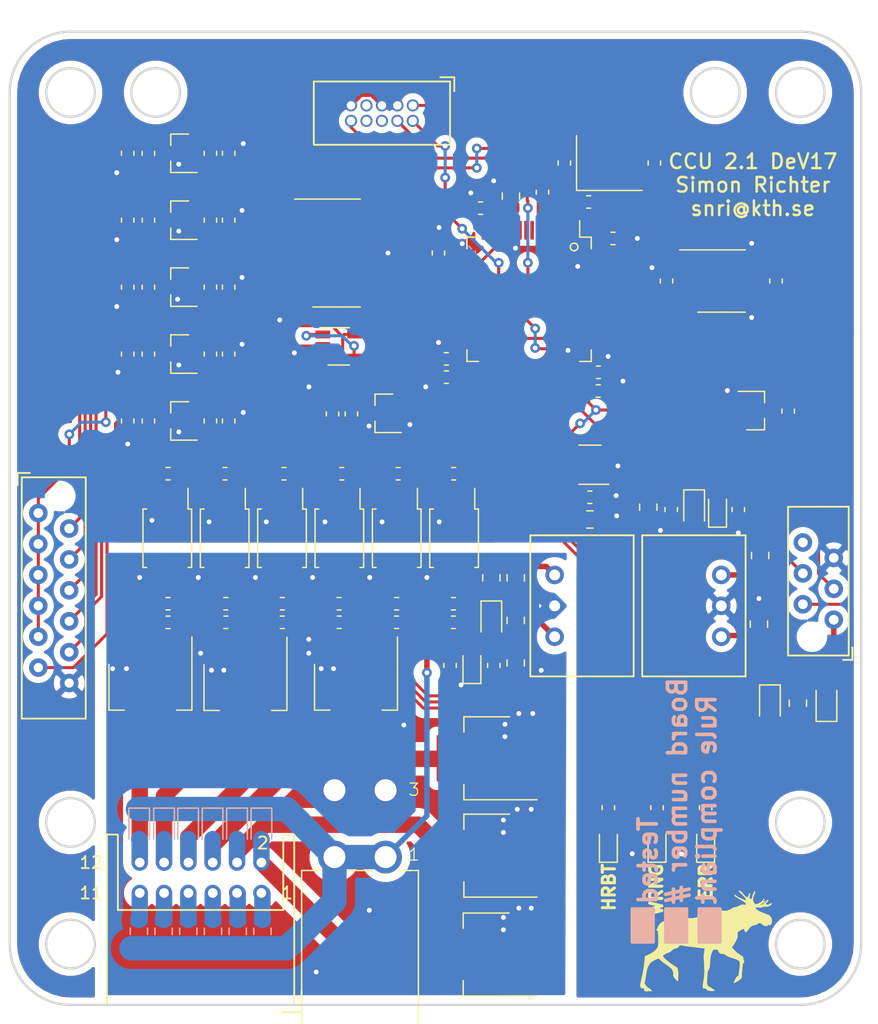
<source format=kicad_pcb>
(kicad_pcb (version 20171130) (host pcbnew "(5.1.4-0)")
  (layers (0 F.Cu signal hide) (31 B.Cu signal) (34 B.Paste user hide) (35 F.Paste user hide) (36 B.SilkS user) (37 F.SilkS user) (38 B.Mask user hide) (39 F.Mask user hide) (44 Edge.Cuts user))
  (net 0 "")
  (net 1 GND)
  (net 2 +24V)
  (net 3 +3V3)
  (net 4 +5V)
  (net 5 "Net-(D1-Pad1)")
  (net 6 "Net-(D4-Pad1)")
  (net 7 "Net-(D14-Pad3)")
  (net 8 "Net-(D15-Pad3)")
  (net 9 "Net-(FB1-Pad2)")
  (net 10 /CAN_H)
  (net 11 /CAN_L)
  (net 12 "Net-(Q1-Pad1)")
  (net 13 "Net-(Q2-Pad1)")
  (net 14 "Net-(Q3-Pad1)")
  (net 15 "Net-(Q4-Pad1)")
  (net 16 "Net-(Q5-Pad1)")
  (net 17 "Net-(Q6-Pad1)")
  (net 18 /MCU/CAN_RX)
  (net 19 /MCU/CAN_TX)
  (net 20 COOLING_SUPPLY)
  (net 21 GNDPWR)
  (net 22 "Net-(R28-Pad1)")
  (net 23 "Net-(R33-Pad2)")
  (net 24 +5P)
  (net 25 "Net-(FB2-Pad2)")
  (net 26 "Net-(J5-Pad6)")
  (net 27 "Net-(U3-Pad4)")
  (net 28 /MCU/HSE_IN)
  (net 29 /MCU/HSE_OUT)
  (net 30 /MCU/JTAG_RESET_N)
  (net 31 /CONTROL_SYSTEMS_SUPPLY)
  (net 32 /INVERTER_PUMP-)
  (net 33 /REAR_PUMP-)
  (net 34 /FRONT_PUMP-)
  (net 35 /FAN_2-)
  (net 36 /FAN_1-)
  (net 37 /FAN_3-)
  (net 38 /MCU/DIGITAL_INPUT_1_FILTERED)
  (net 39 /MCU/DISCHARGE_RELAY_CLOSED_FILTERED)
  (net 40 /INVERTER_PUMP+)
  (net 41 /REAR_PUMP+)
  (net 42 /FRONT_PUMP+)
  (net 43 /FAN_2+)
  (net 44 /FAN_1+)
  (net 45 /FAN_3+)
  (net 46 "Net-(J1-Pad6)")
  (net 47 /DIGITAL_INPUT_1)
  (net 48 /DISCHARGE_RELAY_OPEN)
  (net 49 /EXTRA_TEMPERATURE-)
  (net 50 /DISCHARGE_RESISTOR_TEMPERATURE-)
  (net 51 /INVERTER_COOLANT_TEMPERATURE-)
  (net 52 /REAR_COOLANT_TEMPERATURE-)
  (net 53 /FRONT_COOLANT_TEMPERATURE-)
  (net 54 "Net-(J5-Pad8)")
  (net 55 "Net-(J5-Pad7)")
  (net 56 /MCU/JTAG_SWDCLK)
  (net 57 /MCU/JTAG_SWDIO)
  (net 58 /COOLING_DRIVERS/REAR_PUMP_PWM)
  (net 59 /COOLING_DRIVERS/INVERTER_PUMP_PWM)
  (net 60 /COOLING_DRIVERS/FRONT_PUMP_PWM)
  (net 61 /MCU/MCU_STATUS_LED_3)
  (net 62 /MCU/MCU_STATUS_LED_2)
  (net 63 /COOLING_DRIVERS/FAN_2_PWM)
  (net 64 /MCU/MCU_STATUS_LED_1)
  (net 65 /COOLING_DRIVERS/FAN_1_PWM)
  (net 66 /COOLING_DRIVERS/FAN_3_PWM)
  (net 67 "Net-(R32-Pad1)")
  (net 68 /MCU/INVERTER_COOLANT_TEMPERATURE)
  (net 69 /MCU/DISCHARGE_RESISTOR_TEMPERATURE)
  (net 70 /MCU/EXTRA_TEMPERATURE)
  (net 71 /MCU/FRONT_COOLANT_TEMPERATURE)
  (net 72 /MCU/REAR_COOLANT_TEMPERATURE)
  (net 73 "Net-(U1-Pad60)")
  (net 74 "Net-(U1-Pad59)")
  (net 75 "Net-(U1-Pad58)")
  (net 76 "Net-(U1-Pad57)")
  (net 77 "Net-(U1-Pad56)")
  (net 78 "Net-(U1-Pad55)")
  (net 79 "Net-(U1-Pad54)")
  (net 80 "Net-(U1-Pad53)")
  (net 81 "Net-(U1-Pad52)")
  (net 82 "Net-(U1-Pad51)")
  (net 83 "Net-(U1-Pad50)")
  (net 84 "Net-(U1-Pad41)")
  (net 85 "Net-(U1-Pad34)")
  (net 86 "Net-(U1-Pad30)")
  (net 87 "Net-(U1-Pad29)")
  (net 88 "Net-(U1-Pad28)")
  (net 89 "Net-(U1-Pad27)")
  (net 90 "Net-(U1-Pad26)")
  (net 91 "Net-(U1-Pad25)")
  (net 92 "Net-(U1-Pad17)")
  (net 93 "Net-(U1-Pad16)")
  (net 94 "Net-(U1-Pad15)")
  (net 95 "Net-(U1-Pad14)")
  (net 96 "Net-(U1-Pad11)")
  (net 97 "Net-(U1-Pad10)")
  (net 98 "Net-(U1-Pad9)")
  (net 99 "Net-(U1-Pad8)")
  (net 100 "Net-(U1-Pad4)")
  (net 101 "Net-(U1-Pad3)")
  (net 102 "Net-(U1-Pad2)")
  (net 103 "Net-(U1-Pad1)")
  (net 104 "Net-(C6-Pad1)")
  (net 105 "Net-(D5-Pad1)")
  (net 106 "Net-(D6-Pad1)")
  (net 107 "Net-(D16-Pad3)")
  (net 108 "Net-(C11-Pad1)")
  (net 109 "Net-(C21-Pad1)")
  (net 110 "Net-(C22-Pad1)")
  (net 111 "Net-(C23-Pad1)")
  (net 112 "Net-(C24-Pad1)")
  (net 113 "Net-(C25-Pad1)")
  (net 114 "Net-(D7-Pad2)")
  (net 115 "Net-(D8-Pad2)")
  (net 116 "Net-(D9-Pad2)")
  (net 117 "Net-(D12-Pad3)")
  (net 118 "Net-(D13-Pad3)")
  (net 119 "Net-(R26-Pad1)")
  (net 120 "Net-(R27-Pad2)")
  (net 121 "Net-(R29-Pad2)")
  (net 122 "Net-(R30-Pad1)")
  (net 123 "Net-(R31-Pad2)")
  (net 124 "Net-(R34-Pad1)")
  (net 125 "Net-(R35-Pad2)")
  (net 126 "Net-(R36-Pad1)")
  (net 127 "Net-(R37-Pad2)")
  (module Capacitor_SMD:C_0603_1608Metric (layer F.Cu) (at 127.0844 97.028 180)
    (fp_text reference C28 hide)
    (fp_text value 100n)
    (pad 2 smd roundrect (at 0.7875 0 180) (size 0.875 0.95) (layers F.Cu F.Paste F.Mask) (net 21 GNDPWR))
    (pad 1 smd roundrect (at -0.7875 0 180) (size 0.875 0.95) (layers F.Cu F.Paste F.Mask) (net 24 +5P))
  )
  (module Resistor_SMD:R_0603_1608Metric (layer F.Cu) (at 113.01788 98.552 180)
    (fp_text reference R37 hide)
    (fp_text value 100)
    (pad 2 smd roundrect (at 0.7875 0 180) (size 0.875 0.95) (layers F.Cu F.Paste F.Mask) (net 127 "Net-(R37-Pad2)"))
    (pad 1 smd roundrect (at -0.7875 0 180) (size 0.875 0.95) (layers F.Cu F.Paste F.Mask) (net 17 "Net-(Q6-Pad1)"))
  )
  (module Resistor_SMD:R_0603_1608Metric (layer F.Cu) (at 122.40572 98.552 180)
    (fp_text reference R33 hide)
    (fp_text value 100)
    (pad 2 smd roundrect (at 0.7875 0 180) (size 0.875 0.95) (layers F.Cu F.Paste F.Mask) (net 23 "Net-(R33-Pad2)"))
    (pad 1 smd roundrect (at -0.7875 0 180) (size 0.875 0.95) (layers F.Cu F.Paste F.Mask) (net 15 "Net-(Q4-Pad1)"))
  )
  (module Resistor_SMD:R_0603_1608Metric (layer F.Cu) (at 113.01788 86.33968)
    (fp_text reference R36 hide)
    (fp_text value 150)
    (pad 2 smd roundrect (at 0.7875 0) (size 0.875 0.95) (layers F.Cu F.Paste F.Mask) (net 66 /COOLING_DRIVERS/FAN_3_PWM))
    (pad 1 smd roundrect (at -0.7875 0) (size 0.875 0.95) (layers F.Cu F.Paste F.Mask) (net 126 "Net-(R36-Pad1)"))
  )
  (module Resistor_SMD:R_0603_1608Metric (layer F.Cu) (at 122.555 86.33968)
    (fp_text reference R32 hide)
    (fp_text value 150)
    (pad 2 smd roundrect (at 0.7875 0) (size 0.875 0.95) (layers F.Cu F.Paste F.Mask) (net 65 /COOLING_DRIVERS/FAN_1_PWM))
    (pad 1 smd roundrect (at -0.7875 0) (size 0.875 0.95) (layers F.Cu F.Paste F.Mask) (net 67 "Net-(R32-Pad1)"))
  )
  (module Resistor_SMD:R_0603_1608Metric (layer F.Cu) (at 117.69656 86.33968)
    (fp_text reference R34 hide)
    (fp_text value 150)
    (pad 2 smd roundrect (at 0.7875 0) (size 0.875 0.95) (layers F.Cu F.Paste F.Mask) (net 63 /COOLING_DRIVERS/FAN_2_PWM))
    (pad 1 smd roundrect (at -0.7875 0) (size 0.875 0.95) (layers F.Cu F.Paste F.Mask) (net 124 "Net-(R34-Pad1)"))
  )
  (module Fuse:Fuse_0805_2012Metric (layer F.Cu) (at 141.6 98.4 90)
    (fp_text reference FB2 hide)
    (fp_text value Ferrite_Bead)
    (pad 2 smd roundrect (at 0.9375 0 90) (size 0.975 1.4) (layers F.Cu F.Paste F.Mask) (net 25 "Net-(FB2-Pad2)"))
    (pad 1 smd roundrect (at -0.9375 0 90) (size 0.975 1.4) (layers F.Cu F.Paste F.Mask) (net 24 +5P))
  )
  (module Fuse:Fuse_0805_2012Metric (layer F.Cu) (at 139.6 94.9 270)
    (fp_text reference F2 hide)
    (fp_text value Fuse)
    (pad 2 smd roundrect (at 0.9375 0 270) (size 0.975 1.4) (layers F.Cu F.Paste F.Mask) (net 105 "Net-(D5-Pad1)"))
    (pad 1 smd roundrect (at -0.9375 0 270) (size 0.975 1.4) (layers F.Cu F.Paste F.Mask) (net 104 "Net-(C6-Pad1)"))
  )
  (module Diode_SMD:D_SOD-323 (layer B.Cu) (at 112.68964 115.32616 270)
    (fp_text reference D21 hide)
    (fp_text value B140WS)
    (pad 2 smd rect (at 1.05 0 270) (size 0.6 0.45) (layers B.Cu B.Paste B.Mask) (net 35 /FAN_2-))
    (pad 1 smd rect (at -1.05 0 270) (size 0.6 0.45) (layers B.Cu B.Paste B.Mask) (net 20 COOLING_SUPPLY))
  )
  (module Capacitor_SMD:C_0805_2012Metric (layer F.Cu) (at 141.6 94.9 270)
    (fp_text reference C6 hide)
    (fp_text value 1u)
    (pad 2 smd roundrect (at 0.9375 0 270) (size 0.975 1.4) (layers F.Cu F.Paste F.Mask) (net 21 GNDPWR))
    (pad 1 smd roundrect (at -0.9375 0 270) (size 0.975 1.4) (layers F.Cu F.Paste F.Mask) (net 104 "Net-(C6-Pad1)"))
  )
  (module Capacitor_SMD:C_0603_1608Metric (layer F.Cu) (at 113.0128 97.028 180)
    (fp_text reference C31 hide)
    (fp_text value 100n)
    (pad 2 smd roundrect (at 0.7875 0 180) (size 0.875 0.95) (layers F.Cu F.Paste F.Mask) (net 21 GNDPWR))
    (pad 1 smd roundrect (at -0.7875 0 180) (size 0.875 0.95) (layers F.Cu F.Paste F.Mask) (net 24 +5P))
  )
  (module Capacitor_SMD:C_0603_1608Metric (layer F.Cu) (at 117.7626 97.028 180)
    (fp_text reference C30 hide)
    (fp_text value 100n)
    (pad 2 smd roundrect (at 0.7875 0 180) (size 0.875 0.95) (layers F.Cu F.Paste F.Mask) (net 21 GNDPWR))
    (pad 1 smd roundrect (at -0.7875 0 180) (size 0.875 0.95) (layers F.Cu F.Paste F.Mask) (net 24 +5P))
  )
  (module Capacitor_SMD:C_0603_1608Metric (layer F.Cu) (at 122.4108 97.028 180)
    (fp_text reference C29 hide)
    (fp_text value 100n)
    (pad 2 smd roundrect (at 0.7875 0 180) (size 0.875 0.95) (layers F.Cu F.Paste F.Mask) (net 21 GNDPWR))
    (pad 1 smd roundrect (at -0.7875 0 180) (size 0.875 0.95) (layers F.Cu F.Paste F.Mask) (net 24 +5P))
  )
  (module Package_SO:SO-6_4.4x3.6mm_P1.27mm (layer F.Cu) (at 112.955199 91.6432 270)
    (fp_text reference U11 hide)
    (fp_text value TLP152)
    (pad 6 smd rect (at 3.15 -1.27 270) (size 2 0.64) (layers F.Cu F.Paste F.Mask) (net 24 +5P))
    (pad 5 smd rect (at 3.15 0 270) (size 2 0.64) (layers F.Cu F.Paste F.Mask) (net 127 "Net-(R37-Pad2)"))
    (pad 4 smd rect (at 3.15 1.27 270) (size 2 0.64) (layers F.Cu F.Paste F.Mask) (net 21 GNDPWR))
    (pad 3 smd rect (at -3.15 1.27 270) (size 2 0.64) (layers F.Cu F.Paste F.Mask) (net 1 GND))
    (pad 2 smd rect (at -3.15 0 270) (size 2 0.64) (layers F.Cu F.Paste F.Mask))
    (pad 1 smd rect (at -3.15 -1.27 270) (size 2 0.64) (layers F.Cu F.Paste F.Mask) (net 126 "Net-(R36-Pad1)"))
  )
  (module Package_SO:SO-6_4.4x3.6mm_P1.27mm (layer F.Cu) (at 122.386399 91.6432 270)
    (fp_text reference U9 hide)
    (fp_text value TLP152)
    (pad 6 smd rect (at 3.15 -1.27 270) (size 2 0.64) (layers F.Cu F.Paste F.Mask) (net 24 +5P))
    (pad 5 smd rect (at 3.15 0 270) (size 2 0.64) (layers F.Cu F.Paste F.Mask) (net 23 "Net-(R33-Pad2)"))
    (pad 4 smd rect (at 3.15 1.27 270) (size 2 0.64) (layers F.Cu F.Paste F.Mask) (net 21 GNDPWR))
    (pad 3 smd rect (at -3.15 1.27 270) (size 2 0.64) (layers F.Cu F.Paste F.Mask) (net 1 GND))
    (pad 2 smd rect (at -3.15 0 270) (size 2 0.64) (layers F.Cu F.Paste F.Mask))
    (pad 1 smd rect (at -3.15 -1.27 270) (size 2 0.64) (layers F.Cu F.Paste F.Mask) (net 67 "Net-(R32-Pad1)"))
  )
  (module Package_SO:SO-6_4.4x3.6mm_P1.27mm (layer F.Cu) (at 117.670799 91.6432 270)
    (fp_text reference U10 hide)
    (fp_text value TLP152)
    (pad 6 smd rect (at 3.15 -1.27 270) (size 2 0.64) (layers F.Cu F.Paste F.Mask) (net 24 +5P))
    (pad 5 smd rect (at 3.15 0 270) (size 2 0.64) (layers F.Cu F.Paste F.Mask) (net 125 "Net-(R35-Pad2)"))
    (pad 4 smd rect (at 3.15 1.27 270) (size 2 0.64) (layers F.Cu F.Paste F.Mask) (net 21 GNDPWR))
    (pad 3 smd rect (at -3.15 1.27 270) (size 2 0.64) (layers F.Cu F.Paste F.Mask) (net 1 GND))
    (pad 2 smd rect (at -3.15 0 270) (size 2 0.64) (layers F.Cu F.Paste F.Mask))
    (pad 1 smd rect (at -3.15 -1.27 270) (size 2 0.64) (layers F.Cu F.Paste F.Mask) (net 124 "Net-(R34-Pad1)"))
  )
  (module KTHFS:Wurth-FDSM (layer F.Cu) (at 142.8 91.4 270)
    (fp_text reference VR2 hide)
    (fp_text value Wurth-FDSM)
    (pad 3 thru_hole circle (at 8.34 -2 270) (size 1.524 1.524) (drill 0.9) (layers *.Cu *.Mask) (net 25 "Net-(FB2-Pad2)"))
    (pad 2 thru_hole circle (at 5.8 -2 270) (size 1.524 1.524) (drill 0.9) (layers *.Cu *.Mask) (net 21 GNDPWR))
    (pad 1 thru_hole circle (at 3.26 -2 270) (size 1.524 1.524) (drill 0.9) (layers *.Cu *.Mask) (net 104 "Net-(C6-Pad1)"))
  )
  (module Resistor_SMD:R_0603_1608Metric (layer F.Cu) (at 136.2 102.1 270)
    (fp_text reference R2 hide)
    (fp_text value 510)
    (pad 2 smd roundrect (at 0.7875 0 270) (size 0.875 0.95) (layers F.Cu F.Paste F.Mask) (net 21 GNDPWR))
    (pad 1 smd roundrect (at -0.7875 0 270) (size 0.875 0.95) (layers F.Cu F.Paste F.Mask) (net 106 "Net-(D6-Pad1)"))
  )
  (module Resistor_SMD:R_0603_1608Metric (layer F.Cu) (at 117.76768 98.552 180)
    (fp_text reference R35 hide)
    (fp_text value 100)
    (pad 2 smd roundrect (at 0.7875 0 180) (size 0.875 0.95) (layers F.Cu F.Paste F.Mask) (net 125 "Net-(R35-Pad2)"))
    (pad 1 smd roundrect (at -0.7875 0 180) (size 0.875 0.95) (layers F.Cu F.Paste F.Mask) (net 16 "Net-(Q5-Pad1)"))
  )
  (module Package_TO_SOT_SMD:SOT-223-3_TabPin2 (layer F.Cu) (at 128.469 103.861 270)
    (fp_text reference Q4 hide)
    (fp_text value BUK98150-55A/CUF)
    (pad 1 smd rect (at -3.15 -2.3 270) (size 2 1.5) (layers F.Cu F.Paste F.Mask) (net 15 "Net-(Q4-Pad1)"))
    (pad 3 smd rect (at -3.15 2.3 270) (size 2 1.5) (layers F.Cu F.Paste F.Mask) (net 21 GNDPWR))
    (pad 2 smd rect (at -3.15 0 270) (size 2 1.5) (layers F.Cu F.Paste F.Mask) (net 36 /FAN_1-))
    (pad 2 smd rect (at 3.15 0 270) (size 2 3.8) (layers F.Cu F.Paste F.Mask) (net 36 /FAN_1-))
  )
  (module Package_TO_SOT_SMD:SOT-223-3_TabPin2 (layer F.Cu) (at 111.569 103.861 270)
    (fp_text reference Q6 hide)
    (fp_text value BUK98150-55A/CUF)
    (pad 1 smd rect (at -3.15 -2.3 270) (size 2 1.5) (layers F.Cu F.Paste F.Mask) (net 17 "Net-(Q6-Pad1)"))
    (pad 3 smd rect (at -3.15 2.3 270) (size 2 1.5) (layers F.Cu F.Paste F.Mask) (net 21 GNDPWR))
    (pad 2 smd rect (at -3.15 0 270) (size 2 1.5) (layers F.Cu F.Paste F.Mask) (net 37 /FAN_3-))
    (pad 2 smd rect (at 3.15 0 270) (size 2 3.8) (layers F.Cu F.Paste F.Mask) (net 37 /FAN_3-))
  )
  (module Package_TO_SOT_SMD:SOT-223-3_TabPin2 (layer F.Cu) (at 119.38 103.886 270)
    (fp_text reference Q5 hide)
    (fp_text value BUK98150-55A/CUF)
    (pad 1 smd rect (at -3.15 -2.3 270) (size 2 1.5) (layers F.Cu F.Paste F.Mask) (net 16 "Net-(Q5-Pad1)"))
    (pad 3 smd rect (at -3.15 2.3 270) (size 2 1.5) (layers F.Cu F.Paste F.Mask) (net 21 GNDPWR))
    (pad 2 smd rect (at -3.15 0 270) (size 2 1.5) (layers F.Cu F.Paste F.Mask) (net 35 /FAN_2-))
    (pad 2 smd rect (at 3.15 0 270) (size 2 3.8) (layers F.Cu F.Paste F.Mask) (net 35 /FAN_2-))
  )
  (module Fuse:Fuse_0805_2012Metric (layer B.Cu) (at 110.617 123.952 90)
    (fp_text reference F8 hide)
    (fp_text value Fuse_Small)
    (pad 2 smd roundrect (at 0.9375 0 90) (size 0.975 1.4) (layers B.Cu B.Paste B.Mask) (net 45 /FAN_3+))
    (pad 1 smd roundrect (at -0.9375 0 90) (size 0.975 1.4) (layers B.Cu B.Paste B.Mask) (net 20 COOLING_SUPPLY))
  )
  (module Fuse:Fuse_0805_2012Metric (layer B.Cu) (at 114.681 123.952 90)
    (fp_text reference F6 hide)
    (fp_text value Fuse_Small)
    (pad 2 smd roundrect (at 0.9375 0 90) (size 0.975 1.4) (layers B.Cu B.Paste B.Mask) (net 44 /FAN_1+))
    (pad 1 smd roundrect (at -0.9375 0 90) (size 0.975 1.4) (layers B.Cu B.Paste B.Mask) (net 20 COOLING_SUPPLY))
  )
  (module Fuse:Fuse_0805_2012Metric (layer B.Cu) (at 112.649 123.952 90)
    (fp_text reference F7 hide)
    (fp_text value Fuse_Small)
    (pad 2 smd roundrect (at 0.9375 0 90) (size 0.975 1.4) (layers B.Cu B.Paste B.Mask) (net 43 /FAN_2+))
    (pad 1 smd roundrect (at -0.9375 0 90) (size 0.975 1.4) (layers B.Cu B.Paste B.Mask) (net 20 COOLING_SUPPLY))
  )
  (module Fuse:Fuse_0805_2012Metric (layer B.Cu) (at 116.713 123.952 90)
    (fp_text reference F5 hide)
    (fp_text value Fuse_Small)
    (pad 2 smd roundrect (at 0.9375 0 90) (size 0.975 1.4) (layers B.Cu B.Paste B.Mask) (net 42 /FRONT_PUMP+))
    (pad 1 smd roundrect (at -0.9375 0 90) (size 0.975 1.4) (layers B.Cu B.Paste B.Mask) (net 20 COOLING_SUPPLY))
  )
  (module Fuse:Fuse_0805_2012Metric (layer B.Cu) (at 118.745 123.952 90)
    (fp_text reference F4 hide)
    (fp_text value Fuse_Small)
    (pad 2 smd roundrect (at 0.9375 0 90) (size 0.975 1.4) (layers B.Cu B.Paste B.Mask) (net 41 /REAR_PUMP+))
    (pad 1 smd roundrect (at -0.9375 0 90) (size 0.975 1.4) (layers B.Cu B.Paste B.Mask) (net 20 COOLING_SUPPLY))
  )
  (module Fuse:Fuse_0805_2012Metric (layer B.Cu) (at 120.777 123.952 90)
    (fp_text reference F3 hide)
    (fp_text value Fuse_Small)
    (pad 2 smd roundrect (at 0.9375 0 90) (size 0.975 1.4) (layers B.Cu B.Paste B.Mask) (net 40 /INVERTER_PUMP+))
    (pad 1 smd roundrect (at -0.9375 0 90) (size 0.975 1.4) (layers B.Cu B.Paste B.Mask) (net 20 COOLING_SUPPLY))
  )
  (module LED_SMD:LED_0603_1608Metric (layer F.Cu) (at 138 102.1 90)
    (fp_text reference D6 hide)
    (fp_text value RED)
    (pad 2 smd roundrect (at 0.7875 0 90) (size 0.875 0.95) (layers F.Cu F.Paste F.Mask) (net 24 +5P))
    (pad 1 smd roundrect (at -0.7875 0 90) (size 0.875 0.95) (layers F.Cu F.Paste F.Mask) (net 106 "Net-(D6-Pad1)"))
  )
  (module Diode_SMD:D_SOD-323 (layer F.Cu) (at 139.6 98.3 270)
    (fp_text reference D5 hide)
    (fp_text value D_Schottky)
    (pad 2 smd rect (at 1.05 0 270) (size 0.6 0.45) (layers F.Cu F.Paste F.Mask) (net 20 COOLING_SUPPLY))
    (pad 1 smd rect (at -1.05 0 270) (size 0.6 0.45) (layers F.Cu F.Paste F.Mask) (net 105 "Net-(D5-Pad1)"))
  )
  (module Diode_SMD:D_SOD-323 (layer B.Cu) (at 110.6424 115.32616 270)
    (fp_text reference D22 hide)
    (fp_text value B140WS)
    (pad 2 smd rect (at 1.05 0 270) (size 0.6 0.45) (layers B.Cu B.Paste B.Mask) (net 37 /FAN_3-))
    (pad 1 smd rect (at -1.05 0 270) (size 0.6 0.45) (layers B.Cu B.Paste B.Mask) (net 20 COOLING_SUPPLY))
  )
  (module Diode_SMD:D_SOD-323 (layer B.Cu) (at 114.66576 115.32616 270)
    (fp_text reference D20 hide)
    (fp_text value B140WS)
    (pad 2 smd rect (at 1.05 0 270) (size 0.6 0.45) (layers B.Cu B.Paste B.Mask) (net 36 /FAN_1-))
    (pad 1 smd rect (at -1.05 0 270) (size 0.6 0.45) (layers B.Cu B.Paste B.Mask) (net 20 COOLING_SUPPLY))
  )
  (module Capacitor_SMD:C_0603_1608Metric (layer F.Cu) (at 139.8 102.1 270)
    (fp_text reference C8 hide)
    (fp_text value 100n)
    (pad 2 smd roundrect (at 0.7875 0 270) (size 0.875 0.95) (layers F.Cu F.Paste F.Mask) (net 21 GNDPWR))
    (pad 1 smd roundrect (at -0.7875 0 270) (size 0.875 0.95) (layers F.Cu F.Paste F.Mask) (net 24 +5P))
  )
  (module Capacitor_SMD:C_0805_2012Metric (layer F.Cu) (at 141.6 101.9 270)
    (fp_text reference C7 hide)
    (fp_text value 1u)
    (pad 2 smd roundrect (at 0.9375 0 270) (size 0.975 1.4) (layers F.Cu F.Paste F.Mask) (net 21 GNDPWR))
    (pad 1 smd roundrect (at -0.9375 0 270) (size 0.975 1.4) (layers F.Cu F.Paste F.Mask) (net 24 +5P))
  )
  (module KTHFS:simon_richter (layer F.Cu) (at 157.25 124.75)
    (fp_text reference G*** hide)
    (fp_text value LOGO hide)
  )
  (module Crystal:Crystal_SMD_3225-4Pin_3.2x2.5mm_HandSoldering (layer F.Cu) (at 149.3 60.8)
    (fp_text reference X1 hide)
    (fp_text value Crystal_GND24)
    (pad 4 smd rect (at -1.45 -1.15) (size 2.1 1.8) (layers F.Cu F.Paste F.Mask) (net 1 GND))
    (pad 3 smd rect (at 1.45 -1.15) (size 2.1 1.8) (layers F.Cu F.Paste F.Mask) (net 28 /MCU/HSE_IN))
    (pad 2 smd rect (at 1.45 1.15) (size 2.1 1.8) (layers F.Cu F.Paste F.Mask) (net 1 GND))
    (pad 1 smd rect (at -1.45 1.15) (size 2.1 1.8) (layers F.Cu F.Paste F.Mask) (net 108 "Net-(C11-Pad1)"))
  )
  (module Resistor_SMD:R_0603_1608Metric (layer F.Cu) (at 147.6 64)
    (fp_text reference R4 hide)
    (fp_text value 0)
    (pad 2 smd roundrect (at 0.7875 0) (size 0.875 0.95) (layers F.Cu F.Paste F.Mask) (net 108 "Net-(C11-Pad1)"))
    (pad 1 smd roundrect (at -0.7875 0) (size 0.875 0.95) (layers F.Cu F.Paste F.Mask) (net 29 /MCU/HSE_OUT))
  )
  (module Capacitor_SMD:C_0603_1608Metric (layer F.Cu) (at 145.6 60.8 90)
    (fp_text reference C11 hide)
    (fp_text value 36pF)
    (pad 2 smd roundrect (at 0.7875 0 90) (size 0.875 0.95) (layers F.Cu F.Paste F.Mask) (net 1 GND))
    (pad 1 smd roundrect (at -0.7875 0 90) (size 0.875 0.95) (layers F.Cu F.Paste F.Mask) (net 108 "Net-(C11-Pad1)"))
  )
  (module Capacitor_SMD:C_0603_1608Metric (layer F.Cu) (at 153 60.8 270)
    (fp_text reference C10 hide)
    (fp_text value 36pF)
    (pad 2 smd roundrect (at 0.7875 0 270) (size 0.875 0.95) (layers F.Cu F.Paste F.Mask) (net 1 GND))
    (pad 1 smd roundrect (at -0.7875 0 270) (size 0.875 0.95) (layers F.Cu F.Paste F.Mask) (net 28 /MCU/HSE_IN))
  )
  (module LED_SMD:LED_0603_1608Metric (layer F.Cu) (at 149.21736 116.78868 90)
    (fp_text reference D7 hide)
    (fp_text value 150060VS75000)
    (pad 2 smd roundrect (at 0.7875 0 90) (size 0.875 0.95) (layers F.Cu F.Paste F.Mask) (net 114 "Net-(D7-Pad2)"))
    (pad 1 smd roundrect (at -0.7875 0 90) (size 0.875 0.95) (layers F.Cu F.Paste F.Mask) (net 1 GND))
  )
  (module LED_SMD:LED_0603_1608Metric (layer F.Cu) (at 153.21736 116.78868 90)
    (fp_text reference D8 hide)
    (fp_text value 150060YS75000)
    (pad 2 smd roundrect (at 0.7875 0 90) (size 0.875 0.95) (layers F.Cu F.Paste F.Mask) (net 115 "Net-(D8-Pad2)"))
    (pad 1 smd roundrect (at -0.7875 0 90) (size 0.875 0.95) (layers F.Cu F.Paste F.Mask) (net 1 GND))
  )
  (module LED_SMD:LED_0603_1608Metric (layer F.Cu) (at 157.21736 116.78868 90)
    (fp_text reference D9 hide)
    (fp_text value 150060RS75000)
    (pad 2 smd roundrect (at 0.7875 0 90) (size 0.875 0.95) (layers F.Cu F.Paste F.Mask) (net 116 "Net-(D9-Pad2)"))
    (pad 1 smd roundrect (at -0.7875 0 90) (size 0.875 0.95) (layers F.Cu F.Paste F.Mask) (net 1 GND))
  )
  (module LED_SMD:LED_0603_1608Metric (layer F.Cu) (at 158.195 89.2475 90)
    (fp_text reference D4 hide)
    (fp_text value RED)
    (pad 2 smd roundrect (at 0.7875 0 90) (size 0.875 0.95) (layers F.Cu F.Paste F.Mask) (net 4 +5V))
    (pad 1 smd roundrect (at -0.7875 0 90) (size 0.875 0.95) (layers F.Cu F.Paste F.Mask) (net 6 "Net-(D4-Pad1)"))
  )
  (module Capacitor_SMD:C_0805_2012Metric (layer F.Cu) (at 141.20876 63.52032 90)
    (fp_text reference C13 hide)
    (fp_text value 1u)
    (pad 2 smd roundrect (at 0.9375 0 90) (size 0.975 1.4) (layers F.Cu F.Paste F.Mask) (net 1 GND))
    (pad 1 smd roundrect (at -0.9375 0 90) (size 0.975 1.4) (layers F.Cu F.Paste F.Mask) (net 3 +3V3))
  )
  (module Capacitor_SMD:C_0805_2012Metric (layer F.Cu) (at 152.5 89.0875 270)
    (fp_text reference C2 hide)
    (fp_text value 1u)
    (pad 2 smd roundrect (at 0.9375 0 270) (size 0.975 1.4) (layers F.Cu F.Paste F.Mask) (net 1 GND))
    (pad 1 smd roundrect (at -0.9375 0 270) (size 0.975 1.4) (layers F.Cu F.Paste F.Mask) (net 4 +5V))
  )
  (module Capacitor_SMD:C_0805_2012Metric (layer F.Cu) (at 147.7 90.1)
    (fp_text reference C4 hide)
    (fp_text value 1u)
    (pad 2 smd roundrect (at 0.9375 0) (size 0.975 1.4) (layers F.Cu F.Paste F.Mask) (net 1 GND))
    (pad 1 smd roundrect (at -0.9375 0) (size 0.975 1.4) (layers F.Cu F.Paste F.Mask) (net 3 +3V3))
  )
  (module Capacitor_SMD:C_0805_2012Metric (layer F.Cu) (at 161.6 98.7 90)
    (fp_text reference C1 hide)
    (fp_text value 1u)
    (pad 2 smd roundrect (at 0.9375 0 90) (size 0.975 1.4) (layers F.Cu F.Paste F.Mask) (net 1 GND))
    (pad 1 smd roundrect (at -0.9375 0 90) (size 0.975 1.4) (layers F.Cu F.Paste F.Mask) (net 2 +24V))
  )
  (module Package_TO_SOT_SMD:TSOT-23-5 (layer F.Cu) (at 127.0508 75.8444)
    (fp_text reference U5 hide)
    (fp_text value TLV9061)
    (pad 5 smd rect (at 1.31 -0.95) (size 1.22 0.65) (layers F.Cu F.Paste F.Mask) (net 3 +3V3))
    (pad 4 smd rect (at 1.31 0.95) (size 1.22 0.65) (layers F.Cu F.Paste F.Mask) (net 70 /MCU/EXTRA_TEMPERATURE))
    (pad 3 smd rect (at -1.31 0.95) (size 1.22 0.65) (layers F.Cu F.Paste F.Mask) (net 113 "Net-(C25-Pad1)"))
    (pad 2 smd rect (at -1.31 0) (size 1.22 0.65) (layers F.Cu F.Paste F.Mask) (net 1 GND))
    (pad 1 smd rect (at -1.31 -0.95) (size 1.22 0.65) (layers F.Cu F.Paste F.Mask) (net 70 /MCU/EXTRA_TEMPERATURE))
  )
  (module Package_SO:SOIC-14_3.9x8.7mm_P1.27mm (layer F.Cu) (at 126.873 68.199)
    (fp_text reference U4 hide)
    (fp_text value TLV9064)
    (pad 14 smd roundrect (at 2.475 -3.81) (size 1.95 0.6) (layers F.Cu F.Paste F.Mask) (net 72 /MCU/REAR_COOLANT_TEMPERATURE))
    (pad 13 smd roundrect (at 2.475 -2.54) (size 1.95 0.6) (layers F.Cu F.Paste F.Mask) (net 72 /MCU/REAR_COOLANT_TEMPERATURE))
    (pad 12 smd roundrect (at 2.475 -1.27) (size 1.95 0.6) (layers F.Cu F.Paste F.Mask) (net 110 "Net-(C22-Pad1)"))
    (pad 11 smd roundrect (at 2.475 0) (size 1.95 0.6) (layers F.Cu F.Paste F.Mask) (net 1 GND))
    (pad 10 smd roundrect (at 2.475 1.27) (size 1.95 0.6) (layers F.Cu F.Paste F.Mask) (net 111 "Net-(C23-Pad1)"))
    (pad 9 smd roundrect (at 2.475 2.54) (size 1.95 0.6) (layers F.Cu F.Paste F.Mask) (net 68 /MCU/INVERTER_COOLANT_TEMPERATURE))
    (pad 8 smd roundrect (at 2.475 3.81) (size 1.95 0.6) (layers F.Cu F.Paste F.Mask) (net 68 /MCU/INVERTER_COOLANT_TEMPERATURE))
    (pad 7 smd roundrect (at -2.475 3.81) (size 1.95 0.6) (layers F.Cu F.Paste F.Mask) (net 69 /MCU/DISCHARGE_RESISTOR_TEMPERATURE))
    (pad 6 smd roundrect (at -2.475 2.54) (size 1.95 0.6) (layers F.Cu F.Paste F.Mask) (net 69 /MCU/DISCHARGE_RESISTOR_TEMPERATURE))
    (pad 5 smd roundrect (at -2.475 1.27) (size 1.95 0.6) (layers F.Cu F.Paste F.Mask) (net 112 "Net-(C24-Pad1)"))
    (pad 4 smd roundrect (at -2.475 0) (size 1.95 0.6) (layers F.Cu F.Paste F.Mask) (net 3 +3V3))
    (pad 3 smd roundrect (at -2.475 -1.27) (size 1.95 0.6) (layers F.Cu F.Paste F.Mask) (net 109 "Net-(C21-Pad1)"))
    (pad 2 smd roundrect (at -2.475 -2.54) (size 1.95 0.6) (layers F.Cu F.Paste F.Mask) (net 71 /MCU/FRONT_COOLANT_TEMPERATURE))
    (pad 1 smd roundrect (at -2.475 -3.81) (size 1.95 0.6) (layers F.Cu F.Paste F.Mask) (net 71 /MCU/FRONT_COOLANT_TEMPERATURE))
  )
  (module Capacitor_SMD:C_0603_1608Metric (layer F.Cu) (at 136.4824 97.028 180)
    (fp_text reference C26 hide)
    (fp_text value 100n)
    (pad 2 smd roundrect (at 0.7875 0 180) (size 0.875 0.95) (layers F.Cu F.Paste F.Mask) (net 21 GNDPWR))
    (pad 1 smd roundrect (at -0.7875 0 180) (size 0.875 0.95) (layers F.Cu F.Paste F.Mask) (net 24 +5P))
  )
  (module Capacitor_SMD:C_0603_1608Metric (layer F.Cu) (at 131.8088 97.028 180)
    (fp_text reference C27 hide)
    (fp_text value 100n)
    (pad 2 smd roundrect (at 0.7875 0 180) (size 0.875 0.95) (layers F.Cu F.Paste F.Mask) (net 21 GNDPWR))
    (pad 1 smd roundrect (at -0.7875 0 180) (size 0.875 0.95) (layers F.Cu F.Paste F.Mask) (net 24 +5P))
  )
  (module KTHFS:Wurth-MPC4_male_angle_2x2 (layer F.Cu) (at 128.8 115.1)
    (fp_text reference J3 hide)
    (fp_text value Conn_01x04_Male)
    (fp_text user 3 (at 4.445 -2.794) (layer F.SilkS) (effects (font (thickness 0.1))))
    (fp_text user 1 (at 4.445 2.54) (layer F.SilkS) (effects (font (thickness 0.1))))
    (pad 1 thru_hole circle (at 2.1 2.75) (size 2.7 2.7) (drill 1.8) (layers *.Cu *.Mask) (net 20 COOLING_SUPPLY))
    (pad 3 thru_hole circle (at 2.1 -2.75) (size 2.7 2.7) (drill 1.8) (layers *.Cu *.Mask) (net 21 GNDPWR))
    (pad 2 thru_hole circle (at -2.1 2.75) (size 2.7 2.7) (drill 1.8) (layers *.Cu *.Mask) (net 20 COOLING_SUPPLY))
    (pad 4 thru_hole circle (at -2.1 -2.75) (size 2.7 2.7) (drill 1.8) (layers *.Cu *.Mask) (net 21 GNDPWR))
  )
  (module Package_SO:SO-6_4.4x3.6mm_P1.27mm (layer F.Cu) (at 127.101999 91.6432 270)
    (fp_text reference U8 hide)
    (fp_text value TLP152)
    (pad 1 smd rect (at -3.15 -1.27 270) (size 2 0.64) (layers F.Cu F.Paste F.Mask) (net 122 "Net-(R30-Pad1)"))
    (pad 2 smd rect (at -3.15 0 270) (size 2 0.64) (layers F.Cu F.Paste F.Mask))
    (pad 3 smd rect (at -3.15 1.27 270) (size 2 0.64) (layers F.Cu F.Paste F.Mask) (net 1 GND))
    (pad 4 smd rect (at 3.15 1.27 270) (size 2 0.64) (layers F.Cu F.Paste F.Mask) (net 21 GNDPWR))
    (pad 5 smd rect (at 3.15 0 270) (size 2 0.64) (layers F.Cu F.Paste F.Mask) (net 123 "Net-(R31-Pad2)"))
    (pad 6 smd rect (at 3.15 -1.27 270) (size 2 0.64) (layers F.Cu F.Paste F.Mask) (net 24 +5P))
  )
  (module Package_SO:SO-6_4.4x3.6mm_P1.27mm (layer F.Cu) (at 131.817599 91.6432 270)
    (fp_text reference U7 hide)
    (fp_text value TLP152)
    (pad 1 smd rect (at -3.15 -1.27 270) (size 2 0.64) (layers F.Cu F.Paste F.Mask) (net 22 "Net-(R28-Pad1)"))
    (pad 2 smd rect (at -3.15 0 270) (size 2 0.64) (layers F.Cu F.Paste F.Mask))
    (pad 3 smd rect (at -3.15 1.27 270) (size 2 0.64) (layers F.Cu F.Paste F.Mask) (net 1 GND))
    (pad 4 smd rect (at 3.15 1.27 270) (size 2 0.64) (layers F.Cu F.Paste F.Mask) (net 21 GNDPWR))
    (pad 5 smd rect (at 3.15 0 270) (size 2 0.64) (layers F.Cu F.Paste F.Mask) (net 121 "Net-(R29-Pad2)"))
    (pad 6 smd rect (at 3.15 -1.27 270) (size 2 0.64) (layers F.Cu F.Paste F.Mask) (net 24 +5P))
  )
  (module Package_SO:SO-6_4.4x3.6mm_P1.27mm (layer F.Cu) (at 136.533199 91.6432 270)
    (fp_text reference U6 hide)
    (fp_text value TLP152)
    (pad 1 smd rect (at -3.15 -1.27 270) (size 2 0.64) (layers F.Cu F.Paste F.Mask) (net 119 "Net-(R26-Pad1)"))
    (pad 2 smd rect (at -3.15 0 270) (size 2 0.64) (layers F.Cu F.Paste F.Mask))
    (pad 3 smd rect (at -3.15 1.27 270) (size 2 0.64) (layers F.Cu F.Paste F.Mask) (net 1 GND))
    (pad 4 smd rect (at 3.15 1.27 270) (size 2 0.64) (layers F.Cu F.Paste F.Mask) (net 21 GNDPWR))
    (pad 5 smd rect (at 3.15 0 270) (size 2 0.64) (layers F.Cu F.Paste F.Mask) (net 120 "Net-(R27-Pad2)"))
    (pad 6 smd rect (at 3.15 -1.27 270) (size 2 0.64) (layers F.Cu F.Paste F.Mask) (net 24 +5P))
  )
  (module Resistor_SMD:R_0603_1608Metric (layer F.Cu) (at 127.08948 98.552 180)
    (fp_text reference R31 hide)
    (fp_text value 100)
    (pad 2 smd roundrect (at 0.7875 0 180) (size 0.875 0.95) (layers F.Cu F.Paste F.Mask) (net 123 "Net-(R31-Pad2)"))
    (pad 1 smd roundrect (at -0.7875 0 180) (size 0.875 0.95) (layers F.Cu F.Paste F.Mask) (net 14 "Net-(Q3-Pad1)"))
  )
  (module Resistor_SMD:R_0603_1608Metric (layer F.Cu) (at 136.47732 98.552 180)
    (fp_text reference R27 hide)
    (fp_text value 100)
    (pad 2 smd roundrect (at 0.7875 0 180) (size 0.875 0.95) (layers F.Cu F.Paste F.Mask) (net 120 "Net-(R27-Pad2)"))
    (pad 1 smd roundrect (at -0.7875 0 180) (size 0.875 0.95) (layers F.Cu F.Paste F.Mask) (net 12 "Net-(Q1-Pad1)"))
  )
  (module Resistor_SMD:R_0603_1608Metric (layer F.Cu) (at 127.30284 86.33968)
    (fp_text reference R30 hide)
    (fp_text value 150)
    (pad 2 smd roundrect (at 0.7875 0) (size 0.875 0.95) (layers F.Cu F.Paste F.Mask) (net 60 /COOLING_DRIVERS/FRONT_PUMP_PWM))
    (pad 1 smd roundrect (at -0.7875 0) (size 0.875 0.95) (layers F.Cu F.Paste F.Mask) (net 122 "Net-(R30-Pad1)"))
  )
  (module Resistor_SMD:R_0603_1608Metric (layer F.Cu) (at 136.50272 86.33968)
    (fp_text reference R26 hide)
    (fp_text value 150)
    (pad 2 smd roundrect (at 0.7875 0) (size 0.875 0.95) (layers F.Cu F.Paste F.Mask) (net 59 /COOLING_DRIVERS/INVERTER_PUMP_PWM))
    (pad 1 smd roundrect (at -0.7875 0) (size 0.875 0.95) (layers F.Cu F.Paste F.Mask) (net 119 "Net-(R26-Pad1)"))
  )
  (module Diode_SMD:D_SOD-323 (layer B.Cu) (at 116.674392 115.32616 270)
    (fp_text reference D19 hide)
    (fp_text value B140WS)
    (pad 2 smd rect (at 1.05 0 270) (size 0.6 0.45) (layers B.Cu B.Paste B.Mask) (net 34 /FRONT_PUMP-))
    (pad 1 smd rect (at -1.05 0 270) (size 0.6 0.45) (layers B.Cu B.Paste B.Mask) (net 20 COOLING_SUPPLY))
  )
  (module Diode_SMD:D_SOD-323 (layer B.Cu) (at 118.685056 115.32616 270)
    (fp_text reference D18 hide)
    (fp_text value B140WS)
    (pad 2 smd rect (at 1.05 0 270) (size 0.6 0.45) (layers B.Cu B.Paste B.Mask) (net 33 /REAR_PUMP-))
    (pad 1 smd rect (at -1.05 0 270) (size 0.6 0.45) (layers B.Cu B.Paste B.Mask) (net 20 COOLING_SUPPLY))
  )
  (module Diode_SMD:D_SOD-323 (layer B.Cu) (at 120.69572 115.32616 270)
    (fp_text reference D17 hide)
    (fp_text value B140WS)
    (pad 2 smd rect (at 1.05 0 270) (size 0.6 0.45) (layers B.Cu B.Paste B.Mask) (net 32 /INVERTER_PUMP-))
    (pad 1 smd rect (at -1.05 0 270) (size 0.6 0.45) (layers B.Cu B.Paste B.Mask) (net 20 COOLING_SUPPLY))
  )
  (module Resistor_SMD:R_0603_1608Metric (layer F.Cu) (at 128.091 81.424 270)
    (fp_text reference R10 hide)
    (fp_text value 1k)
    (pad 2 smd roundrect (at 0.7875 0 270) (size 0.875 0.95) (layers F.Cu F.Paste F.Mask) (net 1 GND))
    (pad 1 smd roundrect (at -0.7875 0 270) (size 0.875 0.95) (layers F.Cu F.Paste F.Mask) (net 39 /MCU/DISCHARGE_RELAY_CLOSED_FILTERED))
  )
  (module Resistor_SMD:R_0603_1608Metric (layer F.Cu) (at 126.541 81.424 90)
    (fp_text reference R9 hide)
    (fp_text value 10k)
    (pad 2 smd roundrect (at 0.7875 0 90) (size 0.875 0.95) (layers F.Cu F.Paste F.Mask) (net 39 /MCU/DISCHARGE_RELAY_CLOSED_FILTERED))
    (pad 1 smd roundrect (at -0.7875 0 90) (size 0.875 0.95) (layers F.Cu F.Paste F.Mask) (net 48 /DISCHARGE_RELAY_OPEN))
  )
  (module Package_TO_SOT_SMD:SOT-223-3_TabPin2 (layer F.Cu) (at 139.25 109.731 180)
    (fp_text reference Q3 hide)
    (fp_text value BUK98150-55A/CUF)
    (pad 2 smd rect (at 3.15 0 180) (size 2 3.8) (layers F.Cu F.Paste F.Mask) (net 34 /FRONT_PUMP-))
    (pad 2 smd rect (at -3.15 0 180) (size 2 1.5) (layers F.Cu F.Paste F.Mask) (net 34 /FRONT_PUMP-))
    (pad 3 smd rect (at -3.15 2.3 180) (size 2 1.5) (layers F.Cu F.Paste F.Mask) (net 21 GNDPWR))
    (pad 1 smd rect (at -3.15 -2.3 180) (size 2 1.5) (layers F.Cu F.Paste F.Mask) (net 14 "Net-(Q3-Pad1)"))
  )
  (module KTHFS:Atmel_ICP_connector (layer F.Cu) (at 130.6 56.7 180)
    (fp_text reference J5 hide)
    (fp_text value ARM_JTAG_SWD_10)
    (pad 10 thru_hole circle (at 2.54 -0.635 180) (size 1 1) (drill 0.7) (layers *.Cu *.Mask) (net 30 /MCU/JTAG_RESET_N))
    (pad 9 thru_hole circle (at 2.54 0.635 180) (size 1 1) (drill 0.7) (layers *.Cu *.Mask) (net 1 GND))
    (pad 8 thru_hole circle (at 1.27 -0.635 180) (size 1 1) (drill 0.7) (layers *.Cu *.Mask) (net 54 "Net-(J5-Pad8)"))
    (pad 7 thru_hole circle (at 1.27 0.635 180) (size 1 1) (drill 0.7) (layers *.Cu *.Mask) (net 55 "Net-(J5-Pad7)"))
    (pad 6 thru_hole circle (at 0 -0.635 180) (size 1 1) (drill 0.7) (layers *.Cu *.Mask) (net 26 "Net-(J5-Pad6)"))
    (pad 5 thru_hole circle (at 0 0.635 180) (size 1 1) (drill 0.7) (layers *.Cu *.Mask) (net 1 GND))
    (pad 4 thru_hole circle (at -1.27 -0.635 180) (size 1 1) (drill 0.7) (layers *.Cu *.Mask) (net 56 /MCU/JTAG_SWDCLK))
    (pad 3 thru_hole circle (at -1.27 0.635 180) (size 1 1) (drill 0.7) (layers *.Cu *.Mask) (net 1 GND))
    (pad 2 thru_hole circle (at -2.54 -0.635 180) (size 1 1) (drill 0.7) (layers *.Cu *.Mask) (net 57 /MCU/JTAG_SWDIO))
    (pad 1 thru_hole circle (at -2.54 0.635 180) (size 1 1) (drill 0.7) (layers *.Cu *.Mask) (net 3 +3V3))
  )
  (module Capacitor_SMD:C_0603_1608Metric (layer F.Cu) (at 148.3868 79.5401)
    (fp_text reference C17 hide)
    (fp_text value 4.7n)
    (pad 1 smd roundrect (at -0.7875 0) (size 0.875 0.95) (layers F.Cu F.Paste F.Mask) (net 3 +3V3))
    (pad 2 smd roundrect (at 0.7875 0) (size 0.875 0.95) (layers F.Cu F.Paste F.Mask) (net 1 GND))
  )
  (module KTHFS:Wurth-MM_female_12 (layer F.Cu) (at 102.35 89.575 90)
    (fp_text reference J2 hide)
    (fp_text value Conn_01x12_Female)
    (pad 12 thru_hole circle (at -13.97 2.54 90) (size 1.524 1.524) (drill 0.762) (layers *.Cu *.Mask) (net 1 GND))
    (pad 11 thru_hole circle (at -12.7 0 90) (size 1.524 1.524) (drill 0.762) (layers *.Cu *.Mask) (net 48 /DISCHARGE_RELAY_OPEN))
    (pad 10 thru_hole circle (at -11.43 2.54 90) (size 1.524 1.524) (drill 0.762) (layers *.Cu *.Mask) (net 49 /EXTRA_TEMPERATURE-))
    (pad 9 thru_hole circle (at -10.16 0 90) (size 1.524 1.524) (drill 0.762) (layers *.Cu *.Mask) (net 3 +3V3))
    (pad 8 thru_hole circle (at -8.89 2.54 90) (size 1.524 1.524) (drill 0.762) (layers *.Cu *.Mask) (net 50 /DISCHARGE_RESISTOR_TEMPERATURE-))
    (pad 7 thru_hole circle (at -7.62 0 90) (size 1.524 1.524) (drill 0.762) (layers *.Cu *.Mask) (net 3 +3V3))
    (pad "" np_thru_hole circle (at 1.4 1.8 90) (size 1.5 1.5) (drill 1.5) (layers *.Cu *.Mask))
    (pad 6 thru_hole circle (at -6.35 2.54 90) (size 1.524 1.524) (drill 0.8) (layers *.Cu *.Mask) (net 51 /INVERTER_COOLANT_TEMPERATURE-))
    (pad 5 thru_hole circle (at -5.08 0 90) (size 1.524 1.524) (drill 0.8) (layers *.Cu *.Mask) (net 3 +3V3))
    (pad 4 thru_hole circle (at -3.81 2.54 90) (size 1.524 1.524) (drill 0.8) (layers *.Cu *.Mask) (net 52 /REAR_COOLANT_TEMPERATURE-))
    (pad 3 thru_hole circle (at -2.54 0 90) (size 1.524 1.524) (drill 0.8) (layers *.Cu *.Mask) (net 3 +3V3))
    (pad 2 thru_hole circle (at -1.27 2.54 90) (size 1.524 1.524) (drill 0.8) (layers *.Cu *.Mask) (net 53 /FRONT_COOLANT_TEMPERATURE-))
    (pad 1 thru_hole circle (at 0 0 90) (size 1.524 1.524) (drill 0.8) (layers *.Cu *.Mask) (net 3 +3V3))
  )
  (module KTHFS:Wurth-WBT_2.0_male_angle_6x2 (layer F.Cu) (at 120.69 120.8)
    (fp_text reference J4 hide)
    (fp_text value Conn_01x12_Male)
    (fp_text user 12 (at -14 -2.5) (layer F.SilkS))
    (fp_text user 11 (at -14 0) (layer F.SilkS))
    (fp_text user 2 (at 0.11 -4.1) (layer F.SilkS))
    (fp_text user 1 (at 2.11 0) (layer F.SilkS))
    (pad 12 thru_hole circle (at -10 -2.5) (size 1.2 1.2) (drill 0.8) (layers *.Cu *.Mask) (net 37 /FAN_3-))
    (pad 11 thru_hole circle (at -10 0) (size 1.2 1.2) (drill 0.8) (layers *.Cu *.Mask) (net 45 /FAN_3+))
    (pad 10 thru_hole circle (at -8 -2.5) (size 1.2 1.2) (drill 0.8) (layers *.Cu *.Mask) (net 35 /FAN_2-))
    (pad 9 thru_hole circle (at -8 0) (size 1.2 1.2) (drill 0.8) (layers *.Cu *.Mask) (net 43 /FAN_2+))
    (pad 8 thru_hole circle (at -6 -2.5) (size 1.2 1.2) (drill 0.8) (layers *.Cu *.Mask) (net 36 /FAN_1-))
    (pad 7 thru_hole circle (at -6 0) (size 1.2 1.2) (drill 0.8) (layers *.Cu *.Mask) (net 44 /FAN_1+))
    (pad 6 thru_hole circle (at -4 -2.5) (size 1.2 1.2) (drill 0.8) (layers *.Cu *.Mask) (net 34 /FRONT_PUMP-))
    (pad 5 thru_hole circle (at -4 0) (size 1.2 1.2) (drill 0.8) (layers *.Cu *.Mask) (net 42 /FRONT_PUMP+))
    (pad 4 thru_hole circle (at -2 -2.5) (size 1.2 1.2) (drill 0.8) (layers *.Cu *.Mask) (net 33 /REAR_PUMP-))
    (pad 3 thru_hole circle (at -2 0) (size 1.2 1.2) (drill 0.8) (layers *.Cu *.Mask) (net 41 /REAR_PUMP+))
    (pad 2 thru_hole circle (at 0 -2.5) (size 1.2 1.2) (drill 0.8) (layers *.Cu *.Mask) (net 32 /INVERTER_PUMP-))
    (pad 1 thru_hole circle (at 0 0) (size 1.2 1.2) (drill 0.8) (layers *.Cu *.Mask) (net 40 /INVERTER_PUMP+))
  )
  (module KTHFS:Wurth-FDSM (layer F.Cu) (at 160.5 103 90)
    (fp_text reference VR1 hide)
    (fp_text value Wurth-FDSM)
    (pad 3 thru_hole circle (at 8.34 -2 90) (size 1.524 1.524) (drill 0.9) (layers *.Cu *.Mask) (net 9 "Net-(FB1-Pad2)"))
    (pad 2 thru_hole circle (at 5.8 -2 90) (size 1.524 1.524) (drill 0.9) (layers *.Cu *.Mask) (net 1 GND))
    (pad 1 thru_hole circle (at 3.26 -2 90) (size 1.524 1.524) (drill 0.9) (layers *.Cu *.Mask) (net 2 +24V))
  )
  (module Package_TO_SOT_SMD:SOT-23-5 (layer F.Cu) (at 147.7 85.6 180)
    (fp_text reference U3 hide)
    (fp_text value ADP150AUJZ-3.3-R7)
    (pad 5 smd rect (at 1.1 -0.95 180) (size 1.06 0.65) (layers F.Cu F.Paste F.Mask) (net 3 +3V3))
    (pad 4 smd rect (at 1.1 0.95 180) (size 1.06 0.65) (layers F.Cu F.Paste F.Mask) (net 27 "Net-(U3-Pad4)"))
    (pad 3 smd rect (at -1.1 0.95 180) (size 1.06 0.65) (layers F.Cu F.Paste F.Mask) (net 4 +5V))
    (pad 2 smd rect (at -1.1 0 180) (size 1.06 0.65) (layers F.Cu F.Paste F.Mask) (net 1 GND))
    (pad 1 smd rect (at -1.1 -0.95 180) (size 1.06 0.65) (layers F.Cu F.Paste F.Mask) (net 4 +5V))
  )
  (module Package_QFP:LQFP-64_10x10mm_P0.5mm (layer F.Cu) (at 142.7 72 270)
    (fp_text reference U1 hide)
    (fp_text value STM32F091RCTx)
    (pad 64 smd roundrect (at -3.75 -5.675 270) (size 0.3 1.55) (layers F.Cu F.Paste F.Mask) (net 3 +3V3))
    (pad 63 smd roundrect (at -3.25 -5.675 270) (size 0.3 1.55) (layers F.Cu F.Paste F.Mask) (net 1 GND))
    (pad 62 smd roundrect (at -2.75 -5.675 270) (size 0.3 1.55) (layers F.Cu F.Paste F.Mask) (net 19 /MCU/CAN_TX))
    (pad 61 smd roundrect (at -2.25 -5.675 270) (size 0.3 1.55) (layers F.Cu F.Paste F.Mask) (net 18 /MCU/CAN_RX))
    (pad 60 smd roundrect (at -1.75 -5.675 270) (size 0.3 1.55) (layers F.Cu F.Paste F.Mask) (net 73 "Net-(U1-Pad60)"))
    (pad 59 smd roundrect (at -1.25 -5.675 270) (size 0.3 1.55) (layers F.Cu F.Paste F.Mask) (net 74 "Net-(U1-Pad59)"))
    (pad 58 smd roundrect (at -0.75 -5.675 270) (size 0.3 1.55) (layers F.Cu F.Paste F.Mask) (net 75 "Net-(U1-Pad58)"))
    (pad 57 smd roundrect (at -0.25 -5.675 270) (size 0.3 1.55) (layers F.Cu F.Paste F.Mask) (net 76 "Net-(U1-Pad57)"))
    (pad 56 smd roundrect (at 0.25 -5.675 270) (size 0.3 1.55) (layers F.Cu F.Paste F.Mask) (net 77 "Net-(U1-Pad56)"))
    (pad 55 smd roundrect (at 0.75 -5.675 270) (size 0.3 1.55) (layers F.Cu F.Paste F.Mask) (net 78 "Net-(U1-Pad55)"))
    (pad 54 smd roundrect (at 1.25 -5.675 270) (size 0.3 1.55) (layers F.Cu F.Paste F.Mask) (net 79 "Net-(U1-Pad54)"))
    (pad 53 smd roundrect (at 1.75 -5.675 270) (size 0.3 1.55) (layers F.Cu F.Paste F.Mask) (net 80 "Net-(U1-Pad53)"))
    (pad 52 smd roundrect (at 2.25 -5.675 270) (size 0.3 1.55) (layers F.Cu F.Paste F.Mask) (net 81 "Net-(U1-Pad52)"))
    (pad 51 smd roundrect (at 2.75 -5.675 270) (size 0.3 1.55) (layers F.Cu F.Paste F.Mask) (net 82 "Net-(U1-Pad51)"))
    (pad 50 smd roundrect (at 3.25 -5.675 270) (size 0.3 1.55) (layers F.Cu F.Paste F.Mask) (net 83 "Net-(U1-Pad50)"))
    (pad 49 smd roundrect (at 3.75 -5.675 270) (size 0.3 1.55) (layers F.Cu F.Paste F.Mask) (net 56 /MCU/JTAG_SWDCLK))
    (pad 48 smd roundrect (at 5.675 -3.75 270) (size 1.55 0.3) (layers F.Cu F.Paste F.Mask) (net 3 +3V3))
    (pad 47 smd roundrect (at 5.675 -3.25 270) (size 1.55 0.3) (layers F.Cu F.Paste F.Mask) (net 1 GND))
    (pad 46 smd roundrect (at 5.675 -2.75 270) (size 1.55 0.3) (layers F.Cu F.Paste F.Mask) (net 57 /MCU/JTAG_SWDIO))
    (pad 45 smd roundrect (at 5.675 -2.25 270) (size 1.55 0.3) (layers F.Cu F.Paste F.Mask) (net 38 /MCU/DIGITAL_INPUT_1_FILTERED))
    (pad 44 smd roundrect (at 5.675 -1.75 270) (size 1.55 0.3) (layers F.Cu F.Paste F.Mask) (net 61 /MCU/MCU_STATUS_LED_3))
    (pad 43 smd roundrect (at 5.675 -1.25 270) (size 1.55 0.3) (layers F.Cu F.Paste F.Mask) (net 62 /MCU/MCU_STATUS_LED_2))
    (pad 42 smd roundrect (at 5.675 -0.75 270) (size 1.55 0.3) (layers F.Cu F.Paste F.Mask) (net 64 /MCU/MCU_STATUS_LED_1))
    (pad 41 smd roundrect (at 5.675 -0.25 270) (size 1.55 0.3) (layers F.Cu F.Paste F.Mask) (net 84 "Net-(U1-Pad41)"))
    (pad 40 smd roundrect (at 5.675 0.25 270) (size 1.55 0.3) (layers F.Cu F.Paste F.Mask) (net 59 /COOLING_DRIVERS/INVERTER_PUMP_PWM))
    (pad 39 smd roundrect (at 5.675 0.75 270) (size 1.55 0.3) (layers F.Cu F.Paste F.Mask) (net 58 /COOLING_DRIVERS/REAR_PUMP_PWM))
    (pad 38 smd roundrect (at 5.675 1.25 270) (size 1.55 0.3) (layers F.Cu F.Paste F.Mask) (net 60 /COOLING_DRIVERS/FRONT_PUMP_PWM))
    (pad 37 smd roundrect (at 5.675 1.75 270) (size 1.55 0.3) (layers F.Cu F.Paste F.Mask) (net 65 /COOLING_DRIVERS/FAN_1_PWM))
    (pad 36 smd roundrect (at 5.675 2.25 270) (size 1.55 0.3) (layers F.Cu F.Paste F.Mask) (net 63 /COOLING_DRIVERS/FAN_2_PWM))
    (pad 35 smd roundrect (at 5.675 2.75 270) (size 1.55 0.3) (layers F.Cu F.Paste F.Mask) (net 66 /COOLING_DRIVERS/FAN_3_PWM))
    (pad 34 smd roundrect (at 5.675 3.25 270) (size 1.55 0.3) (layers F.Cu F.Paste F.Mask) (net 85 "Net-(U1-Pad34)"))
    (pad 33 smd roundrect (at 5.675 3.75 270) (size 1.55 0.3) (layers F.Cu F.Paste F.Mask) (net 39 /MCU/DISCHARGE_RELAY_CLOSED_FILTERED))
    (pad 32 smd roundrect (at 3.75 5.675 270) (size 0.3 1.55) (layers F.Cu F.Paste F.Mask) (net 3 +3V3))
    (pad 31 smd roundrect (at 3.25 5.675 270) (size 0.3 1.55) (layers F.Cu F.Paste F.Mask) (net 1 GND))
    (pad 30 smd roundrect (at 2.75 5.675 270) (size 0.3 1.55) (layers F.Cu F.Paste F.Mask) (net 86 "Net-(U1-Pad30)"))
    (pad 29 smd roundrect (at 2.25 5.675 270) (size 0.3 1.55) (layers F.Cu F.Paste F.Mask) (net 87 "Net-(U1-Pad29)"))
    (pad 28 smd roundrect (at 1.75 5.675 270) (size 0.3 1.55) (layers F.Cu F.Paste F.Mask) (net 88 "Net-(U1-Pad28)"))
    (pad 27 smd roundrect (at 1.25 5.675 270) (size 0.3 1.55) (layers F.Cu F.Paste F.Mask) (net 89 "Net-(U1-Pad27)"))
    (pad 26 smd roundrect (at 0.75 5.675 270) (size 0.3 1.55) (layers F.Cu F.Paste F.Mask) (net 90 "Net-(U1-Pad26)"))
    (pad 25 smd roundrect (at 0.25 5.675 270) (size 0.3 1.55) (layers F.Cu F.Paste F.Mask) (net 91 "Net-(U1-Pad25)"))
    (pad 24 smd roundrect (at -0.25 5.675 270) (size 0.3 1.55) (layers F.Cu F.Paste F.Mask) (net 70 /MCU/EXTRA_TEMPERATURE))
    (pad 23 smd roundrect (at -0.75 5.675 270) (size 0.3 1.55) (layers F.Cu F.Paste F.Mask) (net 69 /MCU/DISCHARGE_RESISTOR_TEMPERATURE))
    (pad 22 smd roundrect (at -1.25 5.675 270) (size 0.3 1.55) (layers F.Cu F.Paste F.Mask) (net 68 /MCU/INVERTER_COOLANT_TEMPERATURE))
    (pad 21 smd roundrect (at -1.75 5.675 270) (size 0.3 1.55) (layers F.Cu F.Paste F.Mask) (net 71 /MCU/FRONT_COOLANT_TEMPERATURE))
    (pad 20 smd roundrect (at -2.25 5.675 270) (size 0.3 1.55) (layers F.Cu F.Paste F.Mask) (net 72 /MCU/REAR_COOLANT_TEMPERATURE))
    (pad 19 smd roundrect (at -2.75 5.675 270) (size 0.3 1.55) (layers F.Cu F.Paste F.Mask) (net 3 +3V3))
    (pad 18 smd roundrect (at -3.25 5.675 270) (size 0.3 1.55) (layers F.Cu F.Paste F.Mask) (net 1 GND))
    (pad 17 smd roundrect (at -3.75 5.675 270) (size 0.3 1.55) (layers F.Cu F.Paste F.Mask) (net 92 "Net-(U1-Pad17)"))
    (pad 16 smd roundrect (at -5.675 3.75 270) (size 1.55 0.3) (layers F.Cu F.Paste F.Mask) (net 93 "Net-(U1-Pad16)"))
    (pad 15 smd roundrect (at -5.675 3.25 270) (size 1.55 0.3) (layers F.Cu F.Paste F.Mask) (net 94 "Net-(U1-Pad15)"))
    (pad 14 smd roundrect (at -5.675 2.75 270) (size 1.55 0.3) (layers F.Cu F.Paste F.Mask) (net 95 "Net-(U1-Pad14)"))
    (pad 13 smd roundrect (at -5.675 2.25 270) (size 1.55 0.3) (layers F.Cu F.Paste F.Mask) (net 3 +3V3))
    (pad 12 smd roundrect (at -5.675 1.75 270) (size 1.55 0.3) (layers F.Cu F.Paste F.Mask) (net 1 GND))
    (pad 11 smd roundrect (at -5.675 1.25 270) (size 1.55 0.3) (layers F.Cu F.Paste F.Mask) (net 96 "Net-(U1-Pad11)"))
    (pad 10 smd roundrect (at -5.675 0.75 270) (size 1.55 0.3) (layers F.Cu F.Paste F.Mask) (net 97 "Net-(U1-Pad10)"))
    (pad 9 smd roundrect (at -5.675 0.25 270) (size 1.55 0.3) (layers F.Cu F.Paste F.Mask) (net 98 "Net-(U1-Pad9)"))
    (pad 8 smd roundrect (at -5.675 -0.25 270) (size 1.55 0.3) (layers F.Cu F.Paste F.Mask) (net 99 "Net-(U1-Pad8)"))
    (pad 7 smd roundrect (at -5.675 -0.75 270) (size 1.55 0.3) (layers F.Cu F.Paste F.Mask) (net 30 /MCU/JTAG_RESET_N))
    (pad 6 smd roundrect (at -5.675 -1.25 270) (size 1.55 0.3) (layers F.Cu F.Paste F.Mask) (net 29 /MCU/HSE_OUT))
    (pad 5 smd roundrect (at -5.675 -1.75 270) (size 1.55 0.3) (layers F.Cu F.Paste F.Mask) (net 28 /MCU/HSE_IN))
    (pad 4 smd roundrect (at -5.675 -2.25 270) (size 1.55 0.3) (layers F.Cu F.Paste F.Mask) (net 100 "Net-(U1-Pad4)"))
    (pad 3 smd roundrect (at -5.675 -2.75 270) (size 1.55 0.3) (layers F.Cu F.Paste F.Mask) (net 101 "Net-(U1-Pad3)"))
    (pad 2 smd roundrect (at -5.675 -3.25 270) (size 1.55 0.3) (layers F.Cu F.Paste F.Mask) (net 102 "Net-(U1-Pad2)"))
    (pad 1 smd roundrect (at -5.675 -3.75 270) (size 1.55 0.3) (layers F.Cu F.Paste F.Mask) (net 103 "Net-(U1-Pad1)"))
  )
  (module Package_SO:SOIC-8_3.9x4.9mm_P1.27mm (layer F.Cu) (at 158.525 70.5)
    (fp_text reference U2 hide)
    (fp_text value SN65HVD233)
    (pad 8 smd roundrect (at 2.475 -1.905) (size 1.95 0.6) (layers F.Cu F.Paste F.Mask) (net 1 GND))
    (pad 7 smd roundrect (at 2.475 -0.635) (size 1.95 0.6) (layers F.Cu F.Paste F.Mask) (net 10 /CAN_H))
    (pad 6 smd roundrect (at 2.475 0.635) (size 1.95 0.6) (layers F.Cu F.Paste F.Mask) (net 11 /CAN_L))
    (pad 5 smd roundrect (at 2.475 1.905) (size 1.95 0.6) (layers F.Cu F.Paste F.Mask) (net 1 GND))
    (pad 4 smd roundrect (at -2.475 1.905) (size 1.95 0.6) (layers F.Cu F.Paste F.Mask) (net 18 /MCU/CAN_RX))
    (pad 3 smd roundrect (at -2.475 0.635) (size 1.95 0.6) (layers F.Cu F.Paste F.Mask) (net 3 +3V3))
    (pad 2 smd roundrect (at -2.475 -0.635) (size 1.95 0.6) (layers F.Cu F.Paste F.Mask) (net 1 GND))
    (pad 1 smd roundrect (at -2.475 -1.905) (size 1.95 0.6) (layers F.Cu F.Paste F.Mask) (net 19 /MCU/CAN_TX))
  )
  (module Resistor_SMD:R_0603_1608Metric (layer F.Cu) (at 164 81.2 270)
    (fp_text reference R8 hide)
    (fp_text value 200)
    (pad 1 smd roundrect (at -0.7875 0 270) (size 0.875 0.95) (layers F.Cu F.Paste F.Mask) (net 38 /MCU/DIGITAL_INPUT_1_FILTERED))
    (pad 2 smd roundrect (at 0.7875 0 270) (size 0.875 0.95) (layers F.Cu F.Paste F.Mask) (net 47 /DIGITAL_INPUT_1))
  )
  (module Resistor_SMD:R_0603_1608Metric (layer F.Cu) (at 149.21736 113.78868 90)
    (fp_text reference R5 hide)
    (fp_text value 1k)
    (pad 2 smd roundrect (at 0.7875 0 90) (size 0.875 0.95) (layers F.Cu F.Paste F.Mask) (net 64 /MCU/MCU_STATUS_LED_1))
    (pad 1 smd roundrect (at -0.7875 0 90) (size 0.875 0.95) (layers F.Cu F.Paste F.Mask) (net 114 "Net-(D7-Pad2)"))
  )
  (module Resistor_SMD:R_0603_1608Metric (layer F.Cu) (at 116.5 76.5 90)
    (fp_text reference R21 hide)
    (fp_text value 1k)
    (pad 1 smd roundrect (at -0.7875 0 90) (size 0.875 0.95) (layers F.Cu F.Paste F.Mask) (net 112 "Net-(C24-Pad1)"))
    (pad 2 smd roundrect (at 0.7875 0 90) (size 0.875 0.95) (layers F.Cu F.Paste F.Mask) (net 8 "Net-(D15-Pad3)"))
  )
  (module Resistor_SMD:R_0603_1608Metric (layer F.Cu) (at 116.5 82 90)
    (fp_text reference R24 hide)
    (fp_text value 1k)
    (pad 1 smd roundrect (at -0.7875 0 90) (size 0.875 0.95) (layers F.Cu F.Paste F.Mask) (net 113 "Net-(C25-Pad1)"))
    (pad 2 smd roundrect (at 0.7875 0 90) (size 0.875 0.95) (layers F.Cu F.Paste F.Mask) (net 107 "Net-(D16-Pad3)"))
  )
  (module Resistor_SMD:R_0603_1608Metric (layer F.Cu) (at 111.4 76.5 90)
    (fp_text reference R20 hide)
    (fp_text value 100)
    (pad 1 smd roundrect (at -0.7875 0 90) (size 0.875 0.95) (layers F.Cu F.Paste F.Mask) (net 8 "Net-(D15-Pad3)"))
    (pad 2 smd roundrect (at 0.7875 0 90) (size 0.875 0.95) (layers F.Cu F.Paste F.Mask) (net 50 /DISCHARGE_RESISTOR_TEMPERATURE-))
  )
  (module Resistor_SMD:R_0603_1608Metric (layer F.Cu) (at 111.4 82 90)
    (fp_text reference R23 hide)
    (fp_text value 100)
    (pad 1 smd roundrect (at -0.7875 0 90) (size 0.875 0.95) (layers F.Cu F.Paste F.Mask) (net 107 "Net-(D16-Pad3)"))
    (pad 2 smd roundrect (at 0.7875 0 90) (size 0.875 0.95) (layers F.Cu F.Paste F.Mask) (net 49 /EXTRA_TEMPERATURE-))
  )
  (module Resistor_SMD:R_0603_1608Metric (layer F.Cu) (at 109.7 76.5 270)
    (fp_text reference R22 hide)
    (fp_text value 10k)
    (pad 1 smd roundrect (at -0.7875 0 270) (size 0.875 0.95) (layers F.Cu F.Paste F.Mask) (net 50 /DISCHARGE_RESISTOR_TEMPERATURE-))
    (pad 2 smd roundrect (at 0.7875 0 270) (size 0.875 0.95) (layers F.Cu F.Paste F.Mask) (net 1 GND))
  )
  (module Resistor_SMD:R_0603_1608Metric (layer F.Cu) (at 109.7 82 270)
    (fp_text reference R25 hide)
    (fp_text value 10k)
    (pad 1 smd roundrect (at -0.7875 0 270) (size 0.875 0.95) (layers F.Cu F.Paste F.Mask) (net 49 /EXTRA_TEMPERATURE-))
    (pad 2 smd roundrect (at 0.7875 0 270) (size 0.875 0.95) (layers F.Cu F.Paste F.Mask) (net 1 GND))
  )
  (module Resistor_SMD:R_0603_1608Metric (layer F.Cu) (at 153.21736 113.78868 90)
    (fp_text reference R6 hide)
    (fp_text value 1k)
    (pad 2 smd roundrect (at 0.7875 0 90) (size 0.875 0.95) (layers F.Cu F.Paste F.Mask) (net 62 /MCU/MCU_STATUS_LED_2))
    (pad 1 smd roundrect (at -0.7875 0 90) (size 0.875 0.95) (layers F.Cu F.Paste F.Mask) (net 115 "Net-(D8-Pad2)"))
  )
  (module Resistor_SMD:R_0603_1608Metric (layer F.Cu) (at 157.21736 113.78868 270)
    (fp_text reference R7 hide)
    (fp_text value 1k)
    (pad 2 smd roundrect (at 0.7875 0 270) (size 0.875 0.95) (layers F.Cu F.Paste F.Mask) (net 116 "Net-(D9-Pad2)"))
    (pad 1 smd roundrect (at -0.7875 0 270) (size 0.875 0.95) (layers F.Cu F.Paste F.Mask) (net 61 /MCU/MCU_STATUS_LED_3))
  )
  (module Resistor_SMD:R_0603_1608Metric (layer F.Cu) (at 163 70.5 270)
    (fp_text reference R3 hide)
    (fp_text value 120)
    (pad 2 smd roundrect (at 0.7875 0 270) (size 0.875 0.95) (layers F.Cu F.Paste F.Mask) (net 11 /CAN_L))
    (pad 1 smd roundrect (at -0.7875 0 270) (size 0.875 0.95) (layers F.Cu F.Paste F.Mask) (net 10 /CAN_H))
  )
  (module Resistor_SMD:R_0603_1608Metric (layer F.Cu) (at 116.5 65.5 90)
    (fp_text reference R15 hide)
    (fp_text value 1k)
    (pad 1 smd roundrect (at -0.7875 0 90) (size 0.875 0.95) (layers F.Cu F.Paste F.Mask) (net 110 "Net-(C22-Pad1)"))
    (pad 2 smd roundrect (at 0.7875 0 90) (size 0.875 0.95) (layers F.Cu F.Paste F.Mask) (net 118 "Net-(D13-Pad3)"))
  )
  (module Resistor_SMD:R_0603_1608Metric (layer F.Cu) (at 116.5 71 90)
    (fp_text reference R18 hide)
    (fp_text value 1k)
    (pad 1 smd roundrect (at -0.7875 0 90) (size 0.875 0.95) (layers F.Cu F.Paste F.Mask) (net 111 "Net-(C23-Pad1)"))
    (pad 2 smd roundrect (at 0.7875 0 90) (size 0.875 0.95) (layers F.Cu F.Paste F.Mask) (net 7 "Net-(D14-Pad3)"))
  )
  (module Resistor_SMD:R_0603_1608Metric (layer F.Cu) (at 111.4 65.5 90)
    (fp_text reference R14 hide)
    (fp_text value 100)
    (pad 1 smd roundrect (at -0.7875 0 90) (size 0.875 0.95) (layers F.Cu F.Paste F.Mask) (net 118 "Net-(D13-Pad3)"))
    (pad 2 smd roundrect (at 0.7875 0 90) (size 0.875 0.95) (layers F.Cu F.Paste F.Mask) (net 52 /REAR_COOLANT_TEMPERATURE-))
  )
  (module Resistor_SMD:R_0603_1608Metric (layer F.Cu) (at 111.4 60 90)
    (fp_text reference R11 hide)
    (fp_text value 100)
    (pad 1 smd roundrect (at -0.7875 0 90) (size 0.875 0.95) (layers F.Cu F.Paste F.Mask) (net 117 "Net-(D12-Pad3)"))
    (pad 2 smd roundrect (at 0.7875 0 90) (size 0.875 0.95) (layers F.Cu F.Paste F.Mask) (net 53 /FRONT_COOLANT_TEMPERATURE-))
  )
  (module Resistor_SMD:R_0603_1608Metric (layer F.Cu) (at 111.4 71 90)
    (fp_text reference R17 hide)
    (fp_text value 100)
    (pad 1 smd roundrect (at -0.7875 0 90) (size 0.875 0.95) (layers F.Cu F.Paste F.Mask) (net 7 "Net-(D14-Pad3)"))
    (pad 2 smd roundrect (at 0.7875 0 90) (size 0.875 0.95) (layers F.Cu F.Paste F.Mask) (net 51 /INVERTER_COOLANT_TEMPERATURE-))
  )
  (module Resistor_SMD:R_0603_1608Metric (layer F.Cu) (at 109.7 65.5 270)
    (fp_text reference R16 hide)
    (fp_text value 10k)
    (pad 1 smd roundrect (at -0.7875 0 270) (size 0.875 0.95) (layers F.Cu F.Paste F.Mask) (net 52 /REAR_COOLANT_TEMPERATURE-))
    (pad 2 smd roundrect (at 0.7875 0 270) (size 0.875 0.95) (layers F.Cu F.Paste F.Mask) (net 1 GND))
  )
  (module Resistor_SMD:R_0603_1608Metric (layer F.Cu) (at 159.9 89.2875 270)
    (fp_text reference R1 hide)
    (fp_text value 510)
    (pad 2 smd roundrect (at 0.7875 0 270) (size 0.875 0.95) (layers F.Cu F.Paste F.Mask) (net 1 GND))
    (pad 1 smd roundrect (at -0.7875 0 270) (size 0.875 0.95) (layers F.Cu F.Paste F.Mask) (net 6 "Net-(D4-Pad1)"))
  )
  (module Resistor_SMD:R_0603_1608Metric (layer F.Cu) (at 131.80372 98.552 180)
    (fp_text reference R29 hide)
    (fp_text value 100)
    (pad 2 smd roundrect (at 0.7875 0 180) (size 0.875 0.95) (layers F.Cu F.Paste F.Mask) (net 121 "Net-(R29-Pad2)"))
    (pad 1 smd roundrect (at -0.7875 0 180) (size 0.875 0.95) (layers F.Cu F.Paste F.Mask) (net 13 "Net-(Q2-Pad1)"))
  )
  (module Resistor_SMD:R_0603_1608Metric (layer F.Cu) (at 131.9358 86.33968)
    (fp_text reference R28 hide)
    (fp_text value 150)
    (pad 2 smd roundrect (at 0.7875 0) (size 0.875 0.95) (layers F.Cu F.Paste F.Mask) (net 58 /COOLING_DRIVERS/REAR_PUMP_PWM))
    (pad 1 smd roundrect (at -0.7875 0) (size 0.875 0.95) (layers F.Cu F.Paste F.Mask) (net 22 "Net-(R28-Pad1)"))
  )
  (module Resistor_SMD:R_0603_1608Metric (layer F.Cu) (at 116.5 60 90)
    (fp_text reference R12 hide)
    (fp_text value 1k)
    (pad 1 smd roundrect (at -0.7875 0 90) (size 0.875 0.95) (layers F.Cu F.Paste F.Mask) (net 109 "Net-(C21-Pad1)"))
    (pad 2 smd roundrect (at 0.7875 0 90) (size 0.875 0.95) (layers F.Cu F.Paste F.Mask) (net 117 "Net-(D12-Pad3)"))
  )
  (module Resistor_SMD:R_0603_1608Metric (layer F.Cu) (at 109.7 60 270)
    (fp_text reference R13 hide)
    (fp_text value 10k)
    (pad 2 smd roundrect (at 0.7875 0 270) (size 0.875 0.95) (layers F.Cu F.Paste F.Mask) (net 1 GND))
    (pad 1 smd roundrect (at -0.7875 0 270) (size 0.875 0.95) (layers F.Cu F.Paste F.Mask) (net 53 /FRONT_COOLANT_TEMPERATURE-))
  )
  (module Resistor_SMD:R_0603_1608Metric (layer F.Cu) (at 109.7 71 270)
    (fp_text reference R19 hide)
    (fp_text value 10k)
    (pad 1 smd roundrect (at -0.7875 0 270) (size 0.875 0.95) (layers F.Cu F.Paste F.Mask) (net 51 /INVERTER_COOLANT_TEMPERATURE-))
    (pad 2 smd roundrect (at 0.7875 0 270) (size 0.875 0.95) (layers F.Cu F.Paste F.Mask) (net 1 GND))
  )
  (module Package_TO_SOT_SMD:SOT-223-3_TabPin2 (layer F.Cu) (at 139.25 117.732 180)
    (fp_text reference Q2 hide)
    (fp_text value BUK98150-55A/CUF)
    (pad 1 smd rect (at -3.15 -2.3 180) (size 2 1.5) (layers F.Cu F.Paste F.Mask) (net 13 "Net-(Q2-Pad1)"))
    (pad 3 smd rect (at -3.15 2.3 180) (size 2 1.5) (layers F.Cu F.Paste F.Mask) (net 21 GNDPWR))
    (pad 2 smd rect (at -3.15 0 180) (size 2 1.5) (layers F.Cu F.Paste F.Mask) (net 33 /REAR_PUMP-))
    (pad 2 smd rect (at 3.15 0 180) (size 2 3.8) (layers F.Cu F.Paste F.Mask) (net 33 /REAR_PUMP-))
  )
  (module Package_TO_SOT_SMD:SOT-223-3_TabPin2 (layer F.Cu) (at 139.192 125.86 180)
    (fp_text reference Q1 hide)
    (fp_text value BUK98150-55A/CUF)
    (pad 1 smd rect (at -3.15 -2.3 180) (size 2 1.5) (layers F.Cu F.Paste F.Mask) (net 12 "Net-(Q1-Pad1)"))
    (pad 3 smd rect (at -3.15 2.3 180) (size 2 1.5) (layers F.Cu F.Paste F.Mask) (net 21 GNDPWR))
    (pad 2 smd rect (at -3.15 0 180) (size 2 1.5) (layers F.Cu F.Paste F.Mask) (net 32 /INVERTER_PUMP-))
    (pad 2 smd rect (at 3.15 0 180) (size 2 3.8) (layers F.Cu F.Paste F.Mask) (net 32 /INVERTER_PUMP-))
  )
  (module KTHFS:Wurth-MM_female_6 (layer F.Cu) (at 167.751 98.34 270)
    (fp_text reference J1 hide)
    (fp_text value Conn_01x06_Female)
    (pad "" np_thru_hole circle (at 1.4 1.8 270) (size 1.5 1.5) (drill 1.5) (layers *.Cu *.Mask))
    (pad 6 thru_hole circle (at -6.35 2.54 270) (size 1.524 1.524) (drill 0.8) (layers *.Cu *.Mask) (net 46 "Net-(J1-Pad6)"))
    (pad 5 thru_hole circle (at -5.08 0 270) (size 1.524 1.524) (drill 0.8) (layers *.Cu *.Mask) (net 1 GND))
    (pad 4 thru_hole circle (at -3.81 2.54 270) (size 1.524 1.524) (drill 0.8) (layers *.Cu *.Mask) (net 47 /DIGITAL_INPUT_1))
    (pad 3 thru_hole circle (at -2.54 0 270) (size 1.524 1.524) (drill 0.8) (layers *.Cu *.Mask) (net 11 /CAN_L))
    (pad 2 thru_hole circle (at -1.27 2.54 270) (size 1.524 1.524) (drill 0.8) (layers *.Cu *.Mask) (net 10 /CAN_H))
    (pad 1 thru_hole circle (at 0 0 270) (size 1.524 1.524) (drill 0.8) (layers *.Cu *.Mask) (net 31 /CONTROL_SYSTEMS_SUPPLY))
  )
  (module Fuse:Fuse_0805_2012Metric (layer F.Cu) (at 161.7 93.0625 270)
    (fp_text reference FB1 hide)
    (fp_text value Ferrite_Bead)
    (pad 2 smd roundrect (at 0.9375 0 270) (size 0.975 1.4) (layers F.Cu F.Paste F.Mask) (net 9 "Net-(FB1-Pad2)"))
    (pad 1 smd roundrect (at -0.9375 0 270) (size 0.975 1.4) (layers F.Cu F.Paste F.Mask) (net 4 +5V))
  )
  (module Fuse:Fuse_0805_2012Metric (layer F.Cu) (at 164.8 105.2 270)
    (fp_text reference F1 hide)
    (fp_text value Fuse)
    (pad 2 smd roundrect (at 0.9375 0 270) (size 0.975 1.4) (layers F.Cu F.Paste F.Mask) (net 5 "Net-(D1-Pad1)"))
    (pad 1 smd roundrect (at -0.9375 0 270) (size 0.975 1.4) (layers F.Cu F.Paste F.Mask) (net 2 +24V))
  )
  (module Package_TO_SOT_SMD:SOT-23 (layer F.Cu) (at 130.791 81.374 180)
    (fp_text reference D11 hide)
    (fp_text value D_Schottky_x2_Serial_AKC)
    (pad 1 smd rect (at -1 -0.95 180) (size 0.9 0.8) (layers F.Cu F.Paste F.Mask) (net 1 GND))
    (pad 2 smd rect (at -1 0.95 180) (size 0.9 0.8) (layers F.Cu F.Paste F.Mask) (net 3 +3V3))
    (pad 3 smd rect (at 1 0 180) (size 0.9 0.8) (layers F.Cu F.Paste F.Mask) (net 39 /MCU/DISCHARGE_RELAY_CLOSED_FILTERED))
  )
  (module Package_TO_SOT_SMD:SOT-23 (layer F.Cu) (at 161.3 81.15)
    (fp_text reference D10 hide)
    (fp_text value D_Schottky_x2_Serial_AKC)
    (pad 1 smd rect (at -1 -0.95) (size 0.9 0.8) (layers F.Cu F.Paste F.Mask) (net 1 GND))
    (pad 2 smd rect (at -1 0.95) (size 0.9 0.8) (layers F.Cu F.Paste F.Mask) (net 3 +3V3))
    (pad 3 smd rect (at 1 0) (size 0.9 0.8) (layers F.Cu F.Paste F.Mask) (net 38 /MCU/DIGITAL_INPUT_1_FILTERED))
  )
  (module Package_TO_SOT_SMD:SOT-23 (layer F.Cu) (at 114 76.5 180)
    (fp_text reference D15 hide)
    (fp_text value D_Schottky_x2_Serial_AKC)
    (pad 1 smd rect (at -1 -0.95 180) (size 0.9 0.8) (layers F.Cu F.Paste F.Mask) (net 1 GND))
    (pad 2 smd rect (at -1 0.95 180) (size 0.9 0.8) (layers F.Cu F.Paste F.Mask) (net 3 +3V3))
    (pad 3 smd rect (at 1 0 180) (size 0.9 0.8) (layers F.Cu F.Paste F.Mask) (net 8 "Net-(D15-Pad3)"))
  )
  (module Package_TO_SOT_SMD:SOT-23 (layer F.Cu) (at 114 82 180)
    (fp_text reference D16 hide)
    (fp_text value D_Schottky_x2_Serial_AKC)
    (pad 1 smd rect (at -1 -0.95 180) (size 0.9 0.8) (layers F.Cu F.Paste F.Mask) (net 1 GND))
    (pad 2 smd rect (at -1 0.95 180) (size 0.9 0.8) (layers F.Cu F.Paste F.Mask) (net 3 +3V3))
    (pad 3 smd rect (at 1 0 180) (size 0.9 0.8) (layers F.Cu F.Paste F.Mask) (net 107 "Net-(D16-Pad3)"))
  )
  (module Package_TO_SOT_SMD:SOT-23 (layer F.Cu) (at 114 65.5 180)
    (fp_text reference D13 hide)
    (fp_text value D_Schottky_x2_Serial_AKC)
    (pad 1 smd rect (at -1 -0.95 180) (size 0.9 0.8) (layers F.Cu F.Paste F.Mask) (net 1 GND))
    (pad 2 smd rect (at -1 0.95 180) (size 0.9 0.8) (layers F.Cu F.Paste F.Mask) (net 3 +3V3))
    (pad 3 smd rect (at 1 0 180) (size 0.9 0.8) (layers F.Cu F.Paste F.Mask) (net 118 "Net-(D13-Pad3)"))
  )
  (module Package_TO_SOT_SMD:SOT-23 (layer F.Cu) (at 114 60 180)
    (fp_text reference D12 hide)
    (fp_text value D_Schottky_x2_Serial_AKC)
    (pad 1 smd rect (at -1 -0.95 180) (size 0.9 0.8) (layers F.Cu F.Paste F.Mask) (net 1 GND))
    (pad 2 smd rect (at -1 0.95 180) (size 0.9 0.8) (layers F.Cu F.Paste F.Mask) (net 3 +3V3))
    (pad 3 smd rect (at 1 0 180) (size 0.9 0.8) (layers F.Cu F.Paste F.Mask) (net 117 "Net-(D12-Pad3)"))
  )
  (module Package_TO_SOT_SMD:SOT-23 (layer F.Cu) (at 114 71 180)
    (fp_text reference D14 hide)
    (fp_text value D_Schottky_x2_Serial_AKC)
    (pad 1 smd rect (at -1 -0.95 180) (size 0.9 0.8) (layers F.Cu F.Paste F.Mask) (net 1 GND))
    (pad 2 smd rect (at -1 0.95 180) (size 0.9 0.8) (layers F.Cu F.Paste F.Mask) (net 3 +3V3))
    (pad 3 smd rect (at 1 0 180) (size 0.9 0.8) (layers F.Cu F.Paste F.Mask) (net 7 "Net-(D14-Pad3)"))
  )
  (module Diode_SMD:D_SOD-323 (layer F.Cu) (at 156.27 89.1675 270)
    (fp_text reference D3 hide)
    (fp_text value D_TVS)
    (pad 2 smd rect (at 1.05 0 270) (size 0.6 0.45) (layers F.Cu F.Paste F.Mask) (net 1 GND))
    (pad 1 smd rect (at -1.05 0 270) (size 0.6 0.45) (layers F.Cu F.Paste F.Mask) (net 4 +5V))
  )
  (module Diode_SMD:D_SOD-323 (layer F.Cu) (at 162.5 105.2 270)
    (fp_text reference D2 hide)
    (fp_text value D_TVS)
    (pad 2 smd rect (at 1.05 0 270) (size 0.6 0.45) (layers F.Cu F.Paste F.Mask) (net 1 GND))
    (pad 1 smd rect (at -1.05 0 270) (size 0.6 0.45) (layers F.Cu F.Paste F.Mask) (net 2 +24V))
  )
  (module Diode_SMD:D_SOD-323 (layer F.Cu) (at 167.15 105.2 90)
    (fp_text reference D1 hide)
    (fp_text value D_Schottky)
    (pad 2 smd rect (at 1.05 0 90) (size 0.6 0.45) (layers F.Cu F.Paste F.Mask) (net 31 /CONTROL_SYSTEMS_SUPPLY))
    (pad 1 smd rect (at -1.05 0 90) (size 0.6 0.45) (layers F.Cu F.Paste F.Mask) (net 5 "Net-(D1-Pad1)"))
  )
  (module Capacitor_SMD:C_0603_1608Metric (layer F.Cu) (at 154 70.5 90)
    (fp_text reference C9 hide)
    (fp_text value 100n)
    (pad 2 smd roundrect (at 0.7875 0 90) (size 0.875 0.95) (layers F.Cu F.Paste F.Mask) (net 1 GND))
    (pad 1 smd roundrect (at -0.7875 0 90) (size 0.875 0.95) (layers F.Cu F.Paste F.Mask) (net 3 +3V3))
  )
  (module Capacitor_SMD:C_0603_1608Metric (layer F.Cu) (at 143.8 63.2 90)
    (fp_text reference C20 hide)
    (fp_text value 100n)
    (pad 2 smd roundrect (at 0.7875 0 90) (size 0.875 0.95) (layers F.Cu F.Paste F.Mask) (net 1 GND))
    (pad 1 smd roundrect (at -0.7875 0 90) (size 0.875 0.95) (layers F.Cu F.Paste F.Mask) (net 30 /MCU/JTAG_RESET_N))
  )
  (module Capacitor_SMD:C_0603_1608Metric (layer F.Cu) (at 118 76.5 90)
    (fp_text reference C24 hide)
    (fp_text value 100n)
    (pad 1 smd roundrect (at -0.7875 0 90) (size 0.875 0.95) (layers F.Cu F.Paste F.Mask) (net 112 "Net-(C24-Pad1)"))
    (pad 2 smd roundrect (at 0.7875 0 90) (size 0.875 0.95) (layers F.Cu F.Paste F.Mask) (net 1 GND))
  )
  (module Capacitor_SMD:C_0603_1608Metric (layer F.Cu) (at 118 82 90)
    (fp_text reference C25 hide)
    (fp_text value 100n)
    (pad 1 smd roundrect (at -0.7875 0 90) (size 0.875 0.95) (layers F.Cu F.Paste F.Mask) (net 113 "Net-(C25-Pad1)"))
    (pad 2 smd roundrect (at 0.7875 0 90) (size 0.875 0.95) (layers F.Cu F.Paste F.Mask) (net 1 GND))
  )
  (module Capacitor_SMD:C_0603_1608Metric (layer F.Cu) (at 118 65.5 90)
    (fp_text reference C22 hide)
    (fp_text value 100n)
    (pad 1 smd roundrect (at -0.7875 0 90) (size 0.875 0.95) (layers F.Cu F.Paste F.Mask) (net 110 "Net-(C22-Pad1)"))
    (pad 2 smd roundrect (at 0.7875 0 90) (size 0.875 0.95) (layers F.Cu F.Paste F.Mask) (net 1 GND))
  )
  (module Capacitor_SMD:C_0603_1608Metric (layer F.Cu) (at 118 60 90)
    (fp_text reference C21 hide)
    (fp_text value 100n)
    (pad 1 smd roundrect (at -0.7875 0 90) (size 0.875 0.95) (layers F.Cu F.Paste F.Mask) (net 109 "Net-(C21-Pad1)"))
    (pad 2 smd roundrect (at 0.7875 0 90) (size 0.875 0.95) (layers F.Cu F.Paste F.Mask) (net 1 GND))
  )
  (module Capacitor_SMD:C_0603_1608Metric (layer F.Cu) (at 118 71 90)
    (fp_text reference C23 hide)
    (fp_text value 100n)
    (pad 1 smd roundrect (at -0.7875 0 90) (size 0.875 0.95) (layers F.Cu F.Paste F.Mask) (net 111 "Net-(C23-Pad1)"))
    (pad 2 smd roundrect (at 0.7875 0 90) (size 0.875 0.95) (layers F.Cu F.Paste F.Mask) (net 1 GND))
  )
  (module Capacitor_SMD:C_0603_1608Metric (layer F.Cu) (at 154.385 89.2875 270)
    (fp_text reference C3 hide)
    (fp_text value 100n)
    (pad 2 smd roundrect (at 0.7875 0 270) (size 0.875 0.95) (layers F.Cu F.Paste F.Mask) (net 1 GND))
    (pad 1 smd roundrect (at -0.7875 0 270) (size 0.875 0.95) (layers F.Cu F.Paste F.Mask) (net 4 +5V))
  )
  (module Capacitor_SMD:C_0603_1608Metric (layer F.Cu) (at 138.71448 64.51092 180)
    (fp_text reference C12 hide)
    (fp_text value 10n)
    (pad 2 smd roundrect (at 0.7875 0 180) (size 0.875 0.95) (layers F.Cu F.Paste F.Mask) (net 1 GND))
    (pad 1 smd roundrect (at -0.7875 0 180) (size 0.875 0.95) (layers F.Cu F.Paste F.Mask) (net 3 +3V3))
  )
  (module Capacitor_SMD:C_0603_1608Metric (layer F.Cu) (at 135.9 78.4 180)
    (fp_text reference C16 hide)
    (fp_text value 4.7n)
    (pad 2 smd roundrect (at 0.7875 0 180) (size 0.875 0.95) (layers F.Cu F.Paste F.Mask) (net 1 GND))
    (pad 1 smd roundrect (at -0.7875 0 180) (size 0.875 0.95) (layers F.Cu F.Paste F.Mask) (net 3 +3V3))
  )
  (module Capacitor_SMD:C_0603_1608Metric (layer F.Cu) (at 148.4 78)
    (fp_text reference C18 hide)
    (fp_text value 100n)
    (pad 2 smd roundrect (at 0.7875 0) (size 0.875 0.95) (layers F.Cu F.Paste F.Mask) (net 1 GND))
    (pad 1 smd roundrect (at -0.7875 0) (size 0.875 0.95) (layers F.Cu F.Paste F.Mask) (net 3 +3V3))
  )
  (module Capacitor_SMD:C_0603_1608Metric (layer F.Cu) (at 135.9 76.9 180)
    (fp_text reference C15 hide)
    (fp_text value 100n)
    (pad 2 smd roundrect (at 0.7875 0 180) (size 0.875 0.95) (layers F.Cu F.Paste F.Mask) (net 1 GND))
    (pad 1 smd roundrect (at -0.7875 0 180) (size 0.875 0.95) (layers F.Cu F.Paste F.Mask) (net 3 +3V3))
  )
  (module Capacitor_SMD:C_0603_1608Metric (layer F.Cu) (at 135.25 68.2 90)
    (fp_text reference C14 hide)
    (fp_text value 100n)
    (pad 2 smd roundrect (at 0.7875 0 90) (size 0.875 0.95) (layers F.Cu F.Paste F.Mask) (net 1 GND))
    (pad 1 smd roundrect (at -0.7875 0 90) (size 0.875 0.95) (layers F.Cu F.Paste F.Mask) (net 3 +3V3))
  )
  (module Capacitor_SMD:C_0603_1608Metric (layer F.Cu) (at 149.6 67)
    (fp_text reference C19 hide)
    (fp_text value 100n)
    (pad 2 smd roundrect (at 0.7875 0) (size 0.875 0.95) (layers F.Cu F.Paste F.Mask) (net 1 GND))
    (pad 1 smd roundrect (at -0.7875 0) (size 0.875 0.95) (layers F.Cu F.Paste F.Mask) (net 3 +3V3))
  )
  (module Capacitor_SMD:C_0603_1608Metric (layer F.Cu) (at 147.7 88.275)
    (fp_text reference C5 hide)
    (fp_text value 100n)
    (pad 2 smd roundrect (at 0.7875 0) (size 0.875 0.95) (layers F.Cu F.Paste F.Mask) (net 1 GND))
    (pad 1 smd roundrect (at -0.7875 0) (size 0.875 0.95) (layers F.Cu F.Paste F.Mask) (net 3 +3V3))
  )
  (gr_text "Tested\nBoard number #\nRule compliant" (at 154.8914 121.893029 90) (layer B.SilkS) (effects (font (size 1.5 1.5) (thickness 0.3)) (justify right mirror)))
  (gr_circle (center 146.4 67.7) (end 146.5 67.4) (layer F.SilkS) (width 0.12))
  (gr_text "ERR\n" (at 157.226 119.888 90) (layer F.SilkS) (effects (font (size 1 1) (thickness 0.25))))
  (gr_text WRNG (at 153.162 120.530857 90) (layer F.SilkS) (effects (font (size 1 1) (thickness 0.25))))
  (gr_text HRBT (at 149.26736 120.340381 90) (layer F.SilkS) (effects (font (size 1 1) (thickness 0.25))))
  (gr_text "CCU 2.1 DeV17\nSimon Richter\nsnri@kth.se" (at 161.1 62.6) (layer F.SilkS) (effects (font (size 1.2 1.2) (thickness 0.2))))
  (gr_circle (center 105 125) (end 107 125) (layer Edge.Cuts) (width 0.2))
  (gr_circle (center 165 125) (end 167 125) (layer Edge.Cuts) (width 0.2))
  (gr_circle (center 105 55) (end 107 55) (layer Edge.Cuts) (width 0.2))
  (gr_arc (start 165 125) (end 165 130) (angle -90) (layer Edge.Cuts) (width 0.2))
  (gr_circle (center 112 55) (end 114 55) (layer Edge.Cuts) (width 0.2))
  (gr_circle (center 158 55) (end 160 55) (layer Edge.Cuts) (width 0.2))
  (gr_circle (center 165 55) (end 167 55) (layer Edge.Cuts) (width 0.2))
  (gr_line (start 170 55) (end 170 125) (layer Edge.Cuts) (width 0.2))
  (gr_circle (center 105 115) (end 107 115) (layer Edge.Cuts) (width 0.2))
  (gr_circle (center 165 115) (end 167 115) (layer Edge.Cuts) (width 0.2))
  (gr_line (start 100 125) (end 100 55) (layer Edge.Cuts) (width 0.2))
  (gr_arc (start 105 125.000001) (end 100 125) (angle -90) (layer Edge.Cuts) (width 0.2))
  (gr_line (start 165 130) (end 105 130) (layer Edge.Cuts) (width 0.2))
  (gr_arc (start 165 55) (end 170 55) (angle -90) (layer Edge.Cuts) (width 0.2))
  (gr_line (start 105 50) (end 165 50) (layer Edge.Cuts) (width 0.2))
  (gr_arc (start 105 55) (end 105 50) (angle -90) (layer Edge.Cuts) (width 0.2))
  (via (at 123.4 76.4) (size 0.8) (drill 0.4) (layers F.Cu B.Cu) (net 1))
  (segment (start 155.8975 69.7125) (end 156.05 69.865) (width 0.25) (layer F.Cu) (net 1))
  (segment (start 154 69.7125) (end 155.8975 69.7125) (width 0.25) (layer F.Cu) (net 1))
  (via (at 135.3 66.1) (size 0.8) (drill 0.4) (layers F.Cu B.Cu) (net 1))
  (segment (start 147.72501 68.77499) (end 147.22501 68.77499) (width 0.25) (layer F.Cu) (net 1))
  (segment (start 148.375 68.75) (end 147.75 68.75) (width 0.25) (layer F.Cu) (net 1))
  (segment (start 147.75 68.75) (end 147.72501 68.77499) (width 0.25) (layer F.Cu) (net 1))
  (segment (start 147.22501 68.77499) (end 146.5 69.5) (width 0.25) (layer F.Cu) (net 1))
  (via (at 151.6 67) (size 0.8) (drill 0.4) (layers F.Cu B.Cu) (net 1))
  (segment (start 146.5 69.5) (end 146.9 69.1) (width 0.25) (layer F.Cu) (net 1))
  (via (at 146.7 69.3) (size 0.8) (drill 0.4) (layers F.Cu B.Cu) (net 1))
  (via (at 152.8 69.4) (size 0.8) (drill 0.4) (layers F.Cu B.Cu) (net 1))
  (via (at 161 73.5) (size 0.8) (drill 0.4) (layers F.Cu B.Cu) (net 1))
  (via (at 150 85.7) (size 0.8) (drill 0.4) (layers F.Cu B.Cu) (net 1))
  (segment (start 150 85.6) (end 150.1 85.7) (width 0.25) (layer F.Cu) (net 1))
  (via (at 135.255 75.5523) (size 0.8) (drill 0.4) (layers F.Cu B.Cu) (net 1))
  (via (at 134.2 79.2) (size 0.8) (drill 0.4) (layers F.Cu B.Cu) (net 1))
  (via (at 119.1 70.2) (size 0.8) (drill 0.4) (layers F.Cu B.Cu) (net 1))
  (via (at 119.1 64.7) (size 0.8) (drill 0.4) (layers F.Cu B.Cu) (net 1))
  (via (at 119.2 59.2) (size 0.8) (drill 0.4) (layers F.Cu B.Cu) (net 1))
  (via (at 113.9 60.9) (size 0.8) (drill 0.4) (layers F.Cu B.Cu) (net 1))
  (via (at 113.9 66.4) (size 0.8) (drill 0.4) (layers F.Cu B.Cu) (net 1))
  (via (at 108.8 67.1) (size 0.8) (drill 0.4) (layers F.Cu B.Cu) (net 1))
  (via (at 108.8 61.6) (size 0.8) (drill 0.4) (layers F.Cu B.Cu) (net 1))
  (via (at 108.8 72.6) (size 0.8) (drill 0.4) (layers F.Cu B.Cu) (net 1))
  (via (at 108.9 78) (size 0.8) (drill 0.4) (layers F.Cu B.Cu) (net 1))
  (segment (start 108.9875 78) (end 109.7 77.2875) (width 0.25) (layer F.Cu) (net 1))
  (segment (start 108.9 78) (end 108.9875 78) (width 0.25) (layer F.Cu) (net 1))
  (via (at 109.7 83.9) (size 0.8) (drill 0.4) (layers F.Cu B.Cu) (net 1))
  (via (at 113.9 82.9) (size 0.8) (drill 0.4) (layers F.Cu B.Cu) (net 1))
  (via (at 119.2 81.3) (size 0.8) (drill 0.4) (layers F.Cu B.Cu) (net 1))
  (via (at 150.4188 78.7273) (size 0.8) (drill 0.4) (layers F.Cu B.Cu) (net 1))
  (via (at 149.2 76.7) (size 0.8) (drill 0.4) (layers F.Cu B.Cu) (net 1))
  (segment (start 145.92501 76.92501) (end 145.92501 76.72501) (width 0.25) (layer F.Cu) (net 1))
  (segment (start 145.95 77.675) (end 145.95 76.95) (width 0.25) (layer F.Cu) (net 1))
  (segment (start 145.95 76.95) (end 145.92501 76.92501) (width 0.25) (layer F.Cu) (net 1))
  (via (at 145.9 76.2) (size 0.8) (drill 0.4) (layers F.Cu B.Cu) (net 1))
  (segment (start 145.95 76.35) (end 145.9 76.3) (width 0.25) (layer F.Cu) (net 1))
  (segment (start 145.95 77.675) (end 145.95 76.35) (width 0.25) (layer F.Cu) (net 1))
  (via (at 131.1 68.2) (size 0.8) (drill 0.4) (layers F.Cu B.Cu) (net 1))
  (via (at 113.9 77.4) (size 0.8) (drill 0.4) (layers F.Cu B.Cu) (net 1))
  (via (at 113.8 72) (size 0.8) (drill 0.4) (layers F.Cu B.Cu) (net 1))
  (via (at 149.86 88.138) (size 0.8) (drill 0.4) (layers F.Cu B.Cu) (net 1))
  (via (at 149.9 89.8) (size 0.8) (drill 0.4) (layers F.Cu B.Cu) (net 1))
  (via (at 159.004 79.502) (size 0.8) (drill 0.4) (layers F.Cu B.Cu) (net 1))
  (segment (start 131.6785 82.2115) (end 131.791 82.324) (width 0.25) (layer F.Cu) (net 1))
  (via (at 111.692 90.17) (size 0.8) (drill 0.4) (layers F.Cu B.Cu) (net 1))
  (via (at 116.391 90.297) (size 0.8) (drill 0.4) (layers F.Cu B.Cu) (net 1))
  (via (at 121.09 90.297) (size 0.8) (drill 0.4) (layers F.Cu B.Cu) (net 1))
  (via (at 125.916 90.297) (size 0.8) (drill 0.4) (layers F.Cu B.Cu) (net 1))
  (via (at 130.615 90.297) (size 0.8) (drill 0.4) (layers F.Cu B.Cu) (net 1))
  (via (at 135.314 90.297) (size 0.8) (drill 0.4) (layers F.Cu B.Cu) (net 1))
  (via (at 129.54 82.423) (size 0.8) (drill 0.4) (layers F.Cu B.Cu) (net 1))
  (via (at 151.1808 117.5766) (size 0.8) (drill 0.4) (layers F.Cu B.Cu) (net 1))
  (via (at 155.2448 117.602) (size 0.8) (drill 0.4) (layers F.Cu B.Cu) (net 1))
  (segment (start 135.5573 75.25) (end 137.025 75.25) (width 0.25) (layer F.Cu) (net 1))
  (segment (start 135.255 75.5523) (end 135.5573 75.25) (width 0.25) (layer F.Cu) (net 1))
  (via (at 137.9093 63.2587) (size 0.8) (drill 0.4) (layers F.Cu B.Cu) (net 1))
  (segment (start 140.95 67.165702) (end 141.409258 67.62496) (width 0.25) (layer F.Cu) (net 1))
  (segment (start 140.95 66.325) (end 140.95 67.165702) (width 0.25) (layer F.Cu) (net 1))
  (segment (start 141.409258 67.62496) (end 141.409258 67.627338) (width 0.25) (layer F.Cu) (net 1))
  (segment (start 141.409258 67.627338) (end 141.58087 67.79895) (width 0.25) (layer F.Cu) (net 1))
  (segment (start 141.58087 67.79895) (end 141.66342 67.8815) (width 0.25) (layer F.Cu) (net 1))
  (via (at 141.58087 67.79895) (size 0.8) (drill 0.4) (layers F.Cu B.Cu) (net 1))
  (via (at 139.79144 62.26048) (size 0.8) (drill 0.4) (layers F.Cu B.Cu) (net 1))
  (segment (start 128.06 55.965998) (end 128.885999 55.139999) (width 0.45) (layer F.Cu) (net 1))
  (segment (start 128.06 56.065) (end 128.06 55.965998) (width 0.45) (layer F.Cu) (net 1))
  (segment (start 128.885999 55.139999) (end 129.774001 55.139999) (width 0.45) (layer F.Cu) (net 1))
  (segment (start 130.6 55.965998) (end 129.774001 55.139999) (width 0.45) (layer F.Cu) (net 1))
  (segment (start 130.6 56.065) (end 130.6 55.965998) (width 0.45) (layer F.Cu) (net 1))
  (segment (start 130.6 56.065) (end 131.87 56.065) (width 0.45) (layer F.Cu) (net 1))
  (segment (start 149.9 85.6) (end 150 85.7) (width 0.25) (layer F.Cu) (net 1))
  (segment (start 148.8 85.6) (end 149.9 85.6) (width 0.25) (layer F.Cu) (net 1))
  (via (at 124.6 79.2) (size 0.8) (drill 0.4) (layers F.Cu B.Cu) (net 1))
  (segment (start 123.9556 75.8444) (end 123.4 76.4) (width 0.25) (layer F.Cu) (net 1))
  (segment (start 125.7408 75.8444) (end 123.9556 75.8444) (width 0.25) (layer F.Cu) (net 1))
  (via (at 132.9 82.3) (size 0.8) (drill 0.4) (layers F.Cu B.Cu) (net 1))
  (via (at 119.1 75.7) (size 0.8) (drill 0.4) (layers F.Cu B.Cu) (net 1))
  (via (at 161 67.4) (size 0.8) (drill 0.4) (layers F.Cu B.Cu) (net 1))
  (via (at 153.5 91) (size 0.8) (drill 0.4) (layers F.Cu B.Cu) (net 1))
  (via (at 159.9 91.2) (size 0.8) (drill 0.4) (layers F.Cu B.Cu) (net 1))
  (via (at 161.6 96.6) (size 0.8) (drill 0.4) (layers F.Cu B.Cu) (net 1))
  (via (at 122.2 73.7) (size 0.8) (drill 0.4) (layers F.Cu B.Cu) (net 1))
  (segment (start 145.9625 59.65) (end 145.6 60.0125) (width 0.25) (layer F.Cu) (net 1))
  (segment (start 147.85 59.65) (end 145.9625 59.65) (width 0.25) (layer F.Cu) (net 1))
  (segment (start 152.6375 61.95) (end 153 61.5875) (width 0.25) (layer F.Cu) (net 1))
  (segment (start 150.75 61.95) (end 152.6375 61.95) (width 0.25) (layer F.Cu) (net 1))
  (segment (start 137.025 68.75) (end 137.9 68.75) (width 0.25) (layer F.Cu) (net 1))
  (segment (start 138.12501 68.52499) (end 138.12501 67.784325) (width 0.25) (layer F.Cu) (net 1))
  (segment (start 138.12501 67.784325) (end 137.765685 67.425) (width 0.25) (layer F.Cu) (net 1))
  (via (at 137.2 67.425) (size 0.8) (drill 0.4) (layers F.Cu B.Cu) (net 1))
  (segment (start 137.9 68.75) (end 138.12501 68.52499) (width 0.25) (layer F.Cu) (net 1))
  (segment (start 137.765685 67.425) (end 137.2 67.425) (width 0.25) (layer F.Cu) (net 1))
  (segment (start 162.6125 104.2625) (end 162.5 104.15) (width 0.45) (layer F.Cu) (net 2))
  (segment (start 164.8 104.2625) (end 162.6125 104.2625) (width 0.45) (layer F.Cu) (net 2))
  (segment (start 161.6 100.5) (end 161.6 99.6375) (width 0.45) (layer F.Cu) (net 2))
  (segment (start 161.6 101.3) (end 161.6 100.5) (width 0.45) (layer F.Cu) (net 2))
  (segment (start 164.8 104.2625) (end 164.8 102.7) (width 0.45) (layer F.Cu) (net 2))
  (segment (start 162.3 102) (end 161.6 101.3) (width 0.45) (layer F.Cu) (net 2))
  (segment (start 164.1 102) (end 162.3 102) (width 0.45) (layer F.Cu) (net 2))
  (segment (start 164.8 102.7) (end 164.1 102) (width 0.45) (layer F.Cu) (net 2))
  (segment (start 158.6025 99.6375) (end 158.5 99.74) (width 0.45) (layer F.Cu) (net 2))
  (segment (start 161.6 99.6375) (end 158.6025 99.6375) (width 0.45) (layer F.Cu) (net 2))
  (via (at 148.2 81.1) (size 0.8) (drill 0.4) (layers F.Cu B.Cu) (net 3))
  (via (at 107.9 82.1) (size 0.8) (drill 0.4) (layers F.Cu B.Cu) (net 3))
  (via (at 104.9 83.1) (size 0.8) (drill 0.4) (layers F.Cu B.Cu) (net 3))
  (segment (start 102.35 99.735) (end 102.35 89.575) (width 0.25) (layer F.Cu) (net 3))
  (segment (start 155.8975 71.2875) (end 156.05 71.135) (width 0.25) (layer F.Cu) (net 3))
  (segment (start 154 71.2875) (end 155.8975 71.2875) (width 0.25) (layer F.Cu) (net 3))
  (segment (start 135.4625 69.25) (end 137.025 69.25) (width 0.25) (layer F.Cu) (net 3))
  (segment (start 135.25 69.0375) (end 135.4625 69.25) (width 0.25) (layer F.Cu) (net 3))
  (segment (start 147.1625 77.675) (end 147.2 77.7125) (width 0.25) (layer F.Cu) (net 3))
  (segment (start 146.45 77.675) (end 147.1625 77.675) (width 0.25) (layer F.Cu) (net 3))
  (segment (start 136.7875 75.9875) (end 137.025 75.75) (width 0.25) (layer F.Cu) (net 3))
  (segment (start 136.7875 76.9) (end 136.7875 75.9875) (width 0.25) (layer F.Cu) (net 3))
  (segment (start 136.7875 78.3875) (end 136.8 78.4) (width 0.25) (layer F.Cu) (net 3))
  (segment (start 136.7875 76.9) (end 136.7875 78.3875) (width 0.25) (layer F.Cu) (net 3))
  (segment (start 137.025 69.25) (end 138.4 69.25) (width 0.25) (layer F.Cu) (net 3))
  (segment (start 138.4 75.215702) (end 138.4 69.25) (width 0.25) (layer F.Cu) (net 3))
  (segment (start 112.514998 75.55) (end 114.3 75.55) (width 0.25) (layer F.Cu) (net 3))
  (segment (start 112.224999 75.839999) (end 112.514998 75.55) (width 0.25) (layer F.Cu) (net 3))
  (segment (start 112.224999 76.131495) (end 112.224999 75.839999) (width 0.25) (layer F.Cu) (net 3))
  (segment (start 110.968496 76.47501) (end 111.881484 76.47501) (width 0.25) (layer F.Cu) (net 3))
  (segment (start 110.59999 77.731484) (end 110.59999 76.843516) (width 0.25) (layer F.Cu) (net 3))
  (segment (start 113.918506 81.05) (end 110.59999 77.731484) (width 0.25) (layer F.Cu) (net 3))
  (segment (start 111.881484 76.47501) (end 112.224999 76.131495) (width 0.25) (layer F.Cu) (net 3))
  (segment (start 110.59999 76.843516) (end 110.968496 76.47501) (width 0.25) (layer F.Cu) (net 3))
  (segment (start 115 81.05) (end 113.918506 81.05) (width 0.25) (layer F.Cu) (net 3))
  (segment (start 112.514998 70.05) (end 114.3 70.05) (width 0.25) (layer F.Cu) (net 3))
  (segment (start 112.224999 70.339999) (end 112.514998 70.05) (width 0.25) (layer F.Cu) (net 3))
  (segment (start 111.881484 70.97501) (end 112.224999 70.631495) (width 0.25) (layer F.Cu) (net 3))
  (segment (start 110.59999 71.343516) (end 110.968496 70.97501) (width 0.25) (layer F.Cu) (net 3))
  (segment (start 110.968496 70.97501) (end 111.881484 70.97501) (width 0.25) (layer F.Cu) (net 3))
  (segment (start 110.59999 72.231484) (end 110.59999 71.343516) (width 0.25) (layer F.Cu) (net 3))
  (segment (start 112.224999 70.631495) (end 112.224999 70.339999) (width 0.25) (layer F.Cu) (net 3))
  (segment (start 111.49999 73.131484) (end 110.59999 72.231484) (width 0.25) (layer F.Cu) (net 3))
  (segment (start 111.881484 73.131484) (end 111.49999 73.131484) (width 0.25) (layer F.Cu) (net 3))
  (segment (start 114.3 70.05) (end 115 70.05) (width 0.25) (layer F.Cu) (net 3))
  (segment (start 114.3 75.55) (end 111.881484 73.131484) (width 0.25) (layer F.Cu) (net 3))
  (segment (start 115 75.55) (end 114.3 75.55) (width 0.25) (layer F.Cu) (net 3))
  (segment (start 112.514998 64.55) (end 114.3 64.55) (width 0.25) (layer F.Cu) (net 3))
  (segment (start 112.224999 64.839999) (end 112.514998 64.55) (width 0.25) (layer F.Cu) (net 3))
  (segment (start 112.224999 65.131495) (end 112.224999 64.839999) (width 0.25) (layer F.Cu) (net 3))
  (segment (start 114.3 64.55) (end 115 64.55) (width 0.25) (layer F.Cu) (net 3))
  (segment (start 111.881484 65.47501) (end 112.224999 65.131495) (width 0.25) (layer F.Cu) (net 3))
  (segment (start 110.59999 65.843516) (end 110.968496 65.47501) (width 0.25) (layer F.Cu) (net 3))
  (segment (start 110.968496 65.47501) (end 111.881484 65.47501) (width 0.25) (layer F.Cu) (net 3))
  (segment (start 110.59999 66.731484) (end 110.59999 65.843516) (width 0.25) (layer F.Cu) (net 3))
  (segment (start 113.918506 70.05) (end 110.59999 66.731484) (width 0.25) (layer F.Cu) (net 3))
  (segment (start 115 70.05) (end 113.918506 70.05) (width 0.25) (layer F.Cu) (net 3))
  (segment (start 114.3 59.05) (end 115 59.05) (width 0.25) (layer F.Cu) (net 3))
  (segment (start 112.514998 59.05) (end 114.3 59.05) (width 0.25) (layer F.Cu) (net 3))
  (segment (start 112.224999 59.339999) (end 112.514998 59.05) (width 0.25) (layer F.Cu) (net 3))
  (segment (start 110.968496 59.97501) (end 112.224999 59.97501) (width 0.25) (layer F.Cu) (net 3))
  (segment (start 110.59999 60.343516) (end 110.968496 59.97501) (width 0.25) (layer F.Cu) (net 3))
  (segment (start 112.224999 59.97501) (end 112.224999 59.339999) (width 0.25) (layer F.Cu) (net 3))
  (segment (start 110.59999 61.231484) (end 110.59999 60.343516) (width 0.25) (layer F.Cu) (net 3))
  (segment (start 113.918506 64.55) (end 110.59999 61.231484) (width 0.25) (layer F.Cu) (net 3))
  (segment (start 115 64.55) (end 113.918506 64.55) (width 0.25) (layer F.Cu) (net 3))
  (segment (start 123.35 68.2) (end 124.425 68.2) (width 0.25) (layer F.Cu) (net 3))
  (segment (start 115 69.4) (end 116.2 68.2) (width 0.25) (layer F.Cu) (net 3))
  (segment (start 115 70.05) (end 115 69.4) (width 0.25) (layer F.Cu) (net 3))
  (segment (start 105.9 82.1) (end 107.9 82.1) (width 0.25) (layer B.Cu) (net 3))
  (segment (start 104.9 83.1) (end 105.9 82.1) (width 0.25) (layer B.Cu) (net 3))
  (segment (start 107.9 80.431474) (end 110.59999 77.731484) (width 0.25) (layer F.Cu) (net 3))
  (segment (start 107.9 82.1) (end 107.9 80.431474) (width 0.25) (layer F.Cu) (net 3))
  (segment (start 145.744999 85.119999) (end 145.744999 83.355001) (width 0.25) (layer F.Cu) (net 3))
  (segment (start 146.6 86.55) (end 146.6 85.975) (width 0.25) (layer F.Cu) (net 3))
  (segment (start 146.6 85.975) (end 145.744999 85.119999) (width 0.25) (layer F.Cu) (net 3))
  (segment (start 145.744999 83.355001) (end 146.9 82.2) (width 0.25) (layer F.Cu) (net 3))
  (segment (start 146.9 82.2) (end 146.9 82.2) (width 0.25) (layer F.Cu) (net 3))
  (via (at 146.9 82.2) (size 0.8) (drill 0.4) (layers F.Cu B.Cu) (net 3))
  (segment (start 147.1 82.2) (end 148.2 81.1) (width 0.25) (layer B.Cu) (net 3))
  (segment (start 146.9 82.2) (end 147.1 82.2) (width 0.25) (layer B.Cu) (net 3))
  (segment (start 148.2 81.1) (end 148.2 81.0875) (width 0.25) (layer F.Cu) (net 3))
  (segment (start 146.45 76.8) (end 146.45 77.675) (width 0.25) (layer F.Cu) (net 3))
  (segment (start 146.625001 76.624999) (end 146.45 76.8) (width 0.25) (layer F.Cu) (net 3))
  (segment (start 146.625001 75.851999) (end 146.625001 76.624999) (width 0.25) (layer F.Cu) (net 3))
  (segment (start 145.988704 75.215702) (end 146.625001 75.851999) (width 0.25) (layer F.Cu) (net 3))
  (segment (start 138.4 75.215702) (end 145.988704 75.215702) (width 0.25) (layer F.Cu) (net 3))
  (segment (start 133.091002 56.065) (end 133.14 56.065) (width 0.25) (layer F.Cu) (net 3))
  (segment (start 157.125 71.135) (end 156.05 71.135) (width 0.25) (layer F.Cu) (net 3))
  (segment (start 157.35001 70.90999) (end 157.125 71.135) (width 0.25) (layer F.Cu) (net 3))
  (segment (start 102.35 88.383998) (end 104.9 85.833998) (width 0.25) (layer F.Cu) (net 3))
  (segment (start 102.35 89.575) (end 102.35 88.383998) (width 0.25) (layer F.Cu) (net 3))
  (segment (start 104.9 85.833998) (end 104.9 83.1) (width 0.25) (layer F.Cu) (net 3))
  (segment (start 132.491 80.424) (end 131.791 80.424) (width 0.25) (layer F.Cu) (net 3))
  (segment (start 135.349002 80.424) (end 132.491 80.424) (width 0.25) (layer F.Cu) (net 3))
  (segment (start 136.225888 79.547114) (end 135.349002 80.424) (width 0.25) (layer F.Cu) (net 3))
  (segment (start 136.225888 78.861612) (end 136.225888 79.547114) (width 0.25) (layer F.Cu) (net 3))
  (segment (start 136.6875 78.4) (end 136.225888 78.861612) (width 0.25) (layer F.Cu) (net 3))
  (segment (start 116.2 68.2) (end 123.35 68.2) (width 0.25) (layer F.Cu) (net 3))
  (segment (start 147.5993 78.0132) (end 147.6125 78) (width 0.25) (layer F.Cu) (net 3))
  (segment (start 147.5993 79.5401) (end 147.5993 78.0132) (width 0.25) (layer F.Cu) (net 3))
  (segment (start 141.15566 64.51092) (end 141.20876 64.45782) (width 0.25) (layer F.Cu) (net 3))
  (segment (start 140.45 65.21658) (end 140.45 66.325) (width 0.25) (layer F.Cu) (net 3))
  (segment (start 141.20876 64.45782) (end 140.45 65.21658) (width 0.25) (layer F.Cu) (net 3))
  (segment (start 140.45 65.45894) (end 139.50198 64.51092) (width 0.25) (layer F.Cu) (net 3))
  (segment (start 140.45 66.325) (end 140.45 65.45894) (width 0.25) (layer F.Cu) (net 3))
  (segment (start 147.5993 80.4993) (end 148.2 81.1) (width 0.25) (layer F.Cu) (net 3))
  (segment (start 147.5993 79.5401) (end 147.5993 80.4993) (width 0.25) (layer F.Cu) (net 3))
  (segment (start 137.865702 75.75) (end 138.4 75.215702) (width 0.25) (layer F.Cu) (net 3))
  (segment (start 137.025 75.75) (end 137.865702 75.75) (width 0.25) (layer F.Cu) (net 3))
  (segment (start 160.25 82.1) (end 157.675 79.525) (width 0.25) (layer F.Cu) (net 3))
  (segment (start 160.3 82.1) (end 160.25 82.1) (width 0.25) (layer F.Cu) (net 3))
  (segment (start 157.7 71.25998) (end 157.35001 70.90999) (width 0.25) (layer F.Cu) (net 3))
  (segment (start 157.7 79.5) (end 157.7 71.25998) (width 0.25) (layer F.Cu) (net 3))
  (segment (start 156.1 81.1) (end 157.7 79.5) (width 0.25) (layer F.Cu) (net 3))
  (segment (start 148.2 81.1) (end 156.1 81.1) (width 0.25) (layer F.Cu) (net 3))
  (segment (start 146.9125 89.95) (end 146.9125 88.35) (width 0.25) (layer F.Cu) (net 3))
  (segment (start 146.7625 90.1) (end 146.9125 89.95) (width 0.25) (layer F.Cu) (net 3))
  (segment (start 146.6 87.9625) (end 146.9125 88.275) (width 0.25) (layer F.Cu) (net 3))
  (segment (start 146.9125 88.275) (end 146.9125 88.25) (width 0.25) (layer F.Cu) (net 3))
  (segment (start 146.6 86.55) (end 146.6 87.9625) (width 0.25) (layer F.Cu) (net 3))
  (segment (start 127.374999 75.074999) (end 127.374999 77.674999) (width 0.25) (layer F.Cu) (net 3))
  (segment (start 127.374999 77.674999) (end 130.124 80.424) (width 0.25) (layer F.Cu) (net 3))
  (segment (start 126.474999 74.174999) (end 127.374999 75.074999) (width 0.25) (layer F.Cu) (net 3))
  (segment (start 130.124 80.424) (end 131.091 80.424) (width 0.25) (layer F.Cu) (net 3))
  (segment (start 115.05 81.05) (end 115.7 80.4) (width 0.25) (layer F.Cu) (net 3))
  (segment (start 123.425001 74.174999) (end 126.474999 74.174999) (width 0.25) (layer F.Cu) (net 3))
  (segment (start 115.7 80.4) (end 117.2 80.4) (width 0.25) (layer F.Cu) (net 3))
  (segment (start 131.091 80.424) (end 131.791 80.424) (width 0.25) (layer F.Cu) (net 3))
  (segment (start 117.2 80.4) (end 123.425001 74.174999) (width 0.25) (layer F.Cu) (net 3))
  (segment (start 115 81.05) (end 115.05 81.05) (width 0.25) (layer F.Cu) (net 3))
  (segment (start 127.374999 75.020201) (end 127.374999 75.074999) (width 0.25) (layer F.Cu) (net 3))
  (segment (start 127.5008 74.8944) (end 127.374999 75.020201) (width 0.25) (layer F.Cu) (net 3))
  (segment (start 128.3608 74.8944) (end 127.5008 74.8944) (width 0.25) (layer F.Cu) (net 3))
  (segment (start 157.35001 68.248242) (end 157.35001 70.90999) (width 0.25) (layer F.Cu) (net 3))
  (segment (start 156.901768 67.8) (end 157.35001 68.248242) (width 0.25) (layer F.Cu) (net 3))
  (segment (start 149.6 67.8) (end 156.901768 67.8) (width 0.25) (layer F.Cu) (net 3))
  (segment (start 149.6 67.7875) (end 149.6 67.8) (width 0.25) (layer F.Cu) (net 3))
  (segment (start 148.8125 67) (end 149.6 67.7875) (width 0.25) (layer F.Cu) (net 3))
  (segment (start 148.375 67.4375) (end 148.8125 67) (width 0.25) (layer F.Cu) (net 3))
  (segment (start 148.375 68.25) (end 148.375 67.4375) (width 0.25) (layer F.Cu) (net 3))
  (segment (start 156.901768 67.8) (end 156.901768 64.701768) (width 0.25) (layer F.Cu) (net 3))
  (segment (start 156.901768 64.701768) (end 155.6 63.4) (width 0.25) (layer F.Cu) (net 3))
  (segment (start 155.6 63.4) (end 155.6 58.4) (width 0.25) (layer F.Cu) (net 3))
  (segment (start 153.265 56.065) (end 133.14 56.065) (width 0.25) (layer F.Cu) (net 3))
  (segment (start 155.6 58.4) (end 153.265 56.065) (width 0.25) (layer F.Cu) (net 3))
  (segment (start 140.45 67.2) (end 140.45 66.325) (width 0.25) (layer F.Cu) (net 3))
  (segment (start 138.4 69.25) (end 140.45 67.2) (width 0.25) (layer F.Cu) (net 3))
  (segment (start 152.4375 88.25) (end 152.7 88.5125) (width 0.25) (layer F.Cu) (net 4))
  (segment (start 148.6375 84.4875) (end 148.65 84.5) (width 0.25) (layer F.Cu) (net 4))
  (segment (start 158.3 87.7) (end 158.3 88.355) (width 0.45) (layer F.Cu) (net 4))
  (segment (start 158.9 87.1) (end 158.3 87.7) (width 0.45) (layer F.Cu) (net 4))
  (segment (start 161.4 87.1) (end 158.9 87.1) (width 0.45) (layer F.Cu) (net 4))
  (segment (start 158.3 88.355) (end 158.195 88.46) (width 0.45) (layer F.Cu) (net 4))
  (segment (start 161.7 87.4) (end 161.4 87.1) (width 0.45) (layer F.Cu) (net 4))
  (segment (start 161.7 92.125) (end 161.7 87.4) (width 0.45) (layer F.Cu) (net 4))
  (segment (start 150.75 86.55) (end 148.8 86.55) (width 0.45) (layer F.Cu) (net 4))
  (segment (start 154.035 88.15) (end 154.385 88.5) (width 0.45) (layer F.Cu) (net 4))
  (segment (start 152.5 88.15) (end 154.035 88.15) (width 0.45) (layer F.Cu) (net 4))
  (segment (start 156.6125 88.46) (end 156.27 88.1175) (width 0.45) (layer F.Cu) (net 4))
  (segment (start 158.195 88.46) (end 156.6125 88.46) (width 0.45) (layer F.Cu) (net 4))
  (segment (start 151.95 86.55) (end 150.75 86.55) (width 0.45) (layer F.Cu) (net 4))
  (segment (start 152.5 87.1) (end 151.95 86.55) (width 0.45) (layer F.Cu) (net 4))
  (segment (start 152.5 88.15) (end 152.5 87.1) (width 0.45) (layer F.Cu) (net 4))
  (segment (start 153 86.6) (end 152.5 87.1) (width 0.45) (layer F.Cu) (net 4))
  (segment (start 158.4 86.6) (end 153 86.6) (width 0.45) (layer F.Cu) (net 4))
  (segment (start 158.9 87.1) (end 158.4 86.6) (width 0.45) (layer F.Cu) (net 4))
  (segment (start 147.8 84.87) (end 148.02 84.65) (width 0.25) (layer F.Cu) (net 4))
  (segment (start 147.8 86.33) (end 147.8 84.87) (width 0.25) (layer F.Cu) (net 4))
  (segment (start 148.02 86.55) (end 147.8 86.33) (width 0.25) (layer F.Cu) (net 4))
  (segment (start 148.02 84.65) (end 148.8 84.65) (width 0.25) (layer F.Cu) (net 4))
  (segment (start 148.8 86.55) (end 148.02 86.55) (width 0.25) (layer F.Cu) (net 4))
  (segment (start 116.5 71.7875) (end 118 71.7875) (width 0.25) (layer F.Cu) (net 111))
  (segment (start 128.97729 69.09829) (end 129.348 69.469) (width 0.25) (layer F.Cu) (net 111))
  (segment (start 122.37599 68.82401) (end 128.70301 68.82401) (width 0.25) (layer F.Cu) (net 111))
  (segment (start 119.4125 71.7875) (end 122.37599 68.82401) (width 0.25) (layer F.Cu) (net 111))
  (segment (start 128.70301 68.82401) (end 128.97729 69.09829) (width 0.25) (layer F.Cu) (net 111))
  (segment (start 118 71.7875) (end 119.4125 71.7875) (width 0.25) (layer F.Cu) (net 111))
  (segment (start 116.5 60.7875) (end 118 60.7875) (width 0.25) (layer F.Cu) (net 109))
  (segment (start 124.398 66.929) (end 123.7488 66.929) (width 0.25) (layer F.Cu) (net 109))
  (segment (start 123.7488 66.929) (end 123.7234 66.9036) (width 0.25) (layer F.Cu) (net 109))
  (segment (start 118 61.325) (end 118 60.7875) (width 0.25) (layer F.Cu) (net 109))
  (segment (start 123.5786 66.9036) (end 118 61.325) (width 0.25) (layer F.Cu) (net 109))
  (segment (start 123.7234 66.9036) (end 123.5786 66.9036) (width 0.25) (layer F.Cu) (net 109))
  (segment (start 116.5 66.2875) (end 118 66.2875) (width 0.25) (layer F.Cu) (net 110))
  (segment (start 118.461612 66.749112) (end 118 66.2875) (width 0.25) (layer F.Cu) (net 110))
  (segment (start 119.28649 67.57399) (end 118.461612 66.749112) (width 0.25) (layer F.Cu) (net 110))
  (segment (start 128.70301 67.57399) (end 119.28649 67.57399) (width 0.25) (layer F.Cu) (net 110))
  (segment (start 129.348 66.929) (end 128.70301 67.57399) (width 0.25) (layer F.Cu) (net 110))
  (segment (start 116.5 82.7875) (end 118 82.7875) (width 0.25) (layer F.Cu) (net 113))
  (segment (start 124.823002 76.75) (end 125.69 76.75) (width 0.25) (layer F.Cu) (net 113))
  (segment (start 118 82.7875) (end 118.785502 82.7875) (width 0.25) (layer F.Cu) (net 113))
  (segment (start 118.785502 82.7875) (end 124.823002 76.75) (width 0.25) (layer F.Cu) (net 113))
  (segment (start 116.5 77.2875) (end 118 77.2875) (width 0.25) (layer F.Cu) (net 112))
  (segment (start 118.7125 77.2875) (end 118 77.2875) (width 0.25) (layer F.Cu) (net 112))
  (segment (start 120.1928 73.297432) (end 120.1928 75.8072) (width 0.25) (layer F.Cu) (net 112))
  (segment (start 123.376242 70.11399) (end 120.1928 73.297432) (width 0.25) (layer F.Cu) (net 112))
  (segment (start 124.398 69.469) (end 123.75301 70.11399) (width 0.25) (layer F.Cu) (net 112))
  (segment (start 120.1928 75.8072) (end 118.7125 77.2875) (width 0.25) (layer F.Cu) (net 112))
  (segment (start 123.75301 70.11399) (end 123.376242 70.11399) (width 0.25) (layer F.Cu) (net 112))
  (segment (start 164.9125 106.25) (end 164.8 106.1375) (width 0.45) (layer F.Cu) (net 5))
  (segment (start 167.15 106.25) (end 164.9125 106.25) (width 0.45) (layer F.Cu) (net 5))
  (segment (start 158.365 90.035) (end 159.9 88.5) (width 0.25) (layer F.Cu) (net 6))
  (segment (start 158.195 90.035) (end 158.365 90.035) (width 0.25) (layer F.Cu) (net 6))
  (segment (start 115.7125 65.5) (end 116.5 64.7125) (width 0.25) (layer F.Cu) (net 118))
  (segment (start 111.5 66.2875) (end 112.2125 66.2875) (width 0.25) (layer F.Cu) (net 118))
  (segment (start 112.2125 66.2875) (end 113 65.5) (width 0.25) (layer F.Cu) (net 118))
  (segment (start 113 65.5) (end 115.7125 65.5) (width 0.25) (layer F.Cu) (net 118))
  (segment (start 115.7125 82) (end 116.5 81.2125) (width 0.25) (layer F.Cu) (net 107))
  (segment (start 113 82) (end 115.7125 82) (width 0.25) (layer F.Cu) (net 107))
  (segment (start 112.2125 82.7875) (end 113 82) (width 0.25) (layer F.Cu) (net 107))
  (segment (start 111.5 82.7875) (end 112.2125 82.7875) (width 0.25) (layer F.Cu) (net 107))
  (segment (start 112.2125 77.2875) (end 113 76.5) (width 0.25) (layer F.Cu) (net 8))
  (segment (start 111.5 77.2875) (end 112.2125 77.2875) (width 0.25) (layer F.Cu) (net 8))
  (segment (start 115.7125 76.5) (end 116.5 75.7125) (width 0.25) (layer F.Cu) (net 8))
  (segment (start 113 76.5) (end 115.7125 76.5) (width 0.25) (layer F.Cu) (net 8))
  (segment (start 157.21736 114.57618) (end 157.21736 116.00118) (width 0.25) (layer F.Cu) (net 116))
  (segment (start 153.21736 116.00118) (end 153.21736 114.57618) (width 0.25) (layer F.Cu) (net 115))
  (segment (start 149.21736 114.57618) (end 149.21736 116.00118) (width 0.25) (layer F.Cu) (net 114))
  (segment (start 161.04 94.66) (end 161.7 94) (width 0.45) (layer F.Cu) (net 9))
  (segment (start 158.5 94.66) (end 161.04 94.66) (width 0.45) (layer F.Cu) (net 9))
  (segment (start 162.8475 69.865) (end 163 69.7125) (width 0.25) (layer F.Cu) (net 10))
  (segment (start 161 69.865) (end 162.8475 69.865) (width 0.25) (layer F.Cu) (net 10))
  (segment (start 163.461612 70.174112) (end 163 69.7125) (width 0.25) (layer F.Cu) (net 10))
  (segment (start 169.1 75.8125) (end 163.461612 70.174112) (width 0.25) (layer F.Cu) (net 10))
  (segment (start 169.1 96.4) (end 169.1 75.8125) (width 0.25) (layer F.Cu) (net 10))
  (segment (start 168.43 97.07) (end 169.1 96.4) (width 0.25) (layer F.Cu) (net 10))
  (segment (start 165.211 97.07) (end 168.43 97.07) (width 0.25) (layer F.Cu) (net 10))
  (segment (start 162.8475 71.135) (end 163 71.2875) (width 0.25) (layer F.Cu) (net 11))
  (segment (start 161 71.135) (end 162.8475 71.135) (width 0.25) (layer F.Cu) (net 11))
  (segment (start 167.387991 75.675491) (end 163 71.2875) (width 0.25) (layer F.Cu) (net 11))
  (segment (start 168.387991 90.712009) (end 168.387991 76.675491) (width 0.25) (layer F.Cu) (net 11))
  (segment (start 168.387991 76.675491) (end 167.387991 75.675491) (width 0.25) (layer F.Cu) (net 11))
  (segment (start 166.5 92.6) (end 168.387991 90.712009) (width 0.25) (layer F.Cu) (net 11))
  (segment (start 166.5 94.549) (end 166.5 92.6) (width 0.25) (layer F.Cu) (net 11))
  (segment (start 167.751 95.8) (end 166.5 94.549) (width 0.25) (layer F.Cu) (net 11))
  (segment (start 136.803208 99.013612) (end 137.26482 98.552) (width 0.25) (layer F.Cu) (net 12))
  (segment (start 136.21682 99.6) (end 136.803208 99.013612) (width 0.25) (layer F.Cu) (net 12))
  (segment (start 133 100.3) (end 133.7 99.6) (width 0.25) (layer F.Cu) (net 12))
  (segment (start 142.342 128.16) (end 142.592 128.16) (width 0.25) (layer F.Cu) (net 12))
  (segment (start 133 103.2) (end 133 100.3) (width 0.25) (layer F.Cu) (net 12))
  (segment (start 134.4 104.6) (end 133 103.2) (width 0.25) (layer F.Cu) (net 12))
  (segment (start 138.2 104.6) (end 134.4 104.6) (width 0.25) (layer F.Cu) (net 12))
  (segment (start 144.1 104.3) (end 138.5 104.3) (width 0.25) (layer F.Cu) (net 12))
  (segment (start 142.592 128.16) (end 145.415 125.337) (width 0.25) (layer F.Cu) (net 12))
  (segment (start 138.5 104.3) (end 138.2 104.6) (width 0.25) (layer F.Cu) (net 12))
  (segment (start 145.415 125.337) (end 145.415 105.615) (width 0.25) (layer F.Cu) (net 12))
  (segment (start 133.7 99.6) (end 136.21682 99.6) (width 0.25) (layer F.Cu) (net 12))
  (segment (start 145.415 105.615) (end 144.1 104.3) (width 0.25) (layer F.Cu) (net 12))
  (segment (start 132.59122 98.552) (end 132.59122 98.89122) (width 0.25) (layer F.Cu) (net 13))
  (segment (start 144.964989 105.864989) (end 144.964989 117.717011) (width 0.25) (layer F.Cu) (net 13))
  (segment (start 142.65 120.032) (end 142.4 120.032) (width 0.25) (layer F.Cu) (net 13))
  (segment (start 143.9 104.8) (end 144.964989 105.864989) (width 0.25) (layer F.Cu) (net 13))
  (segment (start 138.9 104.8) (end 143.9 104.8) (width 0.25) (layer F.Cu) (net 13))
  (segment (start 132.5 103.4) (end 134.2 105.1) (width 0.25) (layer F.Cu) (net 13))
  (segment (start 144.964989 117.717011) (end 142.65 120.032) (width 0.25) (layer F.Cu) (net 13))
  (segment (start 134.2 105.1) (end 138.6 105.1) (width 0.25) (layer F.Cu) (net 13))
  (segment (start 132.5 99.21822) (end 132.5 103.4) (width 0.25) (layer F.Cu) (net 13))
  (segment (start 138.6 105.1) (end 138.9 104.8) (width 0.25) (layer F.Cu) (net 13))
  (segment (start 132.59122 99.127) (end 132.5 99.21822) (width 0.25) (layer F.Cu) (net 13))
  (segment (start 132.59122 98.552) (end 132.59122 99.127) (width 0.25) (layer F.Cu) (net 13))
  (segment (start 130.572236 99.35201) (end 131.65201 99.35201) (width 0.25) (layer F.Cu) (net 14))
  (segment (start 144.514978 106.114978) (end 144.514978 110.166022) (width 0.25) (layer F.Cu) (net 14))
  (segment (start 142.65 112.031) (end 142.4 112.031) (width 0.25) (layer F.Cu) (net 14))
  (segment (start 143.7 105.3) (end 144.514978 106.114978) (width 0.25) (layer F.Cu) (net 14))
  (segment (start 139.1 105.3) (end 143.7 105.3) (width 0.25) (layer F.Cu) (net 14))
  (segment (start 138.8 105.6) (end 139.1 105.3) (width 0.25) (layer F.Cu) (net 14))
  (segment (start 134 105.6) (end 138.8 105.6) (width 0.25) (layer F.Cu) (net 14))
  (segment (start 131.65201 99.35201) (end 132 99.7) (width 0.25) (layer F.Cu) (net 14))
  (segment (start 144.514978 110.166022) (end 142.65 112.031) (width 0.25) (layer F.Cu) (net 14))
  (segment (start 129.772226 98.552) (end 130.572236 99.35201) (width 0.25) (layer F.Cu) (net 14))
  (segment (start 132 99.7) (end 132 103.6) (width 0.25) (layer F.Cu) (net 14))
  (segment (start 132 103.6) (end 134 105.6) (width 0.25) (layer F.Cu) (net 14))
  (segment (start 127.87698 98.552) (end 129.772226 98.552) (width 0.25) (layer F.Cu) (net 14))
  (segment (start 121.68 100.486) (end 121.68 100.736) (width 0.25) (layer F.Cu) (net 16))
  (segment (start 119.746 98.552) (end 121.68 100.486) (width 0.25) (layer F.Cu) (net 16))
  (segment (start 118.55518 98.552) (end 119.746 98.552) (width 0.25) (layer F.Cu) (net 16))
  (segment (start 113.869 100.58838) (end 113.869 100.711) (width 0.25) (layer F.Cu) (net 17))
  (segment (start 113.80538 100.64738) (end 113.869 100.711) (width 0.25) (layer F.Cu) (net 17))
  (segment (start 113.80538 98.552) (end 113.80538 100.64738) (width 0.25) (layer F.Cu) (net 17))
  (segment (start 129.66001 99.35201) (end 130.769 100.461) (width 0.25) (layer F.Cu) (net 15))
  (segment (start 125.857996 99.35201) (end 129.66001 99.35201) (width 0.25) (layer F.Cu) (net 15))
  (segment (start 125.057986 98.552) (end 125.857996 99.35201) (width 0.25) (layer F.Cu) (net 15))
  (segment (start 130.769 100.461) (end 130.769 100.711) (width 0.25) (layer F.Cu) (net 15))
  (segment (start 123.19322 98.552) (end 125.057986 98.552) (width 0.25) (layer F.Cu) (net 15))
  (segment (start 149.215702 69.75) (end 148.375 69.75) (width 0.25) (layer F.Cu) (net 18))
  (segment (start 151.870702 72.405) (end 149.215702 69.75) (width 0.25) (layer F.Cu) (net 18))
  (segment (start 156.05 72.405) (end 151.870702 72.405) (width 0.25) (layer F.Cu) (net 18))
  (segment (start 149.25 69.25) (end 148.375 69.25) (width 0.25) (layer F.Cu) (net 19))
  (segment (start 149.905 68.595) (end 149.25 69.25) (width 0.25) (layer F.Cu) (net 19))
  (segment (start 153.905 68.595) (end 149.905 68.595) (width 0.25) (layer F.Cu) (net 19))
  (segment (start 153.905 68.595) (end 153.873506 68.595) (width 0.25) (layer F.Cu) (net 19))
  (segment (start 156.05 68.595) (end 153.905 68.595) (width 0.25) (layer F.Cu) (net 19))
  (segment (start 128.31 75.8298) (end 128.31 75.7828) (width 0.25) (layer F.Cu) (net 70))
  (via (at 128.31 75.8298) (size 0.8) (drill 0.4) (layers F.Cu B.Cu) (net 70))
  (segment (start 127.323993 74.999993) (end 124.949492 74.999993) (width 0.25) (layer B.Cu) (net 70))
  (segment (start 125.7408 74.8944) (end 124.4894 74.8944) (width 0.25) (layer F.Cu) (net 70))
  (segment (start 128.143 75.819) (end 127.323993 74.999993) (width 0.25) (layer B.Cu) (net 70))
  (via (at 124.383807 74.999993) (size 0.8) (drill 0.4) (layers F.Cu B.Cu) (net 70))
  (segment (start 124.949492 74.999993) (end 124.383807 74.999993) (width 0.25) (layer B.Cu) (net 70))
  (segment (start 124.4894 74.8944) (end 124.383807 74.999993) (width 0.25) (layer F.Cu) (net 70))
  (segment (start 129.17 76.75) (end 134.17 71.75) (width 0.25) (layer F.Cu) (net 70))
  (segment (start 134.17 71.75) (end 136.15 71.75) (width 0.25) (layer F.Cu) (net 70))
  (segment (start 128.31 76.75) (end 129.17 76.75) (width 0.25) (layer F.Cu) (net 70))
  (segment (start 136.15 71.75) (end 137.025 71.75) (width 0.25) (layer F.Cu) (net 70))
  (segment (start 128.31 75.8298) (end 128.31 76.75) (width 0.25) (layer F.Cu) (net 70))
  (segment (start 129.375 72.01) (end 129.375 70.74) (width 0.25) (layer F.Cu) (net 68))
  (segment (start 137.014 70.739) (end 137.025 70.75) (width 0.25) (layer F.Cu) (net 68))
  (segment (start 129.348 70.739) (end 137.014 70.739) (width 0.25) (layer F.Cu) (net 68))
  (segment (start 123.8 114.95) (end 126.7 117.85) (width 0.45) (layer B.Cu) (net 20))
  (segment (start 126.7 117.85) (end 126.7 121.458) (width 2) (layer B.Cu) (net 20))
  (segment (start 123.2685 124.8895) (end 123.2177 124.8895) (width 2) (layer B.Cu) (net 20))
  (segment (start 126.7 121.458) (end 123.2685 124.8895) (width 2) (layer B.Cu) (net 20))
  (segment (start 123.2177 124.8895) (end 122.7582 125.349) (width 2) (layer B.Cu) (net 20))
  (segment (start 122.7582 125.349) (end 110.0074 125.349) (width 2) (layer B.Cu) (net 20))
  (segment (start 126.7 117.85) (end 130.9 117.85) (width 2) (layer B.Cu) (net 20))
  (segment (start 126.7 117.85) (end 122.7436 113.8936) (width 2) (layer B.Cu) (net 20))
  (segment (start 122.7436 113.8936) (end 110.5408 113.8936) (width 2) (layer B.Cu) (net 20))
  (segment (start 134.3 114.45) (end 134.3 103.265685) (width 0.45) (layer B.Cu) (net 20))
  (segment (start 134.3 102.134315) (end 134.3 102.7) (width 0.45) (layer F.Cu) (net 20))
  (segment (start 130.9 117.85) (end 134.3 114.45) (width 0.45) (layer B.Cu) (net 20))
  (segment (start 134.3 101.5) (end 134.3 102.134315) (width 0.45) (layer F.Cu) (net 20))
  (segment (start 137.875 100.4) (end 135.4 100.4) (width 0.45) (layer F.Cu) (net 20))
  (segment (start 135.4 100.4) (end 134.3 101.5) (width 0.45) (layer F.Cu) (net 20))
  (segment (start 138.925 99.35) (end 137.875 100.4) (width 0.45) (layer F.Cu) (net 20))
  (segment (start 139.6 99.35) (end 138.925 99.35) (width 0.45) (layer F.Cu) (net 20))
  (segment (start 134.3 103.265685) (end 134.3 102.7) (width 0.45) (layer B.Cu) (net 20))
  (via (at 134.3 102.7) (size 0.8) (drill 0.4) (layers F.Cu B.Cu) (net 20))
  (via (at 115.502 94.869) (size 0.8) (drill 0.4) (layers F.Cu B.Cu) (net 21))
  (via (at 110.676 94.869) (size 0.8) (drill 0.4) (layers F.Cu B.Cu) (net 21))
  (via (at 120.201 94.869) (size 0.8) (drill 0.4) (layers F.Cu B.Cu) (net 21))
  (via (at 124.9 94.869) (size 0.8) (drill 0.4) (layers F.Cu B.Cu) (net 21))
  (via (at 129.599 94.869) (size 0.8) (drill 0.4) (layers F.Cu B.Cu) (net 21))
  (via (at 134.298 94.869) (size 0.8) (drill 0.4) (layers F.Cu B.Cu) (net 21))
  (segment (start 135.187399 94.869) (end 135.263199 94.7932) (width 0.25) (layer F.Cu) (net 21))
  (segment (start 134.298 94.869) (end 135.187399 94.869) (width 0.25) (layer F.Cu) (net 21))
  (segment (start 129.6748 94.7932) (end 129.599 94.869) (width 0.25) (layer F.Cu) (net 21))
  (segment (start 130.547599 94.7932) (end 129.6748 94.7932) (width 0.25) (layer F.Cu) (net 21))
  (segment (start 124.9758 94.7932) (end 124.9 94.869) (width 0.25) (layer F.Cu) (net 21))
  (segment (start 125.831999 94.7932) (end 124.9758 94.7932) (width 0.25) (layer F.Cu) (net 21))
  (segment (start 120.2768 94.7932) (end 120.201 94.869) (width 0.25) (layer F.Cu) (net 21))
  (segment (start 121.116399 94.7932) (end 120.2768 94.7932) (width 0.25) (layer F.Cu) (net 21))
  (segment (start 115.5778 94.7932) (end 115.502 94.869) (width 0.25) (layer F.Cu) (net 21))
  (segment (start 116.400799 94.7932) (end 115.5778 94.7932) (width 0.25) (layer F.Cu) (net 21))
  (segment (start 110.7518 94.7932) (end 110.676 94.869) (width 0.25) (layer F.Cu) (net 21))
  (segment (start 111.685199 94.7932) (end 110.7518 94.7932) (width 0.25) (layer F.Cu) (net 21))
  (via (at 125.603 102.362) (size 0.8) (drill 0.4) (layers F.Cu B.Cu) (net 21))
  (via (at 126.619 102.362) (size 0.8) (drill 0.4) (layers F.Cu B.Cu) (net 21))
  (via (at 124.587 99.949) (size 0.8) (drill 0.4) (layers F.Cu B.Cu) (net 21))
  (via (at 124.587 101.092) (size 0.8) (drill 0.4) (layers F.Cu B.Cu) (net 21))
  (via (at 117.602 102.489) (size 0.8) (drill 0.4) (layers F.Cu B.Cu) (net 21))
  (via (at 116.586 102.489) (size 0.8) (drill 0.4) (layers F.Cu B.Cu) (net 21))
  (via (at 115.697 101.092) (size 0.8) (drill 0.4) (layers F.Cu B.Cu) (net 21))
  (via (at 109.601 102.362) (size 0.8) (drill 0.4) (layers F.Cu B.Cu) (net 21))
  (via (at 108.458 102.362) (size 0.8) (drill 0.4) (layers F.Cu B.Cu) (net 21))
  (via (at 140.716 107.953) (size 0.8) (drill 0.4) (layers F.Cu B.Cu) (net 21))
  (via (at 140.716 106.937) (size 0.8) (drill 0.4) (layers F.Cu B.Cu) (net 21))
  (via (at 141.859 106.048) (size 0.8) (drill 0.4) (layers F.Cu B.Cu) (net 21))
  (via (at 143.002 106.048) (size 0.8) (drill 0.4) (layers F.Cu B.Cu) (net 21))
  (via (at 141.732 113.922) (size 0.8) (drill 0.4) (layers F.Cu B.Cu) (net 21))
  (via (at 142.875 113.922) (size 0.8) (drill 0.4) (layers F.Cu B.Cu) (net 21))
  (via (at 140.589 114.811) (size 0.8) (drill 0.4) (layers F.Cu B.Cu) (net 21))
  (via (at 140.589 115.827) (size 0.8) (drill 0.4) (layers F.Cu B.Cu) (net 21))
  (via (at 141.859 122.05) (size 0.8) (drill 0.4) (layers F.Cu B.Cu) (net 21))
  (via (at 142.875 122.05) (size 0.8) (drill 0.4) (layers F.Cu B.Cu) (net 21))
  (via (at 140.589 122.812) (size 0.8) (drill 0.4) (layers F.Cu B.Cu) (net 21))
  (via (at 140.589 123.828) (size 0.8) (drill 0.4) (layers F.Cu B.Cu) (net 21))
  (via (at 129.5654 122.2248) (size 0.8) (drill 0.4) (layers F.Cu B.Cu) (net 21))
  (via (at 143.7 102.5) (size 0.8) (drill 0.4) (layers F.Cu B.Cu) (net 21))
  (segment (start 136.2 102.8875) (end 137.0125 103.7) (width 0.25) (layer F.Cu) (net 21))
  (via (at 137.09996 103.7) (size 0.8) (drill 0.4) (layers F.Cu B.Cu) (net 21))
  (segment (start 137.0125 103.7) (end 137.09996 103.7) (width 0.25) (layer F.Cu) (net 21))
  (via (at 132.4 107) (size 0.8) (drill 0.4) (layers F.Cu B.Cu) (net 21))
  (via (at 125.2 127.3) (size 0.8) (drill 0.4) (layers F.Cu B.Cu) (net 21))
  (segment (start 133.087599 87.8132) (end 133.087599 88.4932) (width 0.25) (layer F.Cu) (net 22))
  (segment (start 132.442598 87.168199) (end 133.087599 87.8132) (width 0.25) (layer F.Cu) (net 22))
  (segment (start 131.868199 87.168199) (end 132.442598 87.168199) (width 0.25) (layer F.Cu) (net 22))
  (segment (start 131.609912 86.909912) (end 131.868199 87.168199) (width 0.25) (layer F.Cu) (net 22))
  (segment (start 131.609912 86.801292) (end 131.609912 86.909912) (width 0.25) (layer F.Cu) (net 22))
  (segment (start 131.1483 86.33968) (end 131.609912 86.801292) (width 0.25) (layer F.Cu) (net 22))
  (segment (start 131.817599 97.750621) (end 131.817599 94.7932) (width 0.25) (layer F.Cu) (net 121))
  (segment (start 131.01622 98.552) (end 131.817599 97.750621) (width 0.25) (layer F.Cu) (net 121))
  (segment (start 137.803199 87.8132) (end 137.803199 88.4932) (width 0.25) (layer F.Cu) (net 119))
  (segment (start 137.158198 87.168199) (end 137.803199 87.8132) (width 0.25) (layer F.Cu) (net 119))
  (segment (start 136.543739 87.168199) (end 137.158198 87.168199) (width 0.25) (layer F.Cu) (net 119))
  (segment (start 135.71522 86.33968) (end 136.543739 87.168199) (width 0.25) (layer F.Cu) (net 119))
  (segment (start 128.371999 87.8132) (end 128.371999 88.4932) (width 0.25) (layer F.Cu) (net 122))
  (segment (start 127.726998 87.168199) (end 128.371999 87.8132) (width 0.25) (layer F.Cu) (net 122))
  (segment (start 126.768859 87.168199) (end 127.726998 87.168199) (width 0.25) (layer F.Cu) (net 122))
  (segment (start 126.51534 86.91468) (end 126.768859 87.168199) (width 0.25) (layer F.Cu) (net 122))
  (segment (start 126.51534 86.33968) (end 126.51534 86.91468) (width 0.25) (layer F.Cu) (net 122))
  (segment (start 136.151432 98.090388) (end 135.68982 98.552) (width 0.25) (layer F.Cu) (net 120))
  (segment (start 136.45741 97.78441) (end 136.151432 98.090388) (width 0.25) (layer F.Cu) (net 120))
  (segment (start 136.45741 94.868989) (end 136.45741 97.78441) (width 0.25) (layer F.Cu) (net 120))
  (segment (start 136.533199 94.7932) (end 136.45741 94.868989) (width 0.25) (layer F.Cu) (net 120))
  (segment (start 127.101999 96.0432) (end 127.101999 94.7932) (width 0.25) (layer F.Cu) (net 123))
  (segment (start 127.101999 97.466895) (end 127.101999 96.0432) (width 0.25) (layer F.Cu) (net 123))
  (segment (start 126.30198 98.266914) (end 127.101999 97.466895) (width 0.25) (layer F.Cu) (net 123))
  (segment (start 126.30198 98.552) (end 126.30198 98.266914) (width 0.25) (layer F.Cu) (net 123))
  (segment (start 118.940799 87.8132) (end 118.940799 88.4932) (width 0.25) (layer F.Cu) (net 124))
  (segment (start 118.267289 87.13969) (end 118.940799 87.8132) (width 0.25) (layer F.Cu) (net 124))
  (segment (start 117.70907 87.13969) (end 118.267289 87.13969) (width 0.25) (layer F.Cu) (net 124))
  (segment (start 116.90906 86.33968) (end 117.70907 87.13969) (width 0.25) (layer F.Cu) (net 124))
  (segment (start 123.656399 87.956399) (end 123.656399 88.4932) (width 0.25) (layer F.Cu) (net 67))
  (segment (start 122.868199 87.168199) (end 123.656399 87.956399) (width 0.25) (layer F.Cu) (net 67))
  (segment (start 121.58774 86.33968) (end 122.416259 87.168199) (width 0.25) (layer F.Cu) (net 67))
  (segment (start 122.416259 87.168199) (end 122.868199 87.168199) (width 0.25) (layer F.Cu) (net 67))
  (segment (start 122.386399 96.0432) (end 122.386399 94.7932) (width 0.25) (layer F.Cu) (net 23))
  (segment (start 122.386399 97.508895) (end 122.386399 96.0432) (width 0.25) (layer F.Cu) (net 23))
  (segment (start 121.61822 98.277074) (end 122.386399 97.508895) (width 0.25) (layer F.Cu) (net 23))
  (segment (start 121.61822 98.552) (end 121.61822 98.277074) (width 0.25) (layer F.Cu) (net 23))
  (segment (start 112.955199 96.0432) (end 112.955199 94.7932) (width 0.25) (layer F.Cu) (net 127))
  (segment (start 113.03779 96.125791) (end 112.955199 96.0432) (width 0.25) (layer F.Cu) (net 127))
  (segment (start 113.03779 97.74459) (end 113.03779 96.125791) (width 0.25) (layer F.Cu) (net 127))
  (segment (start 112.23038 98.552) (end 113.03779 97.74459) (width 0.25) (layer F.Cu) (net 127))
  (segment (start 118.940799 93.978198) (end 118.940799 94.7932) (width 0.45) (layer F.Cu) (net 24))
  (segment (start 118.3308 93.368199) (end 118.940799 93.978198) (width 0.45) (layer F.Cu) (net 24))
  (segment (start 114.9702 93.368199) (end 118.3308 93.368199) (width 0.45) (layer F.Cu) (net 24))
  (segment (start 114.225199 94.1132) (end 114.9702 93.368199) (width 0.45) (layer F.Cu) (net 24))
  (segment (start 114.225199 94.7932) (end 114.225199 94.1132) (width 0.45) (layer F.Cu) (net 24))
  (segment (start 123.656399 93.978198) (end 123.656399 94.7932) (width 0.45) (layer F.Cu) (net 24))
  (segment (start 123.0464 93.368199) (end 123.656399 93.978198) (width 0.45) (layer F.Cu) (net 24))
  (segment (start 119.6858 93.368199) (end 123.0464 93.368199) (width 0.45) (layer F.Cu) (net 24))
  (segment (start 118.940799 94.1132) (end 119.6858 93.368199) (width 0.45) (layer F.Cu) (net 24))
  (segment (start 118.940799 94.7932) (end 118.940799 94.1132) (width 0.45) (layer F.Cu) (net 24))
  (segment (start 128.371999 93.978198) (end 128.371999 94.7932) (width 0.45) (layer F.Cu) (net 24))
  (segment (start 127.762 93.368199) (end 128.371999 93.978198) (width 0.45) (layer F.Cu) (net 24))
  (segment (start 124.4014 93.368199) (end 127.762 93.368199) (width 0.45) (layer F.Cu) (net 24))
  (segment (start 123.656399 94.1132) (end 124.4014 93.368199) (width 0.45) (layer F.Cu) (net 24))
  (segment (start 123.656399 94.7932) (end 123.656399 94.1132) (width 0.45) (layer F.Cu) (net 24))
  (segment (start 132.317599 93.3432) (end 133.087599 94.1132) (width 0.45) (layer F.Cu) (net 24))
  (segment (start 129.912597 93.3432) (end 132.317599 93.3432) (width 0.45) (layer F.Cu) (net 24))
  (segment (start 128.462597 94.7932) (end 129.912597 93.3432) (width 0.45) (layer F.Cu) (net 24))
  (segment (start 128.371999 94.7932) (end 128.462597 94.7932) (width 0.45) (layer F.Cu) (net 24))
  (segment (start 137.803199 94.1132) (end 137.803199 94.7932) (width 0.45) (layer F.Cu) (net 24))
  (segment (start 137.033199 93.3432) (end 137.803199 94.1132) (width 0.45) (layer F.Cu) (net 24))
  (segment (start 133.857599 93.3432) (end 137.033199 93.3432) (width 0.45) (layer F.Cu) (net 24))
  (segment (start 133.087599 94.1132) (end 133.857599 93.3432) (width 0.45) (layer F.Cu) (net 24))
  (segment (start 133.087599 94.7932) (end 133.087599 94.1132) (width 0.45) (layer F.Cu) (net 24))
  (segment (start 118.940799 94.7932) (end 118.940799 95.634395) (width 0.45) (layer F.Cu) (net 24))
  (segment (start 114.225199 96.603101) (end 113.8003 97.028) (width 0.45) (layer F.Cu) (net 24))
  (segment (start 114.225199 94.7932) (end 114.225199 96.603101) (width 0.45) (layer F.Cu) (net 24))
  (segment (start 118.940799 96.637301) (end 118.5501 97.028) (width 0.45) (layer F.Cu) (net 24))
  (segment (start 118.940799 94.7932) (end 118.940799 96.637301) (width 0.45) (layer F.Cu) (net 24))
  (segment (start 123.656399 96.569901) (end 123.1983 97.028) (width 0.45) (layer F.Cu) (net 24))
  (segment (start 123.656399 94.7932) (end 123.656399 96.569901) (width 0.45) (layer F.Cu) (net 24))
  (segment (start 128.371999 96.527901) (end 127.8719 97.028) (width 0.45) (layer F.Cu) (net 24))
  (segment (start 128.371999 94.7932) (end 128.371999 96.527901) (width 0.45) (layer F.Cu) (net 24))
  (segment (start 133.087599 96.536701) (end 132.5963 97.028) (width 0.45) (layer F.Cu) (net 24))
  (segment (start 133.087599 94.7932) (end 133.087599 96.536701) (width 0.45) (layer F.Cu) (net 24))
  (segment (start 138.5419 98.3) (end 140.5625 98.3) (width 0.45) (layer F.Cu) (net 24))
  (segment (start 140.5625 98.3) (end 141.6 99.3375) (width 0.45) (layer F.Cu) (net 24))
  (segment (start 137.2699 97.028) (end 138.5419 98.3) (width 0.45) (layer F.Cu) (net 24))
  (segment (start 137.803199 96.494701) (end 137.803199 94.7932) (width 0.45) (layer F.Cu) (net 24))
  (segment (start 137.2699 97.028) (end 137.803199 96.494701) (width 0.45) (layer F.Cu) (net 24))
  (segment (start 141.6 99.3375) (end 141.6 100.9625) (width 0.45) (layer F.Cu) (net 24))
  (segment (start 138 101.3125) (end 139.8 101.3125) (width 0.45) (layer F.Cu) (net 24))
  (segment (start 141.25 101.3125) (end 141.6 100.9625) (width 0.45) (layer F.Cu) (net 24))
  (segment (start 139.8 101.3125) (end 141.25 101.3125) (width 0.45) (layer F.Cu) (net 24))
  (segment (start 142.5225 97.4625) (end 144.8 99.74) (width 0.45) (layer F.Cu) (net 25))
  (segment (start 141.6 97.4625) (end 142.5225 97.4625) (width 0.45) (layer F.Cu) (net 25))
  (segment (start 152.6375 59.65) (end 153 60.0125) (width 0.25) (layer F.Cu) (net 28))
  (segment (start 150.75 59.65) (end 152.6375 59.65) (width 0.25) (layer F.Cu) (net 28))
  (segment (start 144.934298 65) (end 144.45 65.484298) (width 0.25) (layer F.Cu) (net 28))
  (segment (start 148.715747 65) (end 144.934298 65) (width 0.25) (layer F.Cu) (net 28))
  (segment (start 149.25 64.465747) (end 148.715747 65) (width 0.25) (layer F.Cu) (net 28))
  (segment (start 150.6 59.65) (end 149.25 61) (width 0.25) (layer F.Cu) (net 28))
  (segment (start 149.25 61) (end 149.25 64.465747) (width 0.25) (layer F.Cu) (net 28))
  (segment (start 144.45 65.484298) (end 144.45 66.325) (width 0.25) (layer F.Cu) (net 28))
  (segment (start 150.75 59.65) (end 150.6 59.65) (width 0.25) (layer F.Cu) (net 28))
  (segment (start 145.9625 61.95) (end 145.6 61.5875) (width 0.25) (layer F.Cu) (net 108))
  (segment (start 147.85 61.95) (end 145.9625 61.95) (width 0.25) (layer F.Cu) (net 108))
  (segment (start 148.4125 62.5125) (end 147.85 61.95) (width 0.25) (layer F.Cu) (net 108))
  (segment (start 148.4125 64) (end 148.4125 62.5125) (width 0.25) (layer F.Cu) (net 108))
  (segment (start 146.8125 64) (end 145.297887 64) (width 0.25) (layer F.Cu) (net 29))
  (segment (start 145.297887 64) (end 143.95 65.347887) (width 0.25) (layer F.Cu) (net 29))
  (segment (start 143.95 65.347887) (end 143.95 65.45) (width 0.25) (layer F.Cu) (net 29))
  (segment (start 143.95 65.45) (end 143.95 66.325) (width 0.25) (layer F.Cu) (net 29))
  (segment (start 143.45 64.3375) (end 143.8 63.9875) (width 0.25) (layer F.Cu) (net 30))
  (segment (start 143.45 66.325) (end 143.45 64.3375) (width 0.25) (layer F.Cu) (net 30))
  (via (at 138.4 61.2) (size 0.8) (drill 0.4) (layers F.Cu B.Cu) (net 30))
  (via (at 138.400008 59.6) (size 0.8) (drill 0.4) (layers F.Cu B.Cu) (net 30))
  (segment (start 138.4 61.2) (end 138.4 59.600008) (width 0.25) (layer B.Cu) (net 30))
  (segment (start 138.4 59.600008) (end 138.400008 59.6) (width 0.25) (layer B.Cu) (net 30))
  (segment (start 143 63.1875) (end 143 61.6) (width 0.25) (layer F.Cu) (net 30))
  (segment (start 143.8 63.9875) (end 143 63.1875) (width 0.25) (layer F.Cu) (net 30))
  (segment (start 143 61.6) (end 141 59.6) (width 0.25) (layer F.Cu) (net 30))
  (segment (start 141 59.6) (end 138.965693 59.6) (width 0.25) (layer F.Cu) (net 30))
  (segment (start 138.965693 59.6) (end 138.400008 59.6) (width 0.25) (layer F.Cu) (net 30))
  (segment (start 129.8 59.6) (end 128.06 57.86) (width 0.25) (layer F.Cu) (net 30))
  (segment (start 132.8 59.6) (end 129.8 59.6) (width 0.25) (layer F.Cu) (net 30))
  (segment (start 134.4 61.2) (end 132.8 59.6) (width 0.25) (layer F.Cu) (net 30))
  (segment (start 128.06 57.86) (end 128.06 57.335) (width 0.25) (layer F.Cu) (net 30))
  (segment (start 138.4 61.2) (end 134.4 61.2) (width 0.25) (layer F.Cu) (net 30))
  (segment (start 167.751 98.34) (end 167.751 100.749) (width 0.45) (layer F.Cu) (net 31))
  (segment (start 167.15 101.35) (end 167.15 104.15) (width 0.45) (layer F.Cu) (net 31))
  (segment (start 167.751 100.749) (end 167.15 101.35) (width 0.45) (layer F.Cu) (net 31))
  (segment (start 120.69572 118.29428) (end 120.69 118.3) (width 1.35) (layer B.Cu) (net 32))
  (segment (start 120.69572 116.37616) (end 120.69572 118.29428) (width 1.35) (layer B.Cu) (net 32))
  (segment (start 128.25 125.86) (end 120.69 118.3) (width 1.35) (layer F.Cu) (net 32))
  (segment (start 136.042 125.86) (end 128.25 125.86) (width 1.35) (layer F.Cu) (net 32))
  (segment (start 136.46 125.86) (end 142.342 125.86) (width 1.35) (layer F.Cu) (net 32))
  (segment (start 142.4 117.732) (end 136.1 117.732) (width 1.35) (layer F.Cu) (net 33))
  (segment (start 118.69 116.381104) (end 118.685056 116.37616) (width 1.35) (layer B.Cu) (net 33))
  (segment (start 118.69 118.3) (end 118.69 116.381104) (width 1.35) (layer B.Cu) (net 33))
  (segment (start 133.557 115.189) (end 136.1 117.732) (width 1.35) (layer F.Cu) (net 33))
  (segment (start 120.952472 115.189) (end 133.557 115.189) (width 1.35) (layer F.Cu) (net 33))
  (segment (start 118.69 117.451472) (end 120.952472 115.189) (width 1.35) (layer F.Cu) (net 33))
  (segment (start 118.69 118.3) (end 118.69 117.451472) (width 1.35) (layer F.Cu) (net 33))
  (segment (start 116.674392 118.284392) (end 116.69 118.3) (width 1.35) (layer B.Cu) (net 34))
  (segment (start 116.674392 116.37616) (end 116.674392 118.284392) (width 1.35) (layer B.Cu) (net 34))
  (segment (start 142.318 109.649) (end 142.4 109.731) (width 1.35) (layer F.Cu) (net 34))
  (segment (start 142.4 109.731) (end 136.1 109.731) (width 1.35) (layer F.Cu) (net 34))
  (segment (start 116.69 116.874955) (end 123.789954 109.775001) (width 1.35) (layer F.Cu) (net 34))
  (segment (start 116.69 118.3) (end 116.69 116.874955) (width 1.35) (layer F.Cu) (net 34))
  (segment (start 123.789954 109.775001) (end 136.055999 109.775001) (width 1.35) (layer F.Cu) (net 34))
  (segment (start 119.119 107.011) (end 120.019 107.011) (width 1.35) (layer F.Cu) (net 35))
  (segment (start 118.48 107.036) (end 119.38 107.036) (width 1.35) (layer F.Cu) (net 35))
  (segment (start 112.69 112.826) (end 118.48 107.036) (width 1.35) (layer F.Cu) (net 35))
  (segment (start 112.69 118.3) (end 112.69 112.826) (width 1.35) (layer F.Cu) (net 35))
  (segment (start 119.38 100.736) (end 119.38 107.036) (width 1.35) (layer F.Cu) (net 35))
  (segment (start 112.68964 118.29964) (end 112.69 118.3) (width 1.35) (layer B.Cu) (net 35))
  (segment (start 112.68964 116.37616) (end 112.68964 118.29964) (width 1.35) (layer B.Cu) (net 35))
  (segment (start 114.69 116.682911) (end 114.69 118.3) (width 1.35) (layer F.Cu) (net 36))
  (segment (start 114.69 116.201002) (end 114.69 116.682911) (width 1.35) (layer F.Cu) (net 36))
  (segment (start 123.880002 107.011) (end 114.69 116.201002) (width 1.35) (layer F.Cu) (net 36))
  (segment (start 128.469 107.011) (end 123.880002 107.011) (width 1.35) (layer F.Cu) (net 36))
  (segment (start 128.469 107.011) (end 128.469 100.711) (width 1.35) (layer F.Cu) (net 36))
  (segment (start 114.69 116.4004) (end 114.66576 116.37616) (width 1.35) (layer B.Cu) (net 36))
  (segment (start 114.69 118.3) (end 114.69 116.4004) (width 1.35) (layer B.Cu) (net 36))
  (segment (start 110.69 109.16) (end 110.69 118.3) (width 1.35) (layer F.Cu) (net 37))
  (segment (start 111.95 107.9) (end 110.69 109.16) (width 1.35) (layer F.Cu) (net 37))
  (segment (start 111.569 107.011) (end 111.569 101.512999) (width 1.35) (layer F.Cu) (net 37))
  (segment (start 111.569 101.512999) (end 111.569 100.711) (width 1.35) (layer F.Cu) (net 37))
  (segment (start 110.69 116.42376) (end 110.6424 116.37616) (width 1.35) (layer B.Cu) (net 37))
  (segment (start 110.69 118.3) (end 110.69 116.42376) (width 1.35) (layer B.Cu) (net 37))
  (segment (start 163.2625 81.15) (end 164 80.4125) (width 0.25) (layer F.Cu) (net 38))
  (segment (start 162.3 81.15) (end 163.2625 81.15) (width 0.25) (layer F.Cu) (net 38))
  (segment (start 144.95 77.675) (end 144.95 79.081494) (width 0.25) (layer F.Cu) (net 38))
  (segment (start 144.95 79.081494) (end 146.534253 80.665747) (width 0.25) (layer F.Cu) (net 38))
  (segment (start 146.534253 80.665747) (end 147.018506 81.15) (width 0.25) (layer F.Cu) (net 38))
  (segment (start 161.1 83) (end 148.868506 83) (width 0.25) (layer F.Cu) (net 38))
  (segment (start 162.3 81.8) (end 161.1 83) (width 0.25) (layer F.Cu) (net 38))
  (segment (start 148.868506 83) (end 146.534253 80.665747) (width 0.25) (layer F.Cu) (net 38))
  (segment (start 162.3 81.15) (end 162.3 81.8) (width 0.25) (layer F.Cu) (net 38))
  (segment (start 126.541 80.6365) (end 128.091 80.6365) (width 0.25) (layer F.Cu) (net 39))
  (segment (start 129.0535 80.6365) (end 129.791 81.374) (width 0.25) (layer F.Cu) (net 39))
  (segment (start 128.091 80.6365) (end 129.0535 80.6365) (width 0.25) (layer F.Cu) (net 39))
  (segment (start 138.72929 77.89571) (end 138.95 77.675) (width 0.25) (layer F.Cu) (net 39))
  (segment (start 135.251 81.374) (end 138.95 77.675) (width 0.25) (layer F.Cu) (net 39))
  (segment (start 129.791 81.374) (end 135.251 81.374) (width 0.25) (layer F.Cu) (net 39))
  (segment (start 120.777 120.887) (end 120.69 120.8) (width 1.35) (layer B.Cu) (net 40))
  (segment (start 120.777 123.0145) (end 120.777 120.887) (width 1.35) (layer B.Cu) (net 40))
  (segment (start 118.745 120.855) (end 118.69 120.8) (width 1.35) (layer B.Cu) (net 41))
  (segment (start 118.745 123.0145) (end 118.745 120.855) (width 1.35) (layer B.Cu) (net 41))
  (segment (start 116.69 122.9915) (end 116.713 123.0145) (width 1.35) (layer B.Cu) (net 42))
  (segment (start 116.69 120.8) (end 116.69 122.9915) (width 1.35) (layer B.Cu) (net 42))
  (segment (start 112.69 122.9735) (end 112.649 123.0145) (width 1.35) (layer B.Cu) (net 43))
  (segment (start 112.69 120.8) (end 112.69 122.9735) (width 1.35) (layer B.Cu) (net 43))
  (segment (start 114.681 120.809) (end 114.69 120.8) (width 1.35) (layer B.Cu) (net 44))
  (segment (start 114.681 123.0145) (end 114.681 120.809) (width 1.35) (layer B.Cu) (net 44))
  (segment (start 110.69 122.9415) (end 110.617 123.0145) (width 1.35) (layer B.Cu) (net 45))
  (segment (start 110.69 120.8) (end 110.69 122.9415) (width 1.35) (layer B.Cu) (net 45))
  (segment (start 163.6 82.3875) (end 164 81.9875) (width 0.25) (layer F.Cu) (net 47))
  (segment (start 163.6 92.919) (end 163.6 82.3875) (width 0.25) (layer F.Cu) (net 47))
  (segment (start 165.211 94.53) (end 163.6 92.919) (width 0.25) (layer F.Cu) (net 47))
  (segment (start 103.42763 102.275) (end 102.35 102.275) (width 0.25) (layer F.Cu) (net 48))
  (segment (start 105.228762 102.275) (end 103.42763 102.275) (width 0.25) (layer F.Cu) (net 48))
  (segment (start 108 87.6) (end 107.999999 99.503763) (width 0.25) (layer F.Cu) (net 48))
  (segment (start 120.497 84.1) (end 111.5 84.1) (width 0.25) (layer F.Cu) (net 48))
  (segment (start 122.3855 82.2115) (end 120.497 84.1) (width 0.25) (layer F.Cu) (net 48))
  (segment (start 107.999999 99.503763) (end 105.228762 102.275) (width 0.25) (layer F.Cu) (net 48))
  (segment (start 111.5 84.1) (end 108 87.6) (width 0.25) (layer F.Cu) (net 48))
  (segment (start 126.541 82.2115) (end 122.3855 82.2115) (width 0.25) (layer F.Cu) (net 48))
  (segment (start 110 81.2125) (end 111.5 81.2125) (width 0.25) (layer F.Cu) (net 49))
  (segment (start 108.7 82.2125) (end 109.7 81.2125) (width 0.25) (layer F.Cu) (net 49))
  (segment (start 108.7 82.8) (end 108.7 82.2125) (width 0.25) (layer F.Cu) (net 49))
  (segment (start 107.54999 83.95001) (end 108.7 82.8) (width 0.25) (layer F.Cu) (net 49))
  (segment (start 107.54999 96.44142) (end 107.54999 83.95001) (width 0.25) (layer F.Cu) (net 49))
  (segment (start 106.25 97.74141) (end 107.54999 96.44142) (width 0.25) (layer F.Cu) (net 49))
  (segment (start 106.25 99.645) (end 106.25 97.74141) (width 0.25) (layer F.Cu) (net 49))
  (segment (start 104.89 101.005) (end 106.25 99.645) (width 0.25) (layer F.Cu) (net 49))
  (segment (start 110 75.7125) (end 111.5 75.7125) (width 0.25) (layer F.Cu) (net 50))
  (segment (start 104.89 98.465) (end 107.09998 96.25502) (width 0.25) (layer F.Cu) (net 50))
  (segment (start 107.09998 78.61252) (end 110 75.7125) (width 0.25) (layer F.Cu) (net 50))
  (segment (start 107.09998 96.25502) (end 107.09998 78.61252) (width 0.25) (layer F.Cu) (net 50))
  (segment (start 110 70.2125) (end 111.5 70.2125) (width 0.25) (layer F.Cu) (net 51))
  (segment (start 106.64997 73.56253) (end 108.10625 72.10625) (width 0.25) (layer F.Cu) (net 51))
  (segment (start 106.64997 94.16503) (end 106.64997 73.56253) (width 0.25) (layer F.Cu) (net 51))
  (segment (start 104.89 95.925) (end 106.64997 94.16503) (width 0.25) (layer F.Cu) (net 51))
  (segment (start 110 70.2125) (end 108.10625 72.10625) (width 0.25) (layer F.Cu) (net 51))
  (segment (start 110 64.7125) (end 111.5 64.7125) (width 0.25) (layer F.Cu) (net 52))
  (segment (start 106.19996 92.07504) (end 104.89 93.385) (width 0.25) (layer F.Cu) (net 52))
  (segment (start 110 64.7125) (end 106.19996 68.51254) (width 0.25) (layer F.Cu) (net 52))
  (segment (start 106.19996 68.51254) (end 106.19996 92.07504) (width 0.25) (layer F.Cu) (net 52))
  (segment (start 110 59.2125) (end 111.5 59.2125) (width 0.25) (layer F.Cu) (net 53))
  (segment (start 104.89 90.845) (end 105.74995 89.98505) (width 0.25) (layer F.Cu) (net 53))
  (segment (start 105.749951 63.462549) (end 110 59.2125) (width 0.25) (layer F.Cu) (net 53))
  (segment (start 104.89 90.845) (end 105.749951 89.985049) (width 0.25) (layer F.Cu) (net 53))
  (segment (start 105.749951 89.985049) (end 105.749951 63.462549) (width 0.25) (layer F.Cu) (net 53))
  (segment (start 147.159412 75.75) (end 148.375 75.75) (width 0.25) (layer F.Cu) (net 56))
  (segment (start 142.6 71.190588) (end 147.159412 75.75) (width 0.25) (layer F.Cu) (net 56))
  (segment (start 142.6 68.8) (end 142.6 69) (width 0.25) (layer F.Cu) (net 56))
  (segment (start 142.6 69) (end 142.6 71.190588) (width 0.25) (layer F.Cu) (net 56))
  (via (at 142.6 69) (size 0.8) (drill 0.4) (layers F.Cu B.Cu) (net 56))
  (segment (start 142.6 69) (end 142.6 64.5) (width 0.25) (layer B.Cu) (net 56))
  (segment (start 142.6 64.5) (end 142.6 64.5) (width 0.25) (layer B.Cu) (net 56))
  (segment (start 142.6 64.5) (end 142.6 64.5) (width 0.25) (layer B.Cu) (net 56))
  (via (at 142.6 64.5) (size 0.8) (drill 0.4) (layers F.Cu B.Cu) (net 56))
  (segment (start 134.935 60.4) (end 132.369999 57.834999) (width 0.25) (layer F.Cu) (net 56))
  (segment (start 132.369999 57.834999) (end 131.87 57.335) (width 0.25) (layer F.Cu) (net 56))
  (segment (start 142.549989 61.949989) (end 141 60.4) (width 0.25) (layer F.Cu) (net 56))
  (segment (start 142.549989 63.884304) (end 142.549989 61.949989) (width 0.25) (layer F.Cu) (net 56))
  (segment (start 141 60.4) (end 134.935 60.4) (width 0.25) (layer F.Cu) (net 56))
  (segment (start 142.6 63.934315) (end 142.549989 63.884304) (width 0.25) (layer F.Cu) (net 56))
  (segment (start 142.6 64.5) (end 142.6 63.934315) (width 0.25) (layer F.Cu) (net 56))
  (segment (start 145.45 76.834298) (end 144.681387 76.065685) (width 0.25) (layer F.Cu) (net 57))
  (segment (start 145.45 77.675) (end 145.45 76.834298) (width 0.25) (layer F.Cu) (net 57))
  (via (at 143.2 76) (size 0.8) (drill 0.4) (layers F.Cu B.Cu) (net 57))
  (segment (start 143.265685 76.065685) (end 143.2 76) (width 0.25) (layer F.Cu) (net 57))
  (segment (start 144.681387 76.065685) (end 143.265685 76.065685) (width 0.25) (layer F.Cu) (net 57))
  (via (at 143.2 74.4) (size 0.8) (drill 0.4) (layers F.Cu B.Cu) (net 57))
  (segment (start 143.2 76) (end 143.2 74.4) (width 0.25) (layer B.Cu) (net 57))
  (via (at 137.2 66.2) (size 0.8) (drill 0.4) (layers F.Cu B.Cu) (net 57))
  (via (at 135.8 62) (size 0.8) (drill 0.4) (layers F.Cu B.Cu) (net 57))
  (segment (start 135.8 64.8) (end 135.8 62) (width 0.25) (layer F.Cu) (net 57))
  (segment (start 137.2 66.2) (end 135.8 64.8) (width 0.25) (layer F.Cu) (net 57))
  (segment (start 135.8 62) (end 135.8 59.40001) (width 0.25) (layer B.Cu) (net 57))
  (segment (start 133.14 57.335) (end 135.20501 59.40001) (width 0.25) (layer F.Cu) (net 57))
  (segment (start 135.234315 59.40001) (end 135.8 59.40001) (width 0.25) (layer F.Cu) (net 57))
  (segment (start 135.20501 59.40001) (end 135.234315 59.40001) (width 0.25) (layer F.Cu) (net 57))
  (via (at 135.8 59.40001) (size 0.8) (drill 0.4) (layers F.Cu B.Cu) (net 57))
  (segment (start 137.2 66.2) (end 140 69) (width 0.25) (layer B.Cu) (net 57))
  (segment (start 143.2 74.4) (end 140.2 71.4) (width 0.25) (layer F.Cu) (net 57))
  (segment (start 140.2 69.565685) (end 140.2 69) (width 0.25) (layer F.Cu) (net 57))
  (segment (start 140.2 71.4) (end 140.2 69.565685) (width 0.25) (layer F.Cu) (net 57))
  (segment (start 140 69) (end 140.2 69) (width 0.25) (layer B.Cu) (net 57))
  (via (at 140.2 69) (size 0.8) (drill 0.4) (layers F.Cu B.Cu) (net 57))
  (segment (start 141.95 78.25) (end 141.92501 78.22501) (width 0.25) (layer F.Cu) (net 58))
  (segment (start 136.1 85.1) (end 133.96298 85.1) (width 0.25) (layer F.Cu) (net 58))
  (segment (start 141.95 79.25) (end 136.1 85.1) (width 0.25) (layer F.Cu) (net 58))
  (segment (start 133.184912 85.878068) (end 132.7233 86.33968) (width 0.25) (layer F.Cu) (net 58))
  (segment (start 133.96298 85.1) (end 133.184912 85.878068) (width 0.25) (layer F.Cu) (net 58))
  (segment (start 141.95 77.675) (end 141.95 79.25) (width 0.25) (layer F.Cu) (net 58))
  (segment (start 137.29022 84.60978) (end 137.29022 86.33968) (width 0.25) (layer F.Cu) (net 59))
  (segment (start 142.45 79.45) (end 137.29022 84.60978) (width 0.25) (layer F.Cu) (net 59))
  (segment (start 142.45 77.675) (end 142.45 79.45) (width 0.25) (layer F.Cu) (net 59))
  (segment (start 129.83002 84.6) (end 128.09034 86.33968) (width 0.25) (layer F.Cu) (net 60))
  (segment (start 135.92657 84.6) (end 129.83002 84.6) (width 0.25) (layer F.Cu) (net 60))
  (segment (start 141.45 79.07657) (end 135.92657 84.6) (width 0.25) (layer F.Cu) (net 60))
  (segment (start 141.45 77.675) (end 141.45 79.07657) (width 0.25) (layer F.Cu) (net 60))
  (segment (start 157.21736 110.01736) (end 157.21736 112.46368) (width 0.25) (layer F.Cu) (net 61))
  (segment (start 148.7 101.5) (end 157.21736 110.01736) (width 0.25) (layer F.Cu) (net 61))
  (segment (start 148.7 93.7) (end 148.7 101.5) (width 0.25) (layer F.Cu) (net 61))
  (segment (start 157.21736 112.46368) (end 157.21736 113.00118) (width 0.25) (layer F.Cu) (net 61))
  (segment (start 144.45 89.45) (end 148.7 93.7) (width 0.25) (layer F.Cu) (net 61))
  (segment (start 144.45 77.675) (end 144.45 89.45) (width 0.25) (layer F.Cu) (net 61))
  (segment (start 153.21736 113.00118) (end 153.21736 112.46368) (width 0.25) (layer F.Cu) (net 62))
  (segment (start 143.95 78.55) (end 143.95 77.675) (width 0.25) (layer F.Cu) (net 62))
  (segment (start 143.95 89.65) (end 143.95 78.55) (width 0.25) (layer F.Cu) (net 62))
  (segment (start 148.2 101.7) (end 148.2 93.9) (width 0.25) (layer F.Cu) (net 62))
  (segment (start 148.2 93.9) (end 143.95 89.65) (width 0.25) (layer F.Cu) (net 62))
  (segment (start 153.21736 106.71736) (end 148.2 101.7) (width 0.25) (layer F.Cu) (net 62))
  (segment (start 153.21736 113.00118) (end 153.21736 106.71736) (width 0.25) (layer F.Cu) (net 62))
  (segment (start 118.48406 85.61594) (end 118.48406 86.33968) (width 0.25) (layer F.Cu) (net 63))
  (segment (start 121.2 85.3) (end 118.8 85.3) (width 0.25) (layer F.Cu) (net 63))
  (segment (start 122.80002 83.69998) (end 121.2 85.3) (width 0.25) (layer F.Cu) (net 63))
  (segment (start 135.4136 83.69998) (end 122.80002 83.69998) (width 0.25) (layer F.Cu) (net 63))
  (segment (start 118.8 85.3) (end 118.48406 85.61594) (width 0.25) (layer F.Cu) (net 63))
  (segment (start 140.45 78.66358) (end 135.4136 83.69998) (width 0.25) (layer F.Cu) (net 63))
  (segment (start 140.45 77.675) (end 140.45 78.66358) (width 0.25) (layer F.Cu) (net 63))
  (segment (start 149.21736 112.46368) (end 149.21736 113.00118) (width 0.25) (layer F.Cu) (net 64))
  (segment (start 143.42501 77.69999) (end 143.45 77.675) (width 0.25) (layer F.Cu) (net 64))
  (segment (start 149.21736 106.14253) (end 149.21736 113.00118) (width 0.25) (layer F.Cu) (net 64))
  (segment (start 147.7 101.9) (end 149.21736 103.41736) (width 0.25) (layer F.Cu) (net 64))
  (segment (start 143.45 89.85) (end 147.7 94.1) (width 0.25) (layer F.Cu) (net 64))
  (segment (start 149.21736 103.41736) (end 149.21736 106.14253) (width 0.25) (layer F.Cu) (net 64))
  (segment (start 147.7 94.1) (end 147.7 101.9) (width 0.25) (layer F.Cu) (net 64))
  (segment (start 143.45 77.675) (end 143.45 89.85) (width 0.25) (layer F.Cu) (net 64))
  (segment (start 117.670799 96.0432) (end 117.670799 94.7932) (width 0.25) (layer F.Cu) (net 125))
  (segment (start 117.73761 96.110011) (end 117.670799 96.0432) (width 0.25) (layer F.Cu) (net 125))
  (segment (start 117.73761 97.79457) (end 117.73761 96.110011) (width 0.25) (layer F.Cu) (net 125))
  (segment (start 116.98018 98.552) (end 117.73761 97.79457) (width 0.25) (layer F.Cu) (net 125))
  (segment (start 123.624352 85.878068) (end 123.16274 86.33968) (width 0.25) (layer F.Cu) (net 65))
  (segment (start 125.35243 84.14999) (end 123.624352 85.878068) (width 0.25) (layer F.Cu) (net 65))
  (segment (start 135.6 84.14999) (end 125.35243 84.14999) (width 0.25) (layer F.Cu) (net 65))
  (segment (start 140.95 78.79999) (end 135.6 84.14999) (width 0.25) (layer F.Cu) (net 65))
  (segment (start 140.95 77.675) (end 140.95 78.79999) (width 0.25) (layer F.Cu) (net 65))
  (segment (start 115.44506 84.7) (end 113.80538 86.33968) (width 0.25) (layer F.Cu) (net 66))
  (segment (start 120.9 84.7) (end 115.44506 84.7) (width 0.25) (layer F.Cu) (net 66))
  (segment (start 139.95 77.675) (end 139.95 78.515702) (width 0.25) (layer F.Cu) (net 66))
  (segment (start 139.95 78.515702) (end 135.215732 83.24997) (width 0.25) (layer F.Cu) (net 66))
  (segment (start 122.35003 83.24997) (end 120.9 84.7) (width 0.25) (layer F.Cu) (net 66))
  (segment (start 135.215732 83.24997) (end 122.35003 83.24997) (width 0.25) (layer F.Cu) (net 66))
  (segment (start 114.225199 87.8132) (end 114.225199 88.4932) (width 0.25) (layer F.Cu) (net 126))
  (segment (start 113.551689 87.13969) (end 114.225199 87.8132) (width 0.25) (layer F.Cu) (net 126))
  (segment (start 113.03039 87.13969) (end 113.551689 87.13969) (width 0.25) (layer F.Cu) (net 126))
  (segment (start 112.23038 86.33968) (end 113.03039 87.13969) (width 0.25) (layer F.Cu) (net 126))
  (segment (start 124.398 70.739) (end 124.398 72.009) (width 0.25) (layer F.Cu) (net 69))
  (segment (start 124.76871 72.37971) (end 124.398 72.009) (width 0.25) (layer F.Cu) (net 69))
  (segment (start 125.02301 72.63401) (end 124.76871 72.37971) (width 0.25) (layer F.Cu) (net 69))
  (segment (start 130.369758 72.63401) (end 125.02301 72.63401) (width 0.25) (layer F.Cu) (net 69))
  (segment (start 131.753768 71.25) (end 130.369758 72.63401) (width 0.25) (layer F.Cu) (net 69))
  (segment (start 137.025 71.25) (end 131.753768 71.25) (width 0.25) (layer F.Cu) (net 69))
  (segment (start 124.425 64.39) (end 124.425 65.66) (width 0.25) (layer F.Cu) (net 71))
  (segment (start 124.76871 66.02971) (end 124.398 65.659) (width 0.25) (layer F.Cu) (net 71))
  (segment (start 125.02301 66.28401) (end 124.76871 66.02971) (width 0.25) (layer F.Cu) (net 71))
  (segment (start 130.349778 66.28401) (end 125.02301 66.28401) (width 0.25) (layer F.Cu) (net 71))
  (segment (start 134.315768 70.25) (end 130.349778 66.28401) (width 0.25) (layer F.Cu) (net 71))
  (segment (start 137.025 70.25) (end 134.315768 70.25) (width 0.25) (layer F.Cu) (net 71))
  (segment (start 129.375 64.39) (end 129.375 65.66) (width 0.25) (layer F.Cu) (net 72))
  (segment (start 130.683 65.659) (end 129.348 65.659) (width 0.25) (layer F.Cu) (net 72))
  (segment (start 131.048216 66.024216) (end 130.683 65.659) (width 0.25) (layer F.Cu) (net 72))
  (segment (start 131.048216 66.02971) (end 131.048216 66.024216) (width 0.25) (layer F.Cu) (net 72))
  (segment (start 137.025 69.75) (end 134.768506 69.75) (width 0.25) (layer F.Cu) (net 72))
  (segment (start 134.768506 69.75) (end 131.048216 66.02971) (width 0.25) (layer F.Cu) (net 72))
  (segment (start 139.6 93.9625) (end 141.6 93.9625) (width 0.45) (layer F.Cu) (net 104))
  (segment (start 144.1025 93.9625) (end 144.8 94.66) (width 0.45) (layer F.Cu) (net 104))
  (segment (start 141.6 93.9625) (end 144.1025 93.9625) (width 0.45) (layer F.Cu) (net 104))
  (segment (start 139.6 95.8375) (end 139.6 97.25) (width 0.45) (layer F.Cu) (net 105))
  (segment (start 136.425 101.3125) (end 138 102.8875) (width 0.45) (layer F.Cu) (net 106))
  (segment (start 136.2 101.3125) (end 136.425 101.3125) (width 0.45) (layer F.Cu) (net 106))
  (segment (start 112.2125 71.7875) (end 113 71) (width 0.25) (layer F.Cu) (net 7))
  (segment (start 111.5 71.7875) (end 112.2125 71.7875) (width 0.25) (layer F.Cu) (net 7))
  (segment (start 113 71) (end 115.7125 71) (width 0.25) (layer F.Cu) (net 7))
  (segment (start 115.7125 71) (end 116.5 70.2125) (width 0.25) (layer F.Cu) (net 7))
  (segment (start 112.2125 60.7875) (end 113 60) (width 0.25) (layer F.Cu) (net 117))
  (segment (start 111.5 60.7875) (end 112.2125 60.7875) (width 0.25) (layer F.Cu) (net 117))
  (segment (start 115.7125 60) (end 116.5 59.2125) (width 0.25) (layer F.Cu) (net 117))
  (segment (start 113 60) (end 115.7125 60) (width 0.25) (layer F.Cu) (net 117))
  (zone (net 0) (net_name "") (layer B.SilkS) (connect_pads (clearance 0.508)) (min_thickness 0.254) (fill yes (arc_segments 32) (thermal_gap 0.508) (thermal_bridge_width 0.508))
    (polygon (pts (xy 158.5414 124.9716) (xy 158.5414 121.9716) (xy 156.5414 121.9716) (xy 156.5414 124.9716)))
  )
  (zone (net 0) (net_name "") (layer B.SilkS) (connect_pads (clearance 0.508)) (min_thickness 0.254) (fill yes (arc_segments 32) (thermal_gap 0.508) (thermal_bridge_width 0.508))
    (polygon (pts (xy 155.7914 124.9716) (xy 153.7914 124.9716) (xy 153.7914 121.9716) (xy 155.7914 121.9716)))
  )
  (zone (net 0) (net_name "") (layer B.SilkS) (connect_pads (clearance 0.508)) (min_thickness 0.254) (fill yes (arc_segments 32) (thermal_gap 0.508) (thermal_bridge_width 0.508))
    (polygon (pts (xy 153.0414 124.9716) (xy 151.0414 124.9716) (xy 151.0414 121.9716) (xy 153.0414 121.9716)))
  )
  (zone (net 1) (net_name GND) (layer B.Cu) (connect_pads (clearance 0.508)) (min_thickness 0.254) (fill yes (arc_segments 32) (thermal_gap 0.508) (thermal_bridge_width 0.508))
    (polygon (pts (xy 146.6 131.4) (xy 146.6 92) (xy 107 92) (xy 107 131.6) (xy 99.2 131.6) (xy 99.2 47.4) (xy 171.4 47.4) (xy 171.2 131.4)))
  )
  (zone (net 21) (net_name GNDPWR) (layer B.Cu) (connect_pads (clearance 0.7)) (min_thickness 0.254) (fill yes (arc_segments 32) (thermal_gap 0.508) (thermal_bridge_width 1.5))
    (polygon (pts (xy 145.796 92.837) (xy 145.669 131.445) (xy 107.95 131.572) (xy 107.95 92.837)))
  )
  (zone (net 1) (net_name GND) (layer F.Cu) (connect_pads (clearance 0.508)) (min_thickness 0.254) (fill yes (arc_segments 32) (thermal_gap 0.508) (thermal_bridge_width 0.508))
    (polygon (pts (xy 146.6 131.4) (xy 146.6 92) (xy 107 92) (xy 107 131.6) (xy 99.2 131.6) (xy 99.2 47.4) (xy 171.4 47.4) (xy 171.2 131.4)))
  )
  (zone (net 21) (net_name GNDPWR) (layer F.Cu) (connect_pads (clearance 0.7)) (min_thickness 0.254) (fill yes (arc_segments 32) (thermal_gap 0.508) (thermal_bridge_width 0.7))
    (polygon (pts (xy 145.796 92.837) (xy 145.669 131.445) (xy 107.95 131.572) (xy 107.95 92.837)))
  )
  (zone (net 0) (net_name "") (layer F.Cu) (connect_pads (clearance 0.508)) (min_thickness 0.254)
    (keepout (tracks allowed) (vias allowed) (copperpour not_allowed))
    (fill (arc_segments 32) (thermal_gap 0.508) (thermal_bridge_width 0.508))
    (polygon (pts (xy 145.477368 83.1088) (xy 139.8778 86.3219) (xy 139.9159 92.9767) (xy 145.4658 92.9894)))
  )
)
</source>
